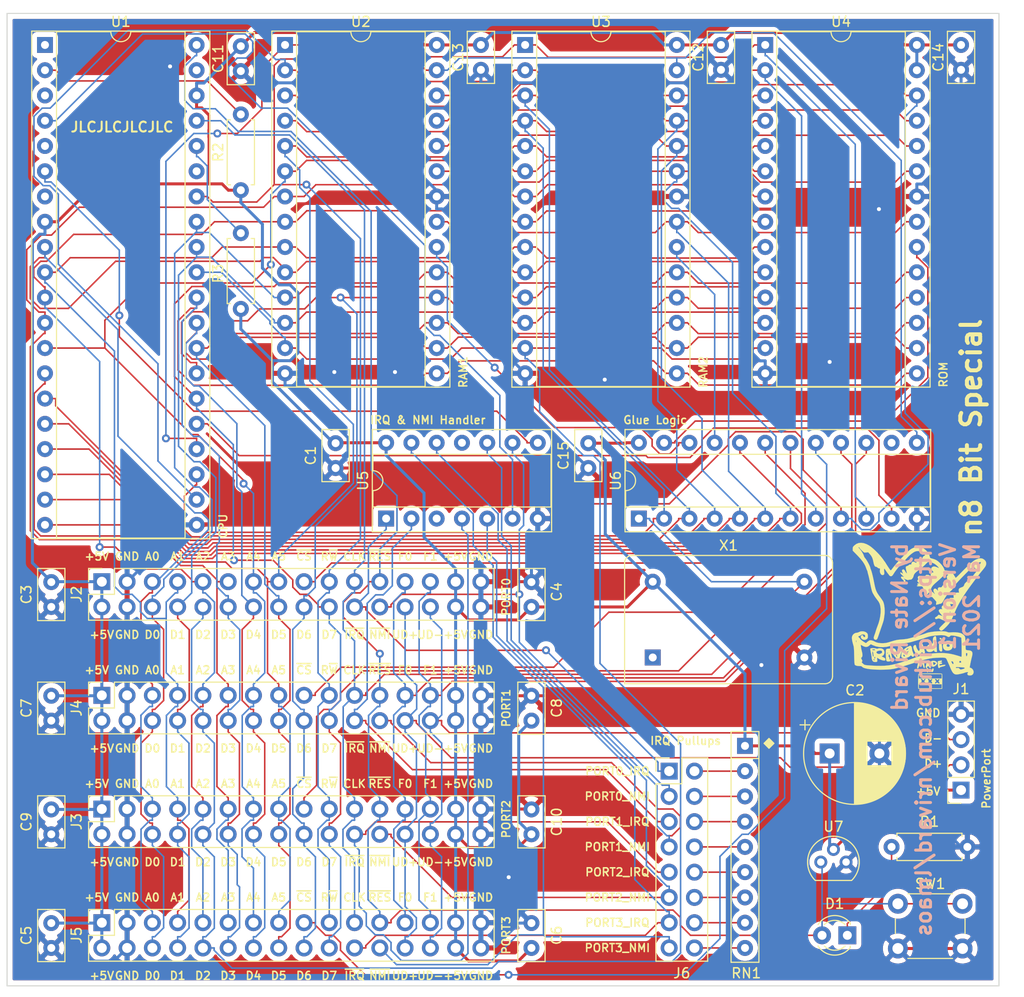
<source format=kicad_pcb>
(kicad_pcb (version 20171130) (host pcbnew "(5.1.9-0-10_14)")
  (layers (0 F.Cu signal hide) (31 B.Cu signal hide) (34 B.Paste user hide) (35 F.Paste user hide) (36 B.SilkS user) (37 F.SilkS user) (38 B.Mask user) (39 F.Mask user) (44 Edge.Cuts user))
  (net 0 "")
  (net 1 GND)
  (net 2 +5V)
  (net 3 "Net-(D1-Pad1)")
  (net 4 ~RES)
  (net 5 USB_D+)
  (net 6 USB_D-)
  (net 7 /A0)
  (net 8 /D0)
  (net 9 /A1)
  (net 10 /D1)
  (net 11 /A2)
  (net 12 /D2)
  (net 13 /A3)
  (net 14 /D3)
  (net 15 /A4)
  (net 16 /D4)
  (net 17 /A5)
  (net 18 /D5)
  (net 19 ~PORT0_CS)
  (net 20 /D6)
  (net 21 R~W)
  (net 22 /D7)
  (net 23 CLK)
  (net 24 PORT0_IRQ_PULLUP)
  (net 25 PORT0_NMI_PULLUP)
  (net 26 FUTURE0)
  (net 27 FUTURE1)
  (net 28 ~PORT2_CS)
  (net 29 PORT2_IRQ_PULLUP)
  (net 30 PORT2_NMI_PULLUP)
  (net 31 PORT1_NMI_PULLUP)
  (net 32 PORT1_IRQ_PULLUP)
  (net 33 ~PORT1_CS)
  (net 34 PORT3_NMI_PULLUP)
  (net 35 PORT3_IRQ_PULLUP)
  (net 36 ~PORT3_CS)
  (net 37 "Net-(J6-Pad2)")
  (net 38 "Net-(J6-Pad4)")
  (net 39 "Net-(J6-Pad6)")
  (net 40 "Net-(J6-Pad8)")
  (net 41 "Net-(J6-Pad10)")
  (net 42 "Net-(J6-Pad12)")
  (net 43 "Net-(J6-Pad14)")
  (net 44 "Net-(J6-Pad16)")
  (net 45 "Net-(U1-Pad1)")
  (net 46 /A12)
  (net 47 "Net-(U1-Pad3)")
  (net 48 /A13)
  (net 49 ~IRQ)
  (net 50 /A14)
  (net 51 "Net-(U1-Pad5)")
  (net 52 /A15)
  (net 53 ~NMI)
  (net 54 "Net-(U1-Pad7)")
  (net 55 /A6)
  (net 56 "Net-(U1-Pad35)")
  (net 57 /A7)
  (net 58 /A8)
  (net 59 /A9)
  (net 60 /A10)
  (net 61 "Net-(U1-Pad39)")
  (net 62 /A11)
  (net 63 ~RAM2_CS)
  (net 64 ~RAM1_CS)
  (net 65 ~ROM_CS)
  (net 66 "Net-(X1-Pad1)")
  (net 67 "Net-(R2-Pad1)")
  (net 68 "Net-(R3-Pad1)")
  (net 69 "Net-(U6-Pad14)")
  (module graphics:Shaka (layer F.Cu) (at 178.562 101.854)
    (fp_text reference G*** hide)
    (fp_text value LOGO hide)
  )
  (module Capacitor_THT:C_Disc_D5.0mm_W2.5mm_P2.50mm (layer F.Cu) (at 120.015 87.63 90)
    (fp_text reference C1 (at 1.25 -2.5 90) (layer F.SilkS))
    (fp_text value 100nf)
    (pad 1 thru_hole circle (at 0 0 90) (size 1.6 1.6) (drill 0.8) (layers *.Cu *.Mask) (net 1 GND))
    (pad 2 thru_hole circle (at 2.5 0 90) (size 1.6 1.6) (drill 0.8) (layers *.Cu *.Mask) (net 2 +5V))
  )
  (module Capacitor_THT:CP_Radial_D10.0mm_P5.00mm (layer F.Cu) (at 169.672 116.332)
    (fp_text reference C2 (at 2.54 -6.35) (layer F.SilkS))
    (fp_text value 1000uF)
    (pad 1 thru_hole rect (at 0 0) (size 2 2) (drill 1) (layers *.Cu *.Mask) (net 2 +5V))
    (pad 2 thru_hole circle (at 5 0) (size 2 2) (drill 1) (layers *.Cu *.Mask) (net 1 GND))
  )
  (module Capacitor_THT:C_Disc_D5.0mm_W2.5mm_P2.50mm (layer F.Cu) (at 91.44 101.6 90)
    (fp_text reference C3 (at 1.25 -2.5 90) (layer F.SilkS))
    (fp_text value 100nf)
    (pad 2 thru_hole circle (at 2.5 0 90) (size 1.6 1.6) (drill 0.8) (layers *.Cu *.Mask) (net 2 +5V))
    (pad 1 thru_hole circle (at 0 0 90) (size 1.6 1.6) (drill 0.8) (layers *.Cu *.Mask) (net 1 GND))
  )
  (module Capacitor_THT:C_Disc_D5.0mm_W2.5mm_P2.50mm (layer F.Cu) (at 139.7 101.6 90)
    (fp_text reference C4 (at 1.524 2.54 90) (layer F.SilkS))
    (fp_text value 100nf)
    (pad 2 thru_hole circle (at 2.5 0 90) (size 1.6 1.6) (drill 0.8) (layers *.Cu *.Mask) (net 1 GND))
    (pad 1 thru_hole circle (at 0 0 90) (size 1.6 1.6) (drill 0.8) (layers *.Cu *.Mask) (net 2 +5V))
  )
  (module Capacitor_THT:C_Disc_D5.0mm_W2.5mm_P2.50mm (layer F.Cu) (at 91.44 135.89 90)
    (fp_text reference C5 (at 1.25 -2.5 90) (layer F.SilkS))
    (fp_text value 100nf)
    (pad 2 thru_hole circle (at 2.5 0 90) (size 1.6 1.6) (drill 0.8) (layers *.Cu *.Mask) (net 2 +5V))
    (pad 1 thru_hole circle (at 0 0 90) (size 1.6 1.6) (drill 0.8) (layers *.Cu *.Mask) (net 1 GND))
  )
  (module Capacitor_THT:C_Disc_D5.0mm_W2.5mm_P2.50mm (layer F.Cu) (at 139.7 135.89 90)
    (fp_text reference C6 (at 1.27 2.54 90) (layer F.SilkS))
    (fp_text value 100nf)
    (pad 1 thru_hole circle (at 0 0 90) (size 1.6 1.6) (drill 0.8) (layers *.Cu *.Mask) (net 2 +5V))
    (pad 2 thru_hole circle (at 2.5 0 90) (size 1.6 1.6) (drill 0.8) (layers *.Cu *.Mask) (net 1 GND))
  )
  (module Capacitor_THT:C_Disc_D5.0mm_W2.5mm_P2.50mm (layer F.Cu) (at 91.44 113.03 90)
    (fp_text reference C7 (at 1.25 -2.5 90) (layer F.SilkS))
    (fp_text value 100nf)
    (pad 2 thru_hole circle (at 2.5 0 90) (size 1.6 1.6) (drill 0.8) (layers *.Cu *.Mask) (net 2 +5V))
    (pad 1 thru_hole circle (at 0 0 90) (size 1.6 1.6) (drill 0.8) (layers *.Cu *.Mask) (net 1 GND))
  )
  (module Capacitor_THT:C_Disc_D5.0mm_W2.5mm_P2.50mm (layer F.Cu) (at 139.7 113.03 90)
    (fp_text reference C8 (at 1.27 2.54 90) (layer F.SilkS))
    (fp_text value 100nf)
    (pad 1 thru_hole circle (at 0 0 90) (size 1.6 1.6) (drill 0.8) (layers *.Cu *.Mask) (net 2 +5V))
    (pad 2 thru_hole circle (at 2.5 0 90) (size 1.6 1.6) (drill 0.8) (layers *.Cu *.Mask) (net 1 GND))
  )
  (module Capacitor_THT:C_Disc_D5.0mm_W2.5mm_P2.50mm (layer F.Cu) (at 91.44 124.46 90)
    (fp_text reference C9 (at 1.25 -2.5 90) (layer F.SilkS))
    (fp_text value 100nf)
    (pad 2 thru_hole circle (at 2.5 0 90) (size 1.6 1.6) (drill 0.8) (layers *.Cu *.Mask) (net 2 +5V))
    (pad 1 thru_hole circle (at 0 0 90) (size 1.6 1.6) (drill 0.8) (layers *.Cu *.Mask) (net 1 GND))
  )
  (module Capacitor_THT:C_Disc_D5.0mm_W2.5mm_P2.50mm (layer F.Cu) (at 139.7 124.46 90)
    (fp_text reference C10 (at 1.25 2.54 90) (layer F.SilkS))
    (fp_text value 100nf)
    (pad 1 thru_hole circle (at 0 0 90) (size 1.6 1.6) (drill 0.8) (layers *.Cu *.Mask) (net 2 +5V))
    (pad 2 thru_hole circle (at 2.5 0 90) (size 1.6 1.6) (drill 0.8) (layers *.Cu *.Mask) (net 1 GND))
  )
  (module Capacitor_THT:C_Disc_D5.0mm_W2.5mm_P2.50mm (layer F.Cu) (at 110.49 45.212 270)
    (fp_text reference C11 (at 1.25 2.286 90) (layer F.SilkS))
    (fp_text value 100nf)
    (pad 2 thru_hole circle (at 2.5 0 270) (size 1.6 1.6) (drill 0.8) (layers *.Cu *.Mask) (net 1 GND))
    (pad 1 thru_hole circle (at 0 0 270) (size 1.6 1.6) (drill 0.8) (layers *.Cu *.Mask) (net 2 +5V))
  )
  (module Capacitor_THT:C_Disc_D5.0mm_W2.5mm_P2.50mm (layer F.Cu) (at 158.75 45.085 270)
    (fp_text reference C12 (at 1.25 2.286 90) (layer F.SilkS))
    (fp_text value 100nf)
    (pad 1 thru_hole circle (at 0 0 270) (size 1.6 1.6) (drill 0.8) (layers *.Cu *.Mask) (net 2 +5V))
    (pad 2 thru_hole circle (at 2.5 0 270) (size 1.6 1.6) (drill 0.8) (layers *.Cu *.Mask) (net 1 GND))
  )
  (module Capacitor_THT:C_Disc_D5.0mm_W2.5mm_P2.50mm (layer F.Cu) (at 134.62 45.085 270)
    (fp_text reference C13 (at 1.25 2.286 90) (layer F.SilkS))
    (fp_text value 100nf)
    (pad 1 thru_hole circle (at 0 0 270) (size 1.6 1.6) (drill 0.8) (layers *.Cu *.Mask) (net 2 +5V))
    (pad 2 thru_hole circle (at 2.5 0 270) (size 1.6 1.6) (drill 0.8) (layers *.Cu *.Mask) (net 1 GND))
  )
  (module Capacitor_THT:C_Disc_D5.0mm_W2.5mm_P2.50mm (layer F.Cu) (at 182.88 45.085 270)
    (fp_text reference C14 (at 1.25 2.286 90) (layer F.SilkS))
    (fp_text value 100nf)
    (pad 1 thru_hole circle (at 0 0 270) (size 1.6 1.6) (drill 0.8) (layers *.Cu *.Mask) (net 2 +5V))
    (pad 2 thru_hole circle (at 2.5 0 270) (size 1.6 1.6) (drill 0.8) (layers *.Cu *.Mask) (net 1 GND))
  )
  (module LED_THT:LED_D3.0mm (layer F.Cu) (at 171.45 134.62 180)
    (fp_text reference D1 (at 1.27 3.175) (layer F.SilkS))
    (fp_text value LED_ALT)
    (pad 1 thru_hole rect (at 0 0 180) (size 1.8 1.8) (drill 0.9) (layers *.Cu *.Mask) (net 3 "Net-(D1-Pad1)"))
    (pad 2 thru_hole circle (at 2.54 0 180) (size 1.8 1.8) (drill 0.9) (layers *.Cu *.Mask) (net 4 ~RES))
  )
  (module Connector_PinSocket_2.54mm:PinSocket_1x04_P2.54mm_Vertical (layer F.Cu) (at 182.88 120.015 180)
    (fp_text reference J1 (at 0 10.16) (layer F.SilkS))
    (fp_text value PowerPort)
    (pad 1 thru_hole rect (at 0 0 180) (size 1.7 1.7) (drill 1) (layers *.Cu *.Mask) (net 2 +5V))
    (pad 2 thru_hole oval (at 0 2.54 180) (size 1.7 1.7) (drill 1) (layers *.Cu *.Mask) (net 5 USB_D+))
    (pad 3 thru_hole oval (at 0 5.08 180) (size 1.7 1.7) (drill 1) (layers *.Cu *.Mask) (net 6 USB_D-))
    (pad 4 thru_hole oval (at 0 7.62 180) (size 1.7 1.7) (drill 1) (layers *.Cu *.Mask) (net 1 GND))
  )
  (module Connector_PinSocket_2.54mm:PinSocket_2x16_P2.54mm_Vertical (layer F.Cu) (at 96.52 99.06 90)
    (fp_text reference J2 (at -1.27 -2.54 90) (layer F.SilkS))
    (fp_text value PORT0)
    (pad 1 thru_hole rect (at 0 0 90) (size 1.7 1.7) (drill 1) (layers *.Cu *.Mask) (net 2 +5V))
    (pad 2 thru_hole oval (at -2.54 0 90) (size 1.7 1.7) (drill 1) (layers *.Cu *.Mask) (net 2 +5V))
    (pad 3 thru_hole oval (at 0 2.54 90) (size 1.7 1.7) (drill 1) (layers *.Cu *.Mask) (net 1 GND))
    (pad 4 thru_hole oval (at -2.54 2.54 90) (size 1.7 1.7) (drill 1) (layers *.Cu *.Mask) (net 1 GND))
    (pad 5 thru_hole oval (at 0 5.08 90) (size 1.7 1.7) (drill 1) (layers *.Cu *.Mask) (net 7 /A0))
    (pad 6 thru_hole oval (at -2.54 5.08 90) (size 1.7 1.7) (drill 1) (layers *.Cu *.Mask) (net 8 /D0))
    (pad 7 thru_hole oval (at 0 7.62 90) (size 1.7 1.7) (drill 1) (layers *.Cu *.Mask) (net 9 /A1))
    (pad 8 thru_hole oval (at -2.54 7.62 90) (size 1.7 1.7) (drill 1) (layers *.Cu *.Mask) (net 10 /D1))
    (pad 9 thru_hole oval (at 0 10.16 90) (size 1.7 1.7) (drill 1) (layers *.Cu *.Mask) (net 11 /A2))
    (pad 10 thru_hole oval (at -2.54 10.16 90) (size 1.7 1.7) (drill 1) (layers *.Cu *.Mask) (net 12 /D2))
    (pad 11 thru_hole oval (at 0 12.7 90) (size 1.7 1.7) (drill 1) (layers *.Cu *.Mask) (net 13 /A3))
    (pad 12 thru_hole oval (at -2.54 12.7 90) (size 1.7 1.7) (drill 1) (layers *.Cu *.Mask) (net 14 /D3))
    (pad 13 thru_hole oval (at 0 15.24 90) (size 1.7 1.7) (drill 1) (layers *.Cu *.Mask) (net 15 /A4))
    (pad 14 thru_hole oval (at -2.54 15.24 90) (size 1.7 1.7) (drill 1) (layers *.Cu *.Mask) (net 16 /D4))
    (pad 15 thru_hole oval (at 0 17.78 90) (size 1.7 1.7) (drill 1) (layers *.Cu *.Mask) (net 17 /A5))
    (pad 16 thru_hole oval (at -2.54 17.78 90) (size 1.7 1.7) (drill 1) (layers *.Cu *.Mask) (net 18 /D5))
    (pad 17 thru_hole oval (at 0 20.32 90) (size 1.7 1.7) (drill 1) (layers *.Cu *.Mask) (net 19 ~PORT0_CS))
    (pad 18 thru_hole oval (at -2.54 20.32 90) (size 1.7 1.7) (drill 1) (layers *.Cu *.Mask) (net 20 /D6))
    (pad 19 thru_hole oval (at 0 22.86 90) (size 1.7 1.7) (drill 1) (layers *.Cu *.Mask) (net 21 R~W))
    (pad 20 thru_hole oval (at -2.54 22.86 90) (size 1.7 1.7) (drill 1) (layers *.Cu *.Mask) (net 22 /D7))
    (pad 21 thru_hole oval (at 0 25.4 90) (size 1.7 1.7) (drill 1) (layers *.Cu *.Mask) (net 23 CLK))
    (pad 22 thru_hole oval (at -2.54 25.4 90) (size 1.7 1.7) (drill 1) (layers *.Cu *.Mask) (net 24 PORT0_IRQ_PULLUP))
    (pad 23 thru_hole oval (at 0 27.94 90) (size 1.7 1.7) (drill 1) (layers *.Cu *.Mask) (net 4 ~RES))
    (pad 24 thru_hole oval (at -2.54 27.94 90) (size 1.7 1.7) (drill 1) (layers *.Cu *.Mask) (net 25 PORT0_NMI_PULLUP))
    (pad 25 thru_hole oval (at 0 30.48 90) (size 1.7 1.7) (drill 1) (layers *.Cu *.Mask) (net 26 FUTURE0))
    (pad 26 thru_hole oval (at -2.54 30.48 90) (size 1.7 1.7) (drill 1) (layers *.Cu *.Mask) (net 5 USB_D+))
    (pad 27 thru_hole oval (at 0 33.02 90) (size 1.7 1.7) (drill 1) (layers *.Cu *.Mask) (net 27 FUTURE1))
    (pad 28 thru_hole oval (at -2.54 33.02 90) (size 1.7 1.7) (drill 1) (layers *.Cu *.Mask) (net 6 USB_D-))
    (pad 29 thru_hole oval (at 0 35.56 90) (size 1.7 1.7) (drill 1) (layers *.Cu *.Mask) (net 2 +5V))
    (pad 30 thru_hole oval (at -2.54 35.56 90) (size 1.7 1.7) (drill 1) (layers *.Cu *.Mask) (net 2 +5V))
    (pad 31 thru_hole oval (at 0 38.1 90) (size 1.7 1.7) (drill 1) (layers *.Cu *.Mask) (net 1 GND))
    (pad 32 thru_hole oval (at -2.54 38.1 90) (size 1.7 1.7) (drill 1) (layers *.Cu *.Mask) (net 1 GND))
  )
  (module Connector_PinSocket_2.54mm:PinSocket_2x16_P2.54mm_Vertical (layer F.Cu) (at 96.52 121.92 90)
    (fp_text reference J3 (at -1.27 -2.54 90) (layer F.SilkS))
    (fp_text value PORT2)
    (pad 1 thru_hole rect (at 0 0 90) (size 1.7 1.7) (drill 1) (layers *.Cu *.Mask) (net 2 +5V))
    (pad 2 thru_hole oval (at -2.54 0 90) (size 1.7 1.7) (drill 1) (layers *.Cu *.Mask) (net 2 +5V))
    (pad 3 thru_hole oval (at 0 2.54 90) (size 1.7 1.7) (drill 1) (layers *.Cu *.Mask) (net 1 GND))
    (pad 4 thru_hole oval (at -2.54 2.54 90) (size 1.7 1.7) (drill 1) (layers *.Cu *.Mask) (net 1 GND))
    (pad 5 thru_hole oval (at 0 5.08 90) (size 1.7 1.7) (drill 1) (layers *.Cu *.Mask) (net 7 /A0))
    (pad 6 thru_hole oval (at -2.54 5.08 90) (size 1.7 1.7) (drill 1) (layers *.Cu *.Mask) (net 8 /D0))
    (pad 7 thru_hole oval (at 0 7.62 90) (size 1.7 1.7) (drill 1) (layers *.Cu *.Mask) (net 9 /A1))
    (pad 8 thru_hole oval (at -2.54 7.62 90) (size 1.7 1.7) (drill 1) (layers *.Cu *.Mask) (net 10 /D1))
    (pad 9 thru_hole oval (at 0 10.16 90) (size 1.7 1.7) (drill 1) (layers *.Cu *.Mask) (net 11 /A2))
    (pad 10 thru_hole oval (at -2.54 10.16 90) (size 1.7 1.7) (drill 1) (layers *.Cu *.Mask) (net 12 /D2))
    (pad 11 thru_hole oval (at 0 12.7 90) (size 1.7 1.7) (drill 1) (layers *.Cu *.Mask) (net 13 /A3))
    (pad 12 thru_hole oval (at -2.54 12.7 90) (size 1.7 1.7) (drill 1) (layers *.Cu *.Mask) (net 14 /D3))
    (pad 13 thru_hole oval (at 0 15.24 90) (size 1.7 1.7) (drill 1) (layers *.Cu *.Mask) (net 15 /A4))
    (pad 14 thru_hole oval (at -2.54 15.24 90) (size 1.7 1.7) (drill 1) (layers *.Cu *.Mask) (net 16 /D4))
    (pad 15 thru_hole oval (at 0 17.78 90) (size 1.7 1.7) (drill 1) (layers *.Cu *.Mask) (net 17 /A5))
    (pad 16 thru_hole oval (at -2.54 17.78 90) (size 1.7 1.7) (drill 1) (layers *.Cu *.Mask) (net 18 /D5))
    (pad 17 thru_hole oval (at 0 20.32 90) (size 1.7 1.7) (drill 1) (layers *.Cu *.Mask) (net 28 ~PORT2_CS))
    (pad 18 thru_hole oval (at -2.54 20.32 90) (size 1.7 1.7) (drill 1) (layers *.Cu *.Mask) (net 20 /D6))
    (pad 19 thru_hole oval (at 0 22.86 90) (size 1.7 1.7) (drill 1) (layers *.Cu *.Mask) (net 21 R~W))
    (pad 20 thru_hole oval (at -2.54 22.86 90) (size 1.7 1.7) (drill 1) (layers *.Cu *.Mask) (net 22 /D7))
    (pad 21 thru_hole oval (at 0 25.4 90) (size 1.7 1.7) (drill 1) (layers *.Cu *.Mask) (net 23 CLK))
    (pad 22 thru_hole oval (at -2.54 25.4 90) (size 1.7 1.7) (drill 1) (layers *.Cu *.Mask) (net 29 PORT2_IRQ_PULLUP))
    (pad 23 thru_hole oval (at 0 27.94 90) (size 1.7 1.7) (drill 1) (layers *.Cu *.Mask) (net 4 ~RES))
    (pad 24 thru_hole oval (at -2.54 27.94 90) (size 1.7 1.7) (drill 1) (layers *.Cu *.Mask) (net 30 PORT2_NMI_PULLUP))
    (pad 25 thru_hole oval (at 0 30.48 90) (size 1.7 1.7) (drill 1) (layers *.Cu *.Mask) (net 26 FUTURE0))
    (pad 26 thru_hole oval (at -2.54 30.48 90) (size 1.7 1.7) (drill 1) (layers *.Cu *.Mask) (net 5 USB_D+))
    (pad 27 thru_hole oval (at 0 33.02 90) (size 1.7 1.7) (drill 1) (layers *.Cu *.Mask) (net 27 FUTURE1))
    (pad 28 thru_hole oval (at -2.54 33.02 90) (size 1.7 1.7) (drill 1) (layers *.Cu *.Mask) (net 6 USB_D-))
    (pad 29 thru_hole oval (at 0 35.56 90) (size 1.7 1.7) (drill 1) (layers *.Cu *.Mask) (net 2 +5V))
    (pad 30 thru_hole oval (at -2.54 35.56 90) (size 1.7 1.7) (drill 1) (layers *.Cu *.Mask) (net 2 +5V))
    (pad 31 thru_hole oval (at 0 38.1 90) (size 1.7 1.7) (drill 1) (layers *.Cu *.Mask) (net 1 GND))
    (pad 32 thru_hole oval (at -2.54 38.1 90) (size 1.7 1.7) (drill 1) (layers *.Cu *.Mask) (net 1 GND))
  )
  (module Connector_PinSocket_2.54mm:PinSocket_2x16_P2.54mm_Vertical (layer F.Cu) (at 96.52 110.49 90)
    (fp_text reference J4 (at -1.27 -2.54 90) (layer F.SilkS))
    (fp_text value PORT1)
    (pad 32 thru_hole oval (at -2.54 38.1 90) (size 1.7 1.7) (drill 1) (layers *.Cu *.Mask) (net 1 GND))
    (pad 31 thru_hole oval (at 0 38.1 90) (size 1.7 1.7) (drill 1) (layers *.Cu *.Mask) (net 1 GND))
    (pad 30 thru_hole oval (at -2.54 35.56 90) (size 1.7 1.7) (drill 1) (layers *.Cu *.Mask) (net 2 +5V))
    (pad 29 thru_hole oval (at 0 35.56 90) (size 1.7 1.7) (drill 1) (layers *.Cu *.Mask) (net 2 +5V))
    (pad 28 thru_hole oval (at -2.54 33.02 90) (size 1.7 1.7) (drill 1) (layers *.Cu *.Mask) (net 6 USB_D-))
    (pad 27 thru_hole oval (at 0 33.02 90) (size 1.7 1.7) (drill 1) (layers *.Cu *.Mask) (net 27 FUTURE1))
    (pad 26 thru_hole oval (at -2.54 30.48 90) (size 1.7 1.7) (drill 1) (layers *.Cu *.Mask) (net 5 USB_D+))
    (pad 25 thru_hole oval (at 0 30.48 90) (size 1.7 1.7) (drill 1) (layers *.Cu *.Mask) (net 26 FUTURE0))
    (pad 24 thru_hole oval (at -2.54 27.94 90) (size 1.7 1.7) (drill 1) (layers *.Cu *.Mask) (net 31 PORT1_NMI_PULLUP))
    (pad 23 thru_hole oval (at 0 27.94 90) (size 1.7 1.7) (drill 1) (layers *.Cu *.Mask) (net 4 ~RES))
    (pad 22 thru_hole oval (at -2.54 25.4 90) (size 1.7 1.7) (drill 1) (layers *.Cu *.Mask) (net 32 PORT1_IRQ_PULLUP))
    (pad 21 thru_hole oval (at 0 25.4 90) (size 1.7 1.7) (drill 1) (layers *.Cu *.Mask) (net 23 CLK))
    (pad 20 thru_hole oval (at -2.54 22.86 90) (size 1.7 1.7) (drill 1) (layers *.Cu *.Mask) (net 22 /D7))
    (pad 19 thru_hole oval (at 0 22.86 90) (size 1.7 1.7) (drill 1) (layers *.Cu *.Mask) (net 21 R~W))
    (pad 18 thru_hole oval (at -2.54 20.32 90) (size 1.7 1.7) (drill 1) (layers *.Cu *.Mask) (net 20 /D6))
    (pad 17 thru_hole oval (at 0 20.32 90) (size 1.7 1.7) (drill 1) (layers *.Cu *.Mask) (net 33 ~PORT1_CS))
    (pad 16 thru_hole oval (at -2.54 17.78 90) (size 1.7 1.7) (drill 1) (layers *.Cu *.Mask) (net 18 /D5))
    (pad 15 thru_hole oval (at 0 17.78 90) (size 1.7 1.7) (drill 1) (layers *.Cu *.Mask) (net 17 /A5))
    (pad 14 thru_hole oval (at -2.54 15.24 90) (size 1.7 1.7) (drill 1) (layers *.Cu *.Mask) (net 16 /D4))
    (pad 13 thru_hole oval (at 0 15.24 90) (size 1.7 1.7) (drill 1) (layers *.Cu *.Mask) (net 15 /A4))
    (pad 12 thru_hole oval (at -2.54 12.7 90) (size 1.7 1.7) (drill 1) (layers *.Cu *.Mask) (net 14 /D3))
    (pad 11 thru_hole oval (at 0 12.7 90) (size 1.7 1.7) (drill 1) (layers *.Cu *.Mask) (net 13 /A3))
    (pad 10 thru_hole oval (at -2.54 10.16 90) (size 1.7 1.7) (drill 1) (layers *.Cu *.Mask) (net 12 /D2))
    (pad 9 thru_hole oval (at 0 10.16 90) (size 1.7 1.7) (drill 1) (layers *.Cu *.Mask) (net 11 /A2))
    (pad 8 thru_hole oval (at -2.54 7.62 90) (size 1.7 1.7) (drill 1) (layers *.Cu *.Mask) (net 10 /D1))
    (pad 7 thru_hole oval (at 0 7.62 90) (size 1.7 1.7) (drill 1) (layers *.Cu *.Mask) (net 9 /A1))
    (pad 6 thru_hole oval (at -2.54 5.08 90) (size 1.7 1.7) (drill 1) (layers *.Cu *.Mask) (net 8 /D0))
    (pad 5 thru_hole oval (at 0 5.08 90) (size 1.7 1.7) (drill 1) (layers *.Cu *.Mask) (net 7 /A0))
    (pad 4 thru_hole oval (at -2.54 2.54 90) (size 1.7 1.7) (drill 1) (layers *.Cu *.Mask) (net 1 GND))
    (pad 3 thru_hole oval (at 0 2.54 90) (size 1.7 1.7) (drill 1) (layers *.Cu *.Mask) (net 1 GND))
    (pad 2 thru_hole oval (at -2.54 0 90) (size 1.7 1.7) (drill 1) (layers *.Cu *.Mask) (net 2 +5V))
    (pad 1 thru_hole rect (at 0 0 90) (size 1.7 1.7) (drill 1) (layers *.Cu *.Mask) (net 2 +5V))
  )
  (module Connector_PinSocket_2.54mm:PinSocket_2x16_P2.54mm_Vertical (layer F.Cu) (at 96.52 133.35 90)
    (fp_text reference J5 (at -1.27 -2.54 90) (layer F.SilkS))
    (fp_text value PORT3)
    (pad 32 thru_hole oval (at -2.54 38.1 90) (size 1.7 1.7) (drill 1) (layers *.Cu *.Mask) (net 1 GND))
    (pad 31 thru_hole oval (at 0 38.1 90) (size 1.7 1.7) (drill 1) (layers *.Cu *.Mask) (net 1 GND))
    (pad 30 thru_hole oval (at -2.54 35.56 90) (size 1.7 1.7) (drill 1) (layers *.Cu *.Mask) (net 2 +5V))
    (pad 29 thru_hole oval (at 0 35.56 90) (size 1.7 1.7) (drill 1) (layers *.Cu *.Mask) (net 2 +5V))
    (pad 28 thru_hole oval (at -2.54 33.02 90) (size 1.7 1.7) (drill 1) (layers *.Cu *.Mask) (net 6 USB_D-))
    (pad 27 thru_hole oval (at 0 33.02 90) (size 1.7 1.7) (drill 1) (layers *.Cu *.Mask) (net 27 FUTURE1))
    (pad 26 thru_hole oval (at -2.54 30.48 90) (size 1.7 1.7) (drill 1) (layers *.Cu *.Mask) (net 5 USB_D+))
    (pad 25 thru_hole oval (at 0 30.48 90) (size 1.7 1.7) (drill 1) (layers *.Cu *.Mask) (net 26 FUTURE0))
    (pad 24 thru_hole oval (at -2.54 27.94 90) (size 1.7 1.7) (drill 1) (layers *.Cu *.Mask) (net 34 PORT3_NMI_PULLUP))
    (pad 23 thru_hole oval (at 0 27.94 90) (size 1.7 1.7) (drill 1) (layers *.Cu *.Mask) (net 4 ~RES))
    (pad 22 thru_hole oval (at -2.54 25.4 90) (size 1.7 1.7) (drill 1) (layers *.Cu *.Mask) (net 35 PORT3_IRQ_PULLUP))
    (pad 21 thru_hole oval (at 0 25.4 90) (size 1.7 1.7) (drill 1) (layers *.Cu *.Mask) (net 23 CLK))
    (pad 20 thru_hole oval (at -2.54 22.86 90) (size 1.7 1.7) (drill 1) (layers *.Cu *.Mask) (net 22 /D7))
    (pad 19 thru_hole oval (at 0 22.86 90) (size 1.7 1.7) (drill 1) (layers *.Cu *.Mask) (net 21 R~W))
    (pad 18 thru_hole oval (at -2.54 20.32 90) (size 1.7 1.7) (drill 1) (layers *.Cu *.Mask) (net 20 /D6))
    (pad 17 thru_hole oval (at 0 20.32 90) (size 1.7 1.7) (drill 1) (layers *.Cu *.Mask) (net 36 ~PORT3_CS))
    (pad 16 thru_hole oval (at -2.54 17.78 90) (size 1.7 1.7) (drill 1) (layers *.Cu *.Mask) (net 18 /D5))
    (pad 15 thru_hole oval (at 0 17.78 90) (size 1.7 1.7) (drill 1) (layers *.Cu *.Mask) (net 17 /A5))
    (pad 14 thru_hole oval (at -2.54 15.24 90) (size 1.7 1.7) (drill 1) (layers *.Cu *.Mask) (net 16 /D4))
    (pad 13 thru_hole oval (at 0 15.24 90) (size 1.7 1.7) (drill 1) (layers *.Cu *.Mask) (net 15 /A4))
    (pad 12 thru_hole oval (at -2.54 12.7 90) (size 1.7 1.7) (drill 1) (layers *.Cu *.Mask) (net 14 /D3))
    (pad 11 thru_hole oval (at 0 12.7 90) (size 1.7 1.7) (drill 1) (layers *.Cu *.Mask) (net 13 /A3))
    (pad 10 thru_hole oval (at -2.54 10.16 90) (size 1.7 1.7) (drill 1) (layers *.Cu *.Mask) (net 12 /D2))
    (pad 9 thru_hole oval (at 0 10.16 90) (size 1.7 1.7) (drill 1) (layers *.Cu *.Mask) (net 11 /A2))
    (pad 8 thru_hole oval (at -2.54 7.62 90) (size 1.7 1.7) (drill 1) (layers *.Cu *.Mask) (net 10 /D1))
    (pad 7 thru_hole oval (at 0 7.62 90) (size 1.7 1.7) (drill 1) (layers *.Cu *.Mask) (net 9 /A1))
    (pad 6 thru_hole oval (at -2.54 5.08 90) (size 1.7 1.7) (drill 1) (layers *.Cu *.Mask) (net 8 /D0))
    (pad 5 thru_hole oval (at 0 5.08 90) (size 1.7 1.7) (drill 1) (layers *.Cu *.Mask) (net 7 /A0))
    (pad 4 thru_hole oval (at -2.54 2.54 90) (size 1.7 1.7) (drill 1) (layers *.Cu *.Mask) (net 1 GND))
    (pad 3 thru_hole oval (at 0 2.54 90) (size 1.7 1.7) (drill 1) (layers *.Cu *.Mask) (net 1 GND))
    (pad 2 thru_hole oval (at -2.54 0 90) (size 1.7 1.7) (drill 1) (layers *.Cu *.Mask) (net 2 +5V))
    (pad 1 thru_hole rect (at 0 0 90) (size 1.7 1.7) (drill 1) (layers *.Cu *.Mask) (net 2 +5V))
  )
  (module Resistor_THT:R_Axial_DIN0207_L6.3mm_D2.5mm_P7.62mm_Horizontal (layer F.Cu) (at 175.895 125.73)
    (fp_text reference R1 (at 3.81 -2.54) (layer F.SilkS))
    (fp_text value 330)
    (pad 1 thru_hole circle (at 0 0) (size 1.6 1.6) (drill 0.8) (layers *.Cu *.Mask) (net 3 "Net-(D1-Pad1)"))
    (pad 2 thru_hole oval (at 7.62 0) (size 1.6 1.6) (drill 0.8) (layers *.Cu *.Mask) (net 1 GND))
  )
  (module Resistor_THT:R_Axial_DIN0207_L6.3mm_D2.5mm_P7.62mm_Horizontal (layer F.Cu) (at 110.49 52.07 270)
    (fp_text reference R2 (at 3.81 2.286 90) (layer F.SilkS))
    (fp_text value 3K3)
    (pad 1 thru_hole circle (at 0 0 270) (size 1.6 1.6) (drill 0.8) (layers *.Cu *.Mask) (net 67 "Net-(R2-Pad1)"))
    (pad 2 thru_hole oval (at 7.62 0 270) (size 1.6 1.6) (drill 0.8) (layers *.Cu *.Mask) (net 2 +5V))
  )
  (module Resistor_THT:R_Axial_DIN0207_L6.3mm_D2.5mm_P7.62mm_Horizontal (layer F.Cu) (at 110.49 64.008 270)
    (fp_text reference R3 (at 4.064 2.286 90) (layer F.SilkS))
    (fp_text value 3K3)
    (pad 2 thru_hole oval (at 7.62 0 270) (size 1.6 1.6) (drill 0.8) (layers *.Cu *.Mask) (net 2 +5V))
    (pad 1 thru_hole circle (at 0 0 270) (size 1.6 1.6) (drill 0.8) (layers *.Cu *.Mask) (net 68 "Net-(R3-Pad1)"))
  )
  (module Resistor_THT:R_Array_SIP9 (layer F.Cu) (at 161.163 115.57 270)
    (fp_text reference RN1 (at 22.86 -0.127 180) (layer F.SilkS))
    (fp_text value 3K3)
    (pad 1 thru_hole rect (at 0 0 270) (size 1.6 1.6) (drill 0.8) (layers *.Cu *.Mask) (net 2 +5V))
    (pad 2 thru_hole oval (at 2.54 0 270) (size 1.6 1.6) (drill 0.8) (layers *.Cu *.Mask) (net 37 "Net-(J6-Pad2)"))
    (pad 3 thru_hole oval (at 5.08 0 270) (size 1.6 1.6) (drill 0.8) (layers *.Cu *.Mask) (net 38 "Net-(J6-Pad4)"))
    (pad 4 thru_hole oval (at 7.62 0 270) (size 1.6 1.6) (drill 0.8) (layers *.Cu *.Mask) (net 39 "Net-(J6-Pad6)"))
    (pad 5 thru_hole oval (at 10.16 0 270) (size 1.6 1.6) (drill 0.8) (layers *.Cu *.Mask) (net 40 "Net-(J6-Pad8)"))
    (pad 6 thru_hole oval (at 12.7 0 270) (size 1.6 1.6) (drill 0.8) (layers *.Cu *.Mask) (net 41 "Net-(J6-Pad10)"))
    (pad 7 thru_hole oval (at 15.24 0 270) (size 1.6 1.6) (drill 0.8) (layers *.Cu *.Mask) (net 42 "Net-(J6-Pad12)"))
    (pad 8 thru_hole oval (at 17.78 0 270) (size 1.6 1.6) (drill 0.8) (layers *.Cu *.Mask) (net 43 "Net-(J6-Pad14)"))
    (pad 9 thru_hole oval (at 20.32 0 270) (size 1.6 1.6) (drill 0.8) (layers *.Cu *.Mask) (net 44 "Net-(J6-Pad16)"))
  )
  (module Package_TO_SOT_THT:TO-92 (layer F.Cu) (at 168.783 127.254)
    (fp_text reference U7 (at 1.27 -3.56) (layer F.SilkS))
    (fp_text value DS1813)
    (pad 2 thru_hole circle (at 1.27 -1.27) (size 1.3 1.3) (drill 0.75) (layers *.Cu *.Mask) (net 2 +5V))
    (pad 3 thru_hole circle (at 2.54 0) (size 1.3 1.3) (drill 0.75) (layers *.Cu *.Mask) (net 1 GND))
    (pad 1 thru_hole circle (at 0 0) (size 1.3 1.3) (drill 0.75) (layers *.Cu *.Mask) (net 4 ~RES))
  )
  (module Package_DIP:DIP-24_W7.62mm_Socket (layer F.Cu) (at 150.495 92.71 90)
    (fp_text reference U6 (at 3.81 -2.33 90) (layer F.SilkS))
    (fp_text value 22V10C)
    (pad 1 thru_hole rect (at 0 0 90) (size 1.6 1.6) (drill 0.8) (layers *.Cu *.Mask) (net 23 CLK))
    (pad 13 thru_hole oval (at 7.62 27.94 90) (size 1.6 1.6) (drill 0.8) (layers *.Cu *.Mask) (net 21 R~W))
    (pad 2 thru_hole oval (at 0 2.54 90) (size 1.6 1.6) (drill 0.8) (layers *.Cu *.Mask) (net 55 /A6))
    (pad 14 thru_hole oval (at 7.62 25.4 90) (size 1.6 1.6) (drill 0.8) (layers *.Cu *.Mask) (net 69 "Net-(U6-Pad14)"))
    (pad 3 thru_hole oval (at 0 5.08 90) (size 1.6 1.6) (drill 0.8) (layers *.Cu *.Mask) (net 57 /A7))
    (pad 15 thru_hole oval (at 7.62 22.86 90) (size 1.6 1.6) (drill 0.8) (layers *.Cu *.Mask) (net 27 FUTURE1))
    (pad 4 thru_hole oval (at 0 7.62 90) (size 1.6 1.6) (drill 0.8) (layers *.Cu *.Mask) (net 58 /A8))
    (pad 16 thru_hole oval (at 7.62 20.32 90) (size 1.6 1.6) (drill 0.8) (layers *.Cu *.Mask) (net 26 FUTURE0))
    (pad 5 thru_hole oval (at 0 10.16 90) (size 1.6 1.6) (drill 0.8) (layers *.Cu *.Mask) (net 59 /A9))
    (pad 17 thru_hole oval (at 7.62 17.78 90) (size 1.6 1.6) (drill 0.8) (layers *.Cu *.Mask) (net 36 ~PORT3_CS))
    (pad 6 thru_hole oval (at 0 12.7 90) (size 1.6 1.6) (drill 0.8) (layers *.Cu *.Mask) (net 60 /A10))
    (pad 18 thru_hole oval (at 7.62 15.24 90) (size 1.6 1.6) (drill 0.8) (layers *.Cu *.Mask) (net 28 ~PORT2_CS))
    (pad 7 thru_hole oval (at 0 15.24 90) (size 1.6 1.6) (drill 0.8) (layers *.Cu *.Mask) (net 62 /A11))
    (pad 19 thru_hole oval (at 7.62 12.7 90) (size 1.6 1.6) (drill 0.8) (layers *.Cu *.Mask) (net 33 ~PORT1_CS))
    (pad 8 thru_hole oval (at 0 17.78 90) (size 1.6 1.6) (drill 0.8) (layers *.Cu *.Mask) (net 46 /A12))
    (pad 20 thru_hole oval (at 7.62 10.16 90) (size 1.6 1.6) (drill 0.8) (layers *.Cu *.Mask) (net 19 ~PORT0_CS))
    (pad 9 thru_hole oval (at 0 20.32 90) (size 1.6 1.6) (drill 0.8) (layers *.Cu *.Mask) (net 48 /A13))
    (pad 21 thru_hole oval (at 7.62 7.62 90) (size 1.6 1.6) (drill 0.8) (layers *.Cu *.Mask) (net 63 ~RAM2_CS))
    (pad 10 thru_hole oval (at 0 22.86 90) (size 1.6 1.6) (drill 0.8) (layers *.Cu *.Mask) (net 50 /A14))
    (pad 22 thru_hole oval (at 7.62 5.08 90) (size 1.6 1.6) (drill 0.8) (layers *.Cu *.Mask) (net 64 ~RAM1_CS))
    (pad 11 thru_hole oval (at 0 25.4 90) (size 1.6 1.6) (drill 0.8) (layers *.Cu *.Mask) (net 52 /A15))
    (pad 23 thru_hole oval (at 7.62 2.54 90) (size 1.6 1.6) (drill 0.8) (layers *.Cu *.Mask) (net 65 ~ROM_CS))
    (pad 12 thru_hole oval (at 0 27.94 90) (size 1.6 1.6) (drill 0.8) (layers *.Cu *.Mask) (net 1 GND))
    (pad 24 thru_hole oval (at 7.62 0 90) (size 1.6 1.6) (drill 0.8) (layers *.Cu *.Mask) (net 2 +5V))
  )
  (module Oscillator:Oscillator_DIP-14 (layer F.Cu) (at 151.892 106.68)
    (fp_text reference X1 (at 7.62 -11.26) (layer F.SilkS))
    (fp_text value 2Mhz)
    (pad 1 thru_hole rect (at 0 0) (size 1.6 1.6) (drill 0.8) (layers *.Cu *.Mask) (net 66 "Net-(X1-Pad1)"))
    (pad 14 thru_hole circle (at 0 -7.62) (size 1.6 1.6) (drill 0.8) (layers *.Cu *.Mask) (net 2 +5V))
    (pad 8 thru_hole circle (at 15.24 -7.62) (size 1.6 1.6) (drill 0.8) (layers *.Cu *.Mask) (net 23 CLK))
    (pad 7 thru_hole circle (at 15.24 0) (size 1.6 1.6) (drill 0.8) (layers *.Cu *.Mask) (net 1 GND))
  )
  (module Capacitor_THT:C_Disc_D5.0mm_W2.5mm_P2.50mm (layer F.Cu) (at 145.415 87.63 90)
    (fp_text reference C15 (at 1.25 -2.5 90) (layer F.SilkS))
    (fp_text value 100nf)
    (pad 1 thru_hole circle (at 0 0 90) (size 1.6 1.6) (drill 0.8) (layers *.Cu *.Mask) (net 1 GND))
    (pad 2 thru_hole circle (at 2.5 0 90) (size 1.6 1.6) (drill 0.8) (layers *.Cu *.Mask) (net 2 +5V))
  )
  (module Connector_PinHeader_2.54mm:PinHeader_2x08_P2.54mm_Vertical (layer F.Cu) (at 153.543 118.11)
    (fp_text reference J6 (at 1.27 20.32) (layer F.SilkS))
    (fp_text value Conn_02x08_Odd_Even)
    (pad 1 thru_hole rect (at 0 0) (size 1.7 1.7) (drill 1) (layers *.Cu *.Mask) (net 24 PORT0_IRQ_PULLUP))
    (pad 2 thru_hole oval (at 2.54 0) (size 1.7 1.7) (drill 1) (layers *.Cu *.Mask) (net 37 "Net-(J6-Pad2)"))
    (pad 3 thru_hole oval (at 0 2.54) (size 1.7 1.7) (drill 1) (layers *.Cu *.Mask) (net 25 PORT0_NMI_PULLUP))
    (pad 4 thru_hole oval (at 2.54 2.54) (size 1.7 1.7) (drill 1) (layers *.Cu *.Mask) (net 38 "Net-(J6-Pad4)"))
    (pad 5 thru_hole oval (at 0 5.08) (size 1.7 1.7) (drill 1) (layers *.Cu *.Mask) (net 32 PORT1_IRQ_PULLUP))
    (pad 6 thru_hole oval (at 2.54 5.08) (size 1.7 1.7) (drill 1) (layers *.Cu *.Mask) (net 39 "Net-(J6-Pad6)"))
    (pad 7 thru_hole oval (at 0 7.62) (size 1.7 1.7) (drill 1) (layers *.Cu *.Mask) (net 31 PORT1_NMI_PULLUP))
    (pad 8 thru_hole oval (at 2.54 7.62) (size 1.7 1.7) (drill 1) (layers *.Cu *.Mask) (net 40 "Net-(J6-Pad8)"))
    (pad 9 thru_hole oval (at 0 10.16) (size 1.7 1.7) (drill 1) (layers *.Cu *.Mask) (net 29 PORT2_IRQ_PULLUP))
    (pad 10 thru_hole oval (at 2.54 10.16) (size 1.7 1.7) (drill 1) (layers *.Cu *.Mask) (net 41 "Net-(J6-Pad10)"))
    (pad 11 thru_hole oval (at 0 12.7) (size 1.7 1.7) (drill 1) (layers *.Cu *.Mask) (net 30 PORT2_NMI_PULLUP))
    (pad 12 thru_hole oval (at 2.54 12.7) (size 1.7 1.7) (drill 1) (layers *.Cu *.Mask) (net 42 "Net-(J6-Pad12)"))
    (pad 13 thru_hole oval (at 0 15.24) (size 1.7 1.7) (drill 1) (layers *.Cu *.Mask) (net 35 PORT3_IRQ_PULLUP))
    (pad 14 thru_hole oval (at 2.54 15.24) (size 1.7 1.7) (drill 1) (layers *.Cu *.Mask) (net 43 "Net-(J6-Pad14)"))
    (pad 15 thru_hole oval (at 0 17.78) (size 1.7 1.7) (drill 1) (layers *.Cu *.Mask) (net 34 PORT3_NMI_PULLUP))
    (pad 16 thru_hole oval (at 2.54 17.78) (size 1.7 1.7) (drill 1) (layers *.Cu *.Mask) (net 44 "Net-(J6-Pad16)"))
  )
  (module Button_Switch_THT:SW_PUSH_6mm (layer F.Cu) (at 176.53 131.445)
    (fp_text reference SW1 (at 3.25 -2) (layer F.SilkS))
    (fp_text value SW_Push_Dual)
    (pad 2 thru_hole circle (at 0 4.5 90) (size 2 2) (drill 1.1) (layers *.Cu *.Mask) (net 1 GND))
    (pad 1 thru_hole circle (at 0 0 90) (size 2 2) (drill 1.1) (layers *.Cu *.Mask) (net 4 ~RES))
    (pad 2 thru_hole circle (at 6.5 4.5 90) (size 2 2) (drill 1.1) (layers *.Cu *.Mask) (net 1 GND))
    (pad 1 thru_hole circle (at 6.5 0 90) (size 2 2) (drill 1.1) (layers *.Cu *.Mask) (net 4 ~RES))
  )
  (module Package_DIP:DIP-40_W15.24mm_Socket (layer F.Cu) (at 90.805 45.085)
    (fp_text reference U1 (at 7.62 -2.33) (layer F.SilkS))
    (fp_text value W65C02SxP)
    (pad 1 thru_hole rect (at 0 0) (size 1.6 1.6) (drill 0.8) (layers *.Cu *.Mask) (net 45 "Net-(U1-Pad1)"))
    (pad 21 thru_hole oval (at 15.24 48.26) (size 1.6 1.6) (drill 0.8) (layers *.Cu *.Mask) (net 1 GND))
    (pad 2 thru_hole oval (at 0 2.54) (size 1.6 1.6) (drill 0.8) (layers *.Cu *.Mask) (net 67 "Net-(R2-Pad1)"))
    (pad 22 thru_hole oval (at 15.24 45.72) (size 1.6 1.6) (drill 0.8) (layers *.Cu *.Mask) (net 46 /A12))
    (pad 3 thru_hole oval (at 0 5.08) (size 1.6 1.6) (drill 0.8) (layers *.Cu *.Mask) (net 47 "Net-(U1-Pad3)"))
    (pad 23 thru_hole oval (at 15.24 43.18) (size 1.6 1.6) (drill 0.8) (layers *.Cu *.Mask) (net 48 /A13))
    (pad 4 thru_hole oval (at 0 7.62) (size 1.6 1.6) (drill 0.8) (layers *.Cu *.Mask) (net 49 ~IRQ))
    (pad 24 thru_hole oval (at 15.24 40.64) (size 1.6 1.6) (drill 0.8) (layers *.Cu *.Mask) (net 50 /A14))
    (pad 5 thru_hole oval (at 0 10.16) (size 1.6 1.6) (drill 0.8) (layers *.Cu *.Mask) (net 51 "Net-(U1-Pad5)"))
    (pad 25 thru_hole oval (at 15.24 38.1) (size 1.6 1.6) (drill 0.8) (layers *.Cu *.Mask) (net 52 /A15))
    (pad 6 thru_hole oval (at 0 12.7) (size 1.6 1.6) (drill 0.8) (layers *.Cu *.Mask) (net 53 ~NMI))
    (pad 26 thru_hole oval (at 15.24 35.56) (size 1.6 1.6) (drill 0.8) (layers *.Cu *.Mask) (net 22 /D7))
    (pad 7 thru_hole oval (at 0 15.24) (size 1.6 1.6) (drill 0.8) (layers *.Cu *.Mask) (net 54 "Net-(U1-Pad7)"))
    (pad 27 thru_hole oval (at 15.24 33.02) (size 1.6 1.6) (drill 0.8) (layers *.Cu *.Mask) (net 20 /D6))
    (pad 8 thru_hole oval (at 0 17.78) (size 1.6 1.6) (drill 0.8) (layers *.Cu *.Mask) (net 2 +5V))
    (pad 28 thru_hole oval (at 15.24 30.48) (size 1.6 1.6) (drill 0.8) (layers *.Cu *.Mask) (net 18 /D5))
    (pad 9 thru_hole oval (at 0 20.32) (size 1.6 1.6) (drill 0.8) (layers *.Cu *.Mask) (net 7 /A0))
    (pad 29 thru_hole oval (at 15.24 27.94) (size 1.6 1.6) (drill 0.8) (layers *.Cu *.Mask) (net 16 /D4))
    (pad 10 thru_hole oval (at 0 22.86) (size 1.6 1.6) (drill 0.8) (layers *.Cu *.Mask) (net 9 /A1))
    (pad 30 thru_hole oval (at 15.24 25.4) (size 1.6 1.6) (drill 0.8) (layers *.Cu *.Mask) (net 14 /D3))
    (pad 11 thru_hole oval (at 0 25.4) (size 1.6 1.6) (drill 0.8) (layers *.Cu *.Mask) (net 11 /A2))
    (pad 31 thru_hole oval (at 15.24 22.86) (size 1.6 1.6) (drill 0.8) (layers *.Cu *.Mask) (net 12 /D2))
    (pad 12 thru_hole oval (at 0 27.94) (size 1.6 1.6) (drill 0.8) (layers *.Cu *.Mask) (net 13 /A3))
    (pad 32 thru_hole oval (at 15.24 20.32) (size 1.6 1.6) (drill 0.8) (layers *.Cu *.Mask) (net 10 /D1))
    (pad 13 thru_hole oval (at 0 30.48) (size 1.6 1.6) (drill 0.8) (layers *.Cu *.Mask) (net 15 /A4))
    (pad 33 thru_hole oval (at 15.24 17.78) (size 1.6 1.6) (drill 0.8) (layers *.Cu *.Mask) (net 8 /D0))
    (pad 14 thru_hole oval (at 0 33.02) (size 1.6 1.6) (drill 0.8) (layers *.Cu *.Mask) (net 17 /A5))
    (pad 34 thru_hole oval (at 15.24 15.24) (size 1.6 1.6) (drill 0.8) (layers *.Cu *.Mask) (net 21 R~W))
    (pad 15 thru_hole oval (at 0 35.56) (size 1.6 1.6) (drill 0.8) (layers *.Cu *.Mask) (net 55 /A6))
    (pad 35 thru_hole oval (at 15.24 12.7) (size 1.6 1.6) (drill 0.8) (layers *.Cu *.Mask) (net 56 "Net-(U1-Pad35)"))
    (pad 16 thru_hole oval (at 0 38.1) (size 1.6 1.6) (drill 0.8) (layers *.Cu *.Mask) (net 57 /A7))
    (pad 36 thru_hole oval (at 15.24 10.16) (size 1.6 1.6) (drill 0.8) (layers *.Cu *.Mask) (net 68 "Net-(R3-Pad1)"))
    (pad 17 thru_hole oval (at 0 40.64) (size 1.6 1.6) (drill 0.8) (layers *.Cu *.Mask) (net 58 /A8))
    (pad 37 thru_hole oval (at 15.24 7.62) (size 1.6 1.6) (drill 0.8) (layers *.Cu *.Mask) (net 23 CLK))
    (pad 18 thru_hole oval (at 0 43.18) (size 1.6 1.6) (drill 0.8) (layers *.Cu *.Mask) (net 59 /A9))
    (pad 38 thru_hole oval (at 15.24 5.08) (size 1.6 1.6) (drill 0.8) (layers *.Cu *.Mask) (net 2 +5V))
    (pad 19 thru_hole oval (at 0 45.72) (size 1.6 1.6) (drill 0.8) (layers *.Cu *.Mask) (net 60 /A10))
    (pad 39 thru_hole oval (at 15.24 2.54) (size 1.6 1.6) (drill 0.8) (layers *.Cu *.Mask) (net 61 "Net-(U1-Pad39)"))
    (pad 20 thru_hole oval (at 0 48.26) (size 1.6 1.6) (drill 0.8) (layers *.Cu *.Mask) (net 62 /A11))
    (pad 40 thru_hole oval (at 15.24 0) (size 1.6 1.6) (drill 0.8) (layers *.Cu *.Mask) (net 4 ~RES))
  )
  (module Package_DIP:DIP-28_W15.24mm_Socket (layer F.Cu) (at 114.935 45.085)
    (fp_text reference U2 (at 7.62 -2.33) (layer F.SilkS))
    (fp_text value CY62256-70PC)
    (pad 1 thru_hole rect (at 0 0) (size 1.6 1.6) (drill 0.8) (layers *.Cu *.Mask) (net 50 /A14))
    (pad 15 thru_hole oval (at 15.24 33.02) (size 1.6 1.6) (drill 0.8) (layers *.Cu *.Mask) (net 14 /D3))
    (pad 2 thru_hole oval (at 0 2.54) (size 1.6 1.6) (drill 0.8) (layers *.Cu *.Mask) (net 46 /A12))
    (pad 16 thru_hole oval (at 15.24 30.48) (size 1.6 1.6) (drill 0.8) (layers *.Cu *.Mask) (net 16 /D4))
    (pad 3 thru_hole oval (at 0 5.08) (size 1.6 1.6) (drill 0.8) (layers *.Cu *.Mask) (net 57 /A7))
    (pad 17 thru_hole oval (at 15.24 27.94) (size 1.6 1.6) (drill 0.8) (layers *.Cu *.Mask) (net 18 /D5))
    (pad 4 thru_hole oval (at 0 7.62) (size 1.6 1.6) (drill 0.8) (layers *.Cu *.Mask) (net 55 /A6))
    (pad 18 thru_hole oval (at 15.24 25.4) (size 1.6 1.6) (drill 0.8) (layers *.Cu *.Mask) (net 20 /D6))
    (pad 5 thru_hole oval (at 0 10.16) (size 1.6 1.6) (drill 0.8) (layers *.Cu *.Mask) (net 17 /A5))
    (pad 19 thru_hole oval (at 15.24 22.86) (size 1.6 1.6) (drill 0.8) (layers *.Cu *.Mask) (net 22 /D7))
    (pad 6 thru_hole oval (at 0 12.7) (size 1.6 1.6) (drill 0.8) (layers *.Cu *.Mask) (net 15 /A4))
    (pad 20 thru_hole oval (at 15.24 20.32) (size 1.6 1.6) (drill 0.8) (layers *.Cu *.Mask) (net 64 ~RAM1_CS))
    (pad 7 thru_hole oval (at 0 15.24) (size 1.6 1.6) (drill 0.8) (layers *.Cu *.Mask) (net 13 /A3))
    (pad 21 thru_hole oval (at 15.24 17.78) (size 1.6 1.6) (drill 0.8) (layers *.Cu *.Mask) (net 60 /A10))
    (pad 8 thru_hole oval (at 0 17.78) (size 1.6 1.6) (drill 0.8) (layers *.Cu *.Mask) (net 11 /A2))
    (pad 22 thru_hole oval (at 15.24 15.24) (size 1.6 1.6) (drill 0.8) (layers *.Cu *.Mask) (net 1 GND))
    (pad 9 thru_hole oval (at 0 20.32) (size 1.6 1.6) (drill 0.8) (layers *.Cu *.Mask) (net 9 /A1))
    (pad 23 thru_hole oval (at 15.24 12.7) (size 1.6 1.6) (drill 0.8) (layers *.Cu *.Mask) (net 62 /A11))
    (pad 10 thru_hole oval (at 0 22.86) (size 1.6 1.6) (drill 0.8) (layers *.Cu *.Mask) (net 7 /A0))
    (pad 24 thru_hole oval (at 15.24 10.16) (size 1.6 1.6) (drill 0.8) (layers *.Cu *.Mask) (net 59 /A9))
    (pad 11 thru_hole oval (at 0 25.4) (size 1.6 1.6) (drill 0.8) (layers *.Cu *.Mask) (net 8 /D0))
    (pad 25 thru_hole oval (at 15.24 7.62) (size 1.6 1.6) (drill 0.8) (layers *.Cu *.Mask) (net 58 /A8))
    (pad 12 thru_hole oval (at 0 27.94) (size 1.6 1.6) (drill 0.8) (layers *.Cu *.Mask) (net 10 /D1))
    (pad 26 thru_hole oval (at 15.24 5.08) (size 1.6 1.6) (drill 0.8) (layers *.Cu *.Mask) (net 48 /A13))
    (pad 13 thru_hole oval (at 0 30.48) (size 1.6 1.6) (drill 0.8) (layers *.Cu *.Mask) (net 12 /D2))
    (pad 27 thru_hole oval (at 15.24 2.54) (size 1.6 1.6) (drill 0.8) (layers *.Cu *.Mask) (net 21 R~W))
    (pad 14 thru_hole oval (at 0 33.02) (size 1.6 1.6) (drill 0.8) (layers *.Cu *.Mask) (net 1 GND))
    (pad 28 thru_hole oval (at 15.24 0) (size 1.6 1.6) (drill 0.8) (layers *.Cu *.Mask) (net 2 +5V))
  )
  (module Package_DIP:DIP-28_W15.24mm_Socket (layer F.Cu) (at 139.065 45.085)
    (fp_text reference U3 (at 7.62 -2.33) (layer F.SilkS))
    (fp_text value CY62256-70PC)
    (pad 1 thru_hole rect (at 0 0) (size 1.6 1.6) (drill 0.8) (layers *.Cu *.Mask) (net 50 /A14))
    (pad 15 thru_hole oval (at 15.24 33.02) (size 1.6 1.6) (drill 0.8) (layers *.Cu *.Mask) (net 14 /D3))
    (pad 2 thru_hole oval (at 0 2.54) (size 1.6 1.6) (drill 0.8) (layers *.Cu *.Mask) (net 46 /A12))
    (pad 16 thru_hole oval (at 15.24 30.48) (size 1.6 1.6) (drill 0.8) (layers *.Cu *.Mask) (net 16 /D4))
    (pad 3 thru_hole oval (at 0 5.08) (size 1.6 1.6) (drill 0.8) (layers *.Cu *.Mask) (net 57 /A7))
    (pad 17 thru_hole oval (at 15.24 27.94) (size 1.6 1.6) (drill 0.8) (layers *.Cu *.Mask) (net 18 /D5))
    (pad 4 thru_hole oval (at 0 7.62) (size 1.6 1.6) (drill 0.8) (layers *.Cu *.Mask) (net 55 /A6))
    (pad 18 thru_hole oval (at 15.24 25.4) (size 1.6 1.6) (drill 0.8) (layers *.Cu *.Mask) (net 20 /D6))
    (pad 5 thru_hole oval (at 0 10.16) (size 1.6 1.6) (drill 0.8) (layers *.Cu *.Mask) (net 17 /A5))
    (pad 19 thru_hole oval (at 15.24 22.86) (size 1.6 1.6) (drill 0.8) (layers *.Cu *.Mask) (net 22 /D7))
    (pad 6 thru_hole oval (at 0 12.7) (size 1.6 1.6) (drill 0.8) (layers *.Cu *.Mask) (net 15 /A4))
    (pad 20 thru_hole oval (at 15.24 20.32) (size 1.6 1.6) (drill 0.8) (layers *.Cu *.Mask) (net 63 ~RAM2_CS))
    (pad 7 thru_hole oval (at 0 15.24) (size 1.6 1.6) (drill 0.8) (layers *.Cu *.Mask) (net 13 /A3))
    (pad 21 thru_hole oval (at 15.24 17.78) (size 1.6 1.6) (drill 0.8) (layers *.Cu *.Mask) (net 60 /A10))
    (pad 8 thru_hole oval (at 0 17.78) (size 1.6 1.6) (drill 0.8) (layers *.Cu *.Mask) (net 11 /A2))
    (pad 22 thru_hole oval (at 15.24 15.24) (size 1.6 1.6) (drill 0.8) (layers *.Cu *.Mask) (net 1 GND))
    (pad 9 thru_hole oval (at 0 20.32) (size 1.6 1.6) (drill 0.8) (layers *.Cu *.Mask) (net 9 /A1))
    (pad 23 thru_hole oval (at 15.24 12.7) (size 1.6 1.6) (drill 0.8) (layers *.Cu *.Mask) (net 62 /A11))
    (pad 10 thru_hole oval (at 0 22.86) (size 1.6 1.6) (drill 0.8) (layers *.Cu *.Mask) (net 7 /A0))
    (pad 24 thru_hole oval (at 15.24 10.16) (size 1.6 1.6) (drill 0.8) (layers *.Cu *.Mask) (net 59 /A9))
    (pad 11 thru_hole oval (at 0 25.4) (size 1.6 1.6) (drill 0.8) (layers *.Cu *.Mask) (net 8 /D0))
    (pad 25 thru_hole oval (at 15.24 7.62) (size 1.6 1.6) (drill 0.8) (layers *.Cu *.Mask) (net 58 /A8))
    (pad 12 thru_hole oval (at 0 27.94) (size 1.6 1.6) (drill 0.8) (layers *.Cu *.Mask) (net 10 /D1))
    (pad 26 thru_hole oval (at 15.24 5.08) (size 1.6 1.6) (drill 0.8) (layers *.Cu *.Mask) (net 48 /A13))
    (pad 13 thru_hole oval (at 0 30.48) (size 1.6 1.6) (drill 0.8) (layers *.Cu *.Mask) (net 12 /D2))
    (pad 27 thru_hole oval (at 15.24 2.54) (size 1.6 1.6) (drill 0.8) (layers *.Cu *.Mask) (net 21 R~W))
    (pad 14 thru_hole oval (at 0 33.02) (size 1.6 1.6) (drill 0.8) (layers *.Cu *.Mask) (net 1 GND))
    (pad 28 thru_hole oval (at 15.24 0) (size 1.6 1.6) (drill 0.8) (layers *.Cu *.Mask) (net 2 +5V))
  )
  (module Package_DIP:DIP-28_W15.24mm_Socket (layer F.Cu) (at 163.195 45.085)
    (fp_text reference U4 (at 7.62 -2.33) (layer F.SilkS))
    (fp_text value 28C256)
    (pad 28 thru_hole oval (at 15.24 0) (size 1.6 1.6) (drill 0.8) (layers *.Cu *.Mask) (net 2 +5V))
    (pad 14 thru_hole oval (at 0 33.02) (size 1.6 1.6) (drill 0.8) (layers *.Cu *.Mask) (net 1 GND))
    (pad 27 thru_hole oval (at 15.24 2.54) (size 1.6 1.6) (drill 0.8) (layers *.Cu *.Mask) (net 2 +5V))
    (pad 13 thru_hole oval (at 0 30.48) (size 1.6 1.6) (drill 0.8) (layers *.Cu *.Mask) (net 12 /D2))
    (pad 26 thru_hole oval (at 15.24 5.08) (size 1.6 1.6) (drill 0.8) (layers *.Cu *.Mask) (net 48 /A13))
    (pad 12 thru_hole oval (at 0 27.94) (size 1.6 1.6) (drill 0.8) (layers *.Cu *.Mask) (net 10 /D1))
    (pad 25 thru_hole oval (at 15.24 7.62) (size 1.6 1.6) (drill 0.8) (layers *.Cu *.Mask) (net 58 /A8))
    (pad 11 thru_hole oval (at 0 25.4) (size 1.6 1.6) (drill 0.8) (layers *.Cu *.Mask) (net 8 /D0))
    (pad 24 thru_hole oval (at 15.24 10.16) (size 1.6 1.6) (drill 0.8) (layers *.Cu *.Mask) (net 59 /A9))
    (pad 10 thru_hole oval (at 0 22.86) (size 1.6 1.6) (drill 0.8) (layers *.Cu *.Mask) (net 7 /A0))
    (pad 23 thru_hole oval (at 15.24 12.7) (size 1.6 1.6) (drill 0.8) (layers *.Cu *.Mask) (net 62 /A11))
    (pad 9 thru_hole oval (at 0 20.32) (size 1.6 1.6) (drill 0.8) (layers *.Cu *.Mask) (net 9 /A1))
    (pad 22 thru_hole oval (at 15.24 15.24) (size 1.6 1.6) (drill 0.8) (layers *.Cu *.Mask) (net 1 GND))
    (pad 8 thru_hole oval (at 0 17.78) (size 1.6 1.6) (drill 0.8) (layers *.Cu *.Mask) (net 11 /A2))
    (pad 21 thru_hole oval (at 15.24 17.78) (size 1.6 1.6) (drill 0.8) (layers *.Cu *.Mask) (net 60 /A10))
    (pad 7 thru_hole oval (at 0 15.24) (size 1.6 1.6) (drill 0.8) (layers *.Cu *.Mask) (net 13 /A3))
    (pad 20 thru_hole oval (at 15.24 20.32) (size 1.6 1.6) (drill 0.8) (layers *.Cu *.Mask) (net 65 ~ROM_CS))
    (pad 6 thru_hole oval (at 0 12.7) (size 1.6 1.6) (drill 0.8) (layers *.Cu *.Mask) (net 15 /A4))
    (pad 19 thru_hole oval (at 15.24 22.86) (size 1.6 1.6) (drill 0.8) (layers *.Cu *.Mask) (net 22 /D7))
    (pad 5 thru_hole oval (at 0 10.16) (size 1.6 1.6) (drill 0.8) (layers *.Cu *.Mask) (net 17 /A5))
    (pad 18 thru_hole oval (at 15.24 25.4) (size 1.6 1.6) (drill 0.8) (layers *.Cu *.Mask) (net 20 /D6))
    (pad 4 thru_hole oval (at 0 7.62) (size 1.6 1.6) (drill 0.8) (layers *.Cu *.Mask) (net 55 /A6))
    (pad 17 thru_hole oval (at 15.24 27.94) (size 1.6 1.6) (drill 0.8) (layers *.Cu *.Mask) (net 18 /D5))
    (pad 3 thru_hole oval (at 0 5.08) (size 1.6 1.6) (drill 0.8) (layers *.Cu *.Mask) (net 57 /A7))
    (pad 16 thru_hole oval (at 15.24 30.48) (size 1.6 1.6) (drill 0.8) (layers *.Cu *.Mask) (net 16 /D4))
    (pad 2 thru_hole oval (at 0 2.54) (size 1.6 1.6) (drill 0.8) (layers *.Cu *.Mask) (net 46 /A12))
    (pad 15 thru_hole oval (at 15.24 33.02) (size 1.6 1.6) (drill 0.8) (layers *.Cu *.Mask) (net 14 /D3))
    (pad 1 thru_hole rect (at 0 0) (size 1.6 1.6) (drill 0.8) (layers *.Cu *.Mask) (net 50 /A14))
  )
  (module Package_DIP:DIP-14_W7.62mm_Socket (layer F.Cu) (at 125.095 92.71 90)
    (fp_text reference U5 (at 3.81 -2.33 90) (layer F.SilkS))
    (fp_text value 74LS21)
    (pad 1 thru_hole rect (at 0 0 90) (size 1.6 1.6) (drill 0.8) (layers *.Cu *.Mask) (net 24 PORT0_IRQ_PULLUP))
    (pad 8 thru_hole oval (at 7.62 15.24 90) (size 1.6 1.6) (drill 0.8) (layers *.Cu *.Mask) (net 53 ~NMI))
    (pad 2 thru_hole oval (at 0 2.54 90) (size 1.6 1.6) (drill 0.8) (layers *.Cu *.Mask) (net 32 PORT1_IRQ_PULLUP))
    (pad 9 thru_hole oval (at 7.62 12.7 90) (size 1.6 1.6) (drill 0.8) (layers *.Cu *.Mask) (net 25 PORT0_NMI_PULLUP))
    (pad 3 thru_hole oval (at 0 5.08 90) (size 1.6 1.6) (drill 0.8) (layers *.Cu *.Mask))
    (pad 10 thru_hole oval (at 7.62 10.16 90) (size 1.6 1.6) (drill 0.8) (layers *.Cu *.Mask) (net 31 PORT1_NMI_PULLUP))
    (pad 4 thru_hole oval (at 0 7.62 90) (size 1.6 1.6) (drill 0.8) (layers *.Cu *.Mask) (net 29 PORT2_IRQ_PULLUP))
    (pad 11 thru_hole oval (at 7.62 7.62 90) (size 1.6 1.6) (drill 0.8) (layers *.Cu *.Mask))
    (pad 5 thru_hole oval (at 0 10.16 90) (size 1.6 1.6) (drill 0.8) (layers *.Cu *.Mask) (net 35 PORT3_IRQ_PULLUP))
    (pad 12 thru_hole oval (at 7.62 5.08 90) (size 1.6 1.6) (drill 0.8) (layers *.Cu *.Mask) (net 30 PORT2_NMI_PULLUP))
    (pad 6 thru_hole oval (at 0 12.7 90) (size 1.6 1.6) (drill 0.8) (layers *.Cu *.Mask) (net 49 ~IRQ))
    (pad 13 thru_hole oval (at 7.62 2.54 90) (size 1.6 1.6) (drill 0.8) (layers *.Cu *.Mask) (net 34 PORT3_NMI_PULLUP))
    (pad 7 thru_hole oval (at 0 15.24 90) (size 1.6 1.6) (drill 0.8) (layers *.Cu *.Mask) (net 1 GND))
    (pad 14 thru_hole oval (at 7.62 0 90) (size 1.6 1.6) (drill 0.8) (layers *.Cu *.Mask) (net 2 +5V))
  )
  (gr_text JLCJLCJLCJLC (at 98.552 53.34) (layer F.SilkS) (effects (font (size 1 1) (thickness 0.2))))
  (gr_text "by Nate Rivard\nhttps://github.com/nrivard/lmaos\nVersion 1\nMar 2021" (at 180.34 94.996 90) (layer B.SilkS) (effects (font (size 1.5 1.5) (thickness 0.3)) (justify left mirror)))
  (gr_poly (pts (xy 164.084 115.316) (xy 163.576 115.824) (xy 163.068 115.316) (xy 163.576 114.808)) (layer F.SilkS) (width 0.1))
  (gr_text "IRQ & NMI Handler" (at 129.286 82.804) (layer F.SilkS) (effects (font (size 0.8 0.8))))
  (gr_text "n8 Bit Special" (at 183.896 83.566 90) (layer F.SilkS) (effects (font (size 2 2) (thickness 0.4))))
  (gr_text "Glue Logic" (at 152.146 82.804) (layer F.SilkS) (effects (font (size 0.8 0.8))))
  (gr_text ROM (at 181.102 78.232 90) (layer F.SilkS) (effects (font (size 0.8 0.8))))
  (gr_text RAM2 (at 156.972 77.978 90) (layer F.SilkS) (effects (font (size 0.8 0.8))))
  (gr_text RAM1 (at 132.842 77.978 90) (layer F.SilkS) (effects (font (size 0.8 0.8))))
  (gr_text CPU (at 108.712 93.472 90) (layer F.SilkS) (effects (font (size 0.8 0.8))))
  (gr_text PowerPort (at 185.42 118.872 90) (layer F.SilkS) (effects (font (size 0.8 0.8))))
  (gr_text D- (at 180.086 114.808) (layer F.SilkS) (effects (font (size 0.8 0.8))))
  (gr_text D+ (at 180.086 117.348) (layer F.SilkS) (effects (font (size 0.8 0.8))))
  (gr_text +5V (at 179.578 120.142) (layer F.SilkS) (effects (font (size 0.8 0.8))))
  (gr_text GND (at 179.578 112.268) (layer F.SilkS) (effects (font (size 0.8 0.8))))
  (gr_text PORT3_NMI (at 148.336 135.89) (layer F.SilkS) (effects (font (size 0.8 0.8))))
  (gr_text PORT3_IRQ (at 148.336 133.35) (layer F.SilkS) (effects (font (size 0.8 0.8))))
  (gr_text PORT2_NMI (at 148.336 130.81) (layer F.SilkS) (effects (font (size 0.8 0.8))))
  (gr_text PORT2_IRQ (at 148.336 128.27) (layer F.SilkS) (effects (font (size 0.8 0.8))))
  (gr_text PORT1_NMI (at 148.336 125.73) (layer F.SilkS) (effects (font (size 0.8 0.8))))
  (gr_text PORT1_IRQ (at 148.336 123.19) (layer F.SilkS) (effects (font (size 0.8 0.8))))
  (gr_text PORT0_NMI (at 148.336 120.65) (layer F.SilkS) (effects (font (size 0.8 0.8))))
  (gr_text PORT0_IRQ (at 148.336 118.11) (layer F.SilkS) (effects (font (size 0.8 0.8))))
  (gr_text "IRQ Pullups" (at 155.194 115.062) (layer F.SilkS) (effects (font (size 0.8 0.8))))
  (gr_text D2 (at 106.68 138.684) (layer F.SilkS) (effects (font (size 0.8 0.8))))
  (gr_text D7 (at 119.38 138.684) (layer F.SilkS) (effects (font (size 0.8 0.8))))
  (gr_text D0 (at 101.6 138.684) (layer F.SilkS) (effects (font (size 0.8 0.8))))
  (gr_text D1 (at 104.14 138.684) (layer F.SilkS) (effects (font (size 0.8 0.8))))
  (gr_text D6 (at 116.84 138.684) (layer F.SilkS) (effects (font (size 0.8 0.8))))
  (gr_text D5 (at 114.3 138.684) (layer F.SilkS) (effects (font (size 0.8 0.8))))
  (gr_text GND (at 134.62 138.684) (layer F.SilkS) (effects (font (size 0.8 0.8))))
  (gr_text +5V (at 132.08 138.684) (layer F.SilkS) (effects (font (size 0.8 0.8))))
  (gr_text +5V (at 96.52 138.684) (layer F.SilkS) (effects (font (size 0.8 0.8))))
  (gr_text UD- (at 129.54 138.684) (layer F.SilkS) (effects (font (size 0.8 0.8))))
  (gr_text D4 (at 111.76 138.684) (layer F.SilkS) (effects (font (size 0.8 0.8))))
  (gr_text GND (at 99.06 138.684) (layer F.SilkS) (effects (font (size 0.8 0.8))))
  (gr_text ~NMI (at 124.46 138.684) (layer F.SilkS) (effects (font (size 0.8 0.8))))
  (gr_text UD+ (at 127 138.684) (layer F.SilkS) (effects (font (size 0.8 0.8))))
  (gr_text D3 (at 109.22 138.684) (layer F.SilkS) (effects (font (size 0.8 0.8))))
  (gr_text ~IRQ (at 121.92 138.684) (layer F.SilkS) (effects (font (size 0.8 0.8))))
  (gr_text D2 (at 106.68 127.254) (layer F.SilkS) (effects (font (size 0.8 0.8))))
  (gr_text D7 (at 119.38 127.254) (layer F.SilkS) (effects (font (size 0.8 0.8))))
  (gr_text D0 (at 101.6 127.254) (layer F.SilkS) (effects (font (size 0.8 0.8))))
  (gr_text D1 (at 104.14 127.254) (layer F.SilkS) (effects (font (size 0.8 0.8))))
  (gr_text D6 (at 116.84 127.254) (layer F.SilkS) (effects (font (size 0.8 0.8))))
  (gr_text D5 (at 114.3 127.254) (layer F.SilkS) (effects (font (size 0.8 0.8))))
  (gr_text GND (at 134.62 127.254) (layer F.SilkS) (effects (font (size 0.8 0.8))))
  (gr_text +5V (at 132.08 127.254) (layer F.SilkS) (effects (font (size 0.8 0.8))))
  (gr_text +5V (at 96.52 127.254) (layer F.SilkS) (effects (font (size 0.8 0.8))))
  (gr_text UD- (at 129.54 127.254) (layer F.SilkS) (effects (font (size 0.8 0.8))))
  (gr_text D4 (at 111.76 127.254) (layer F.SilkS) (effects (font (size 0.8 0.8))))
  (gr_text GND (at 99.06 127.254) (layer F.SilkS) (effects (font (size 0.8 0.8))))
  (gr_text ~NMI (at 124.46 127.254) (layer F.SilkS) (effects (font (size 0.8 0.8))))
  (gr_text UD+ (at 127 127.254) (layer F.SilkS) (effects (font (size 0.8 0.8))))
  (gr_text D3 (at 109.22 127.254) (layer F.SilkS) (effects (font (size 0.8 0.8))))
  (gr_text ~IRQ (at 121.92 127.254) (layer F.SilkS) (effects (font (size 0.8 0.8))))
  (gr_text D2 (at 106.68 115.824) (layer F.SilkS) (effects (font (size 0.8 0.8))))
  (gr_text D7 (at 119.38 115.824) (layer F.SilkS) (effects (font (size 0.8 0.8))))
  (gr_text D0 (at 101.6 115.824) (layer F.SilkS) (effects (font (size 0.8 0.8))))
  (gr_text D1 (at 104.14 115.824) (layer F.SilkS) (effects (font (size 0.8 0.8))))
  (gr_text D6 (at 116.84 115.824) (layer F.SilkS) (effects (font (size 0.8 0.8))))
  (gr_text D5 (at 114.3 115.824) (layer F.SilkS) (effects (font (size 0.8 0.8))))
  (gr_text GND (at 134.62 115.824) (layer F.SilkS) (effects (font (size 0.8 0.8))))
  (gr_text +5V (at 132.08 115.824) (layer F.SilkS) (effects (font (size 0.8 0.8))))
  (gr_text +5V (at 96.52 115.824) (layer F.SilkS) (effects (font (size 0.8 0.8))))
  (gr_text UD- (at 129.54 115.824) (layer F.SilkS) (effects (font (size 0.8 0.8))))
  (gr_text D4 (at 111.76 115.824) (layer F.SilkS) (effects (font (size 0.8 0.8))))
  (gr_text GND (at 99.06 115.824) (layer F.SilkS) (effects (font (size 0.8 0.8))))
  (gr_text ~NMI (at 124.46 115.824) (layer F.SilkS) (effects (font (size 0.8 0.8))))
  (gr_text UD+ (at 127 115.824) (layer F.SilkS) (effects (font (size 0.8 0.8))))
  (gr_text D3 (at 109.22 115.824) (layer F.SilkS) (effects (font (size 0.8 0.8))))
  (gr_text ~IRQ (at 121.92 115.824) (layer F.SilkS) (effects (font (size 0.8 0.8))))
  (gr_text GND (at 134.62 130.81) (layer F.SilkS) (effects (font (size 0.8 0.8))))
  (gr_text ~RES (at 124.46 130.81) (layer F.SilkS) (effects (font (size 0.8 0.8))))
  (gr_text +5V (at 132.08 130.81) (layer F.SilkS) (effects (font (size 0.8 0.8))))
  (gr_text R~W (at 119.38 130.81) (layer F.SilkS) (effects (font (size 0.8 0.8))))
  (gr_text A0 (at 101.6 130.81) (layer F.SilkS) (effects (font (size 0.8 0.8))))
  (gr_text GND (at 99.06 130.81) (layer F.SilkS) (effects (font (size 0.8 0.8))))
  (gr_text A2 (at 106.68 130.81) (layer F.SilkS) (effects (font (size 0.8 0.8))))
  (gr_text +5V (at 96.012 130.81) (layer F.SilkS) (effects (font (size 0.8 0.8))))
  (gr_text A1 (at 104.14 130.81) (layer F.SilkS) (effects (font (size 0.8 0.8))))
  (gr_text F1 (at 129.54 130.81) (layer F.SilkS) (effects (font (size 0.8 0.8))))
  (gr_text CLK (at 121.92 130.81) (layer F.SilkS) (effects (font (size 0.8 0.8))))
  (gr_text F0 (at 127 130.81) (layer F.SilkS) (effects (font (size 0.8 0.8))))
  (gr_text A3 (at 109.22 130.81) (layer F.SilkS) (effects (font (size 0.8 0.8))))
  (gr_text ~CS (at 116.84 130.81) (layer F.SilkS) (effects (font (size 0.8 0.8))))
  (gr_text A5 (at 114.3 130.81) (layer F.SilkS) (effects (font (size 0.8 0.8))))
  (gr_text "A4\n" (at 111.76 130.81) (layer F.SilkS) (effects (font (size 0.8 0.8))))
  (gr_text GND (at 134.62 119.38) (layer F.SilkS) (effects (font (size 0.8 0.8))))
  (gr_text ~RES (at 124.46 119.38) (layer F.SilkS) (effects (font (size 0.8 0.8))))
  (gr_text +5V (at 132.08 119.38) (layer F.SilkS) (effects (font (size 0.8 0.8))))
  (gr_text R~W (at 119.38 119.38) (layer F.SilkS) (effects (font (size 0.8 0.8))))
  (gr_text A0 (at 101.6 119.38) (layer F.SilkS) (effects (font (size 0.8 0.8))))
  (gr_text GND (at 99.06 119.38) (layer F.SilkS) (effects (font (size 0.8 0.8))))
  (gr_text A2 (at 106.68 119.38) (layer F.SilkS) (effects (font (size 0.8 0.8))))
  (gr_text +5V (at 96.012 119.38) (layer F.SilkS) (effects (font (size 0.8 0.8))))
  (gr_text A1 (at 104.14 119.38) (layer F.SilkS) (effects (font (size 0.8 0.8))))
  (gr_text F1 (at 129.54 119.38) (layer F.SilkS) (effects (font (size 0.8 0.8))))
  (gr_text CLK (at 121.92 119.38) (layer F.SilkS) (effects (font (size 0.8 0.8))))
  (gr_text F0 (at 127 119.38) (layer F.SilkS) (effects (font (size 0.8 0.8))))
  (gr_text A3 (at 109.22 119.38) (layer F.SilkS) (effects (font (size 0.8 0.8))))
  (gr_text ~CS (at 116.84 119.38) (layer F.SilkS) (effects (font (size 0.8 0.8))))
  (gr_text A5 (at 114.3 119.38) (layer F.SilkS) (effects (font (size 0.8 0.8))))
  (gr_text "A4\n" (at 111.76 119.38) (layer F.SilkS) (effects (font (size 0.8 0.8))))
  (gr_text GND (at 134.62 107.95) (layer F.SilkS) (effects (font (size 0.8 0.8))))
  (gr_text ~RES (at 124.46 107.95) (layer F.SilkS) (effects (font (size 0.8 0.8))))
  (gr_text +5V (at 132.08 107.95) (layer F.SilkS) (effects (font (size 0.8 0.8))))
  (gr_text R~W (at 119.38 107.95) (layer F.SilkS) (effects (font (size 0.8 0.8))))
  (gr_text A0 (at 101.6 107.95) (layer F.SilkS) (effects (font (size 0.8 0.8))))
  (gr_text GND (at 99.06 107.95) (layer F.SilkS) (effects (font (size 0.8 0.8))))
  (gr_text A2 (at 106.68 107.95) (layer F.SilkS) (effects (font (size 0.8 0.8))))
  (gr_text +5V (at 96.012 107.95) (layer F.SilkS) (effects (font (size 0.8 0.8))))
  (gr_text A1 (at 104.14 107.95) (layer F.SilkS) (effects (font (size 0.8 0.8))))
  (gr_text F1 (at 129.54 107.95) (layer F.SilkS) (effects (font (size 0.8 0.8))))
  (gr_text CLK (at 121.92 107.95) (layer F.SilkS) (effects (font (size 0.8 0.8))))
  (gr_text F0 (at 127 107.95) (layer F.SilkS) (effects (font (size 0.8 0.8))))
  (gr_text A3 (at 109.22 107.95) (layer F.SilkS) (effects (font (size 0.8 0.8))))
  (gr_text ~CS (at 116.84 107.95) (layer F.SilkS) (effects (font (size 0.8 0.8))))
  (gr_text A5 (at 114.3 107.95) (layer F.SilkS) (effects (font (size 0.8 0.8))))
  (gr_text "A4\n" (at 111.76 107.95) (layer F.SilkS) (effects (font (size 0.8 0.8))))
  (gr_text PORT0 (at 137.16 100.584 90) (layer F.SilkS) (effects (font (size 0.8 0.8))))
  (gr_text PORT1 (at 137.16 111.76 90) (layer F.SilkS) (effects (font (size 0.8 0.8))))
  (gr_text PORT2 (at 137.16 122.936 90) (layer F.SilkS) (effects (font (size 0.8 0.8))))
  (gr_text PORT3 (at 137.16 134.62 90) (layer F.SilkS) (effects (font (size 0.8 0.8))))
  (gr_text GND (at 99.06 104.394) (layer F.SilkS) (effects (font (size 0.8 0.8))))
  (gr_text +5V (at 96.52 104.394) (layer F.SilkS) (effects (font (size 0.8 0.8))))
  (gr_text GND (at 134.62 104.394) (layer F.SilkS) (effects (font (size 0.8 0.8))))
  (gr_text +5V (at 132.08 104.394) (layer F.SilkS) (effects (font (size 0.8 0.8))))
  (gr_text UD- (at 129.54 104.394) (layer F.SilkS) (effects (font (size 0.8 0.8))))
  (gr_text UD+ (at 127 104.394) (layer F.SilkS) (effects (font (size 0.8 0.8))))
  (gr_text ~NMI (at 124.46 104.394) (layer F.SilkS) (effects (font (size 0.8 0.8))))
  (gr_text ~IRQ (at 121.92 104.394) (layer F.SilkS) (effects (font (size 0.8 0.8))))
  (gr_text D7 (at 119.38 104.394) (layer F.SilkS) (effects (font (size 0.8 0.8))))
  (gr_text D6 (at 116.84 104.394) (layer F.SilkS) (effects (font (size 0.8 0.8))))
  (gr_text D5 (at 114.3 104.394) (layer F.SilkS) (effects (font (size 0.8 0.8))))
  (gr_text D4 (at 111.76 104.394) (layer F.SilkS) (effects (font (size 0.8 0.8))))
  (gr_text D3 (at 109.22 104.394) (layer F.SilkS) (effects (font (size 0.8 0.8))))
  (gr_text D2 (at 106.68 104.394) (layer F.SilkS) (effects (font (size 0.8 0.8))))
  (gr_text D1 (at 104.14 104.394) (layer F.SilkS) (effects (font (size 0.8 0.8))))
  (gr_text D0 (at 101.6 104.394) (layer F.SilkS) (effects (font (size 0.8 0.8))))
  (gr_text GND (at 134.62 96.52) (layer F.SilkS) (effects (font (size 0.8 0.8))))
  (gr_text +5V (at 132.08 96.52) (layer F.SilkS) (effects (font (size 0.8 0.8))))
  (gr_text F1 (at 129.54 96.52) (layer F.SilkS) (effects (font (size 0.8 0.8))))
  (gr_text F0 (at 127 96.52) (layer F.SilkS) (effects (font (size 0.8 0.8))))
  (gr_text ~RES (at 124.46 96.52) (layer F.SilkS) (effects (font (size 0.8 0.8))))
  (gr_text CLK (at 121.92 96.52) (layer F.SilkS) (effects (font (size 0.8 0.8))))
  (gr_text R~W (at 119.38 96.52) (layer F.SilkS) (effects (font (size 0.8 0.8))))
  (gr_text ~CS (at 116.84 96.52) (layer F.SilkS) (effects (font (size 0.8 0.8))))
  (gr_text A5 (at 114.3 96.52) (layer F.SilkS) (effects (font (size 0.8 0.8))))
  (gr_text "A4\n" (at 111.76 96.52) (layer F.SilkS) (effects (font (size 0.8 0.8))))
  (gr_text A3 (at 109.22 96.52) (layer F.SilkS) (effects (font (size 0.8 0.8))))
  (gr_text A2 (at 106.68 96.52) (layer F.SilkS) (effects (font (size 0.8 0.8))))
  (gr_text A1 (at 104.14 96.52) (layer F.SilkS) (effects (font (size 0.8 0.8))))
  (gr_text A0 (at 101.6 96.52) (layer F.SilkS) (effects (font (size 0.8 0.8))))
  (gr_text GND (at 99.06 96.52) (layer F.SilkS) (effects (font (size 0.8 0.8))))
  (gr_text +5V (at 96.012 96.52) (layer F.SilkS) (effects (font (size 0.8 0.8))))
  (gr_line (start 186.69 41.91) (end 186.69 139.7) (layer Edge.Cuts) (width 0.1))
  (gr_line (start 86.995 41.91) (end 186.69 41.91) (layer Edge.Cuts) (width 0.1))
  (gr_line (start 86.995 139.7) (end 86.995 41.91) (layer Edge.Cuts) (width 0.1))
  (gr_line (start 186.69 139.7) (end 86.995 139.7) (layer Edge.Cuts) (width 0.1))
  (segment (start 107.2953 93.345) (end 114.3 93.345) (width 0.3) (layer F.Cu) (net 1))
  (segment (start 114.3 93.345) (end 120.015 87.63) (width 0.3) (layer F.Cu) (net 1))
  (segment (start 140.335 91.4597) (end 136.5053 87.63) (width 0.3) (layer F.Cu) (net 1))
  (segment (start 136.5053 87.63) (end 120.015 87.63) (width 0.3) (layer F.Cu) (net 1))
  (segment (start 140.335 91.6074) (end 140.335 91.4597) (width 0.3) (layer F.Cu) (net 1))
  (segment (start 140.335 92.71) (end 140.335 91.6074) (width 0.3) (layer F.Cu) (net 1))
  (segment (start 140.335 91.4597) (end 141.5853 91.4597) (width 0.3) (layer F.Cu) (net 1))
  (segment (start 141.5853 91.4597) (end 145.415 87.63) (width 0.3) (layer F.Cu) (net 1))
  (segment (start 99.06 133.35) (end 99.06 135.89) (width 0.3) (layer F.Cu) (net 1))
  (segment (start 98.3791 126.4412) (end 99.06 127.1222) (width 0.3) (layer F.Cu) (net 1))
  (segment (start 99.06 127.1222) (end 99.06 133.35) (width 0.3) (layer F.Cu) (net 1))
  (segment (start 106.045 93.345) (end 107.2953 93.345) (width 0.3) (layer F.Cu) (net 1))
  (segment (start 134.62 133.39) (end 134.62 135.89) (width 0.3) (layer B.Cu) (net 1))
  (segment (start 134.62 133.35) (end 134.62 133.39) (width 0.3) (layer B.Cu) (net 1))
  (segment (start 134.62 133.39) (end 139.7 133.39) (width 0.3) (layer B.Cu) (net 1))
  (segment (start 167.132 106.68) (end 178.435 95.377) (width 0.3) (layer B.Cu) (net 1))
  (segment (start 178.435 95.377) (end 178.435 92.71) (width 0.3) (layer B.Cu) (net 1))
  (segment (start 174.964 114.5119) (end 167.132 106.68) (width 0.3) (layer B.Cu) (net 1))
  (segment (start 134.62 110.49) (end 135.9203 110.49) (width 0.3) (layer F.Cu) (net 1))
  (segment (start 139.7 110.53) (end 135.9603 110.53) (width 0.3) (layer F.Cu) (net 1))
  (segment (start 135.9603 110.53) (end 135.9203 110.49) (width 0.3) (layer F.Cu) (net 1))
  (segment (start 167.132 106.68) (end 163.282 110.53) (width 0.3) (layer F.Cu) (net 1))
  (segment (start 163.282 110.53) (end 139.7 110.53) (width 0.3) (layer F.Cu) (net 1))
  (segment (start 134.62 110.49) (end 134.62 113.03) (width 0.3) (layer B.Cu) (net 1))
  (segment (start 134.62 101.6) (end 134.62 110.49) (width 0.3) (layer B.Cu) (net 1))
  (segment (start 99.06 135.89) (end 97.7264 137.2236) (width 0.3) (layer B.Cu) (net 1))
  (segment (start 97.7264 137.2236) (end 92.7736 137.2236) (width 0.3) (layer B.Cu) (net 1))
  (segment (start 92.7736 137.2236) (end 91.44 135.89) (width 0.3) (layer B.Cu) (net 1))
  (segment (start 178.435 60.325) (end 178.435 59.0747) (width 0.3) (layer B.Cu) (net 1))
  (segment (start 178.435 59.0747) (end 178.982 59.0747) (width 0.3) (layer B.Cu) (net 1))
  (segment (start 178.982 59.0747) (end 182.88 55.1767) (width 0.3) (layer B.Cu) (net 1))
  (segment (start 182.88 55.1767) (end 182.88 47.585) (width 0.3) (layer B.Cu) (net 1))
  (segment (start 155.5553 48.895) (end 157.44 48.895) (width 0.3) (layer B.Cu) (net 1))
  (segment (start 157.44 48.895) (end 158.75 47.585) (width 0.3) (layer B.Cu) (net 1))
  (segment (start 134.62 48.895) (end 155.5553 48.895) (width 0.3) (layer B.Cu) (net 1))
  (segment (start 155.5553 48.895) (end 155.5553 60.325) (width 0.3) (layer B.Cu) (net 1))
  (segment (start 155.5553 60.325) (end 161.9054 66.6751) (width 0.3) (layer B.Cu) (net 1))
  (segment (start 161.9054 66.6751) (end 161.9054 76.0832) (width 0.3) (layer B.Cu) (net 1))
  (segment (start 161.9054 76.0832) (end 162.6769 76.8547) (width 0.3) (layer B.Cu) (net 1))
  (segment (start 162.6769 76.8547) (end 163.195 76.8547) (width 0.3) (layer B.Cu) (net 1))
  (segment (start 125.7499 55.3017) (end 129.6166 51.435) (width 0.3) (layer B.Cu) (net 1))
  (segment (start 129.6166 51.435) (end 132.08 51.435) (width 0.3) (layer B.Cu) (net 1))
  (segment (start 132.08 51.435) (end 134.62 48.895) (width 0.3) (layer B.Cu) (net 1))
  (segment (start 134.62 47.585) (end 134.62 48.895) (width 0.3) (layer B.Cu) (net 1))
  (segment (start 125.7499 55.3017) (end 119.3432 48.895) (width 0.3) (layer B.Cu) (net 1))
  (segment (start 119.3432 48.895) (end 111.673 48.895) (width 0.3) (layer B.Cu) (net 1))
  (segment (start 111.673 48.895) (end 110.49 47.712) (width 0.3) (layer B.Cu) (net 1))
  (segment (start 130.175 59.7268) (end 125.7499 55.3017) (width 0.3) (layer B.Cu) (net 1))
  (segment (start 154.305 60.325) (end 155.5553 60.325) (width 0.3) (layer B.Cu) (net 1))
  (segment (start 130.175 60.325) (end 130.175 59.7268) (width 0.3) (layer B.Cu) (net 1))
  (segment (start 98.4022 103.5581) (end 97.752 102.908) (width 0.3) (layer F.Cu) (net 1))
  (segment (start 97.752 102.908) (end 92.748 102.908) (width 0.3) (layer F.Cu) (net 1))
  (segment (start 92.748 102.908) (end 91.44 101.6) (width 0.3) (layer F.Cu) (net 1))
  (segment (start 99.06 110.49) (end 99.06 104.216) (width 0.3) (layer F.Cu) (net 1))
  (segment (start 99.06 104.216) (end 98.4022 103.5581) (width 0.3) (layer F.Cu) (net 1))
  (segment (start 99.06 102.9003) (end 98.4022 103.5581) (width 0.3) (layer F.Cu) (net 1))
  (segment (start 99.06 101.6) (end 99.06 102.9003) (width 0.3) (layer F.Cu) (net 1))
  (segment (start 99.06 100.3603) (end 99.06 101.6) (width 0.3) (layer F.Cu) (net 1))
  (segment (start 134.62 121.92) (end 139.66 121.92) (width 0.3) (layer F.Cu) (net 1))
  (segment (start 139.66 121.92) (end 139.7 121.96) (width 0.3) (layer F.Cu) (net 1))
  (segment (start 182.88 112.395) (end 181.5797 112.395) (width 0.3) (layer B.Cu) (net 1))
  (segment (start 174.964 114.5119) (end 175.8413 113.6346) (width 0.3) (layer B.Cu) (net 1))
  (segment (start 175.8413 113.6346) (end 180.3401 113.6346) (width 0.3) (layer B.Cu) (net 1))
  (segment (start 180.3401 113.6346) (end 181.5797 112.395) (width 0.3) (layer B.Cu) (net 1))
  (segment (start 174.672 116.332) (end 174.672 114.8039) (width 0.3) (layer B.Cu) (net 1))
  (segment (start 174.672 114.8039) (end 174.964 114.5119) (width 0.3) (layer B.Cu) (net 1))
  (segment (start 139.065 78.105) (end 134.62 73.66) (width 0.3) (layer B.Cu) (net 1))
  (segment (start 134.62 73.66) (end 134.62 65.5022) (width 0.3) (layer B.Cu) (net 1))
  (segment (start 134.62 65.5022) (end 130.6931 61.5753) (width 0.3) (layer B.Cu) (net 1))
  (segment (start 130.6931 61.5753) (end 130.175 61.5753) (width 0.3) (layer B.Cu) (net 1))
  (segment (start 139.065 78.105) (end 139.065 81.28) (width 0.3) (layer B.Cu) (net 1))
  (segment (start 139.065 81.28) (end 145.415 87.63) (width 0.3) (layer B.Cu) (net 1))
  (segment (start 130.175 60.325) (end 130.175 61.5753) (width 0.3) (layer B.Cu) (net 1))
  (segment (start 99.06 99.06) (end 99.0797 99.06) (width 0.3) (layer B.Cu) (net 1))
  (segment (start 99.0797 99.06) (end 104.7947 93.345) (width 0.3) (layer B.Cu) (net 1))
  (segment (start 99.06 99.06) (end 99.06 100.3603) (width 0.3) (layer F.Cu) (net 1))
  (segment (start 174.672 123.905) (end 174.672 116.332) (width 0.3) (layer B.Cu) (net 1))
  (segment (start 139.7 99.1) (end 139.66 99.06) (width 0.3) (layer F.Cu) (net 1))
  (segment (start 139.66 99.06) (end 135.9203 99.06) (width 0.3) (layer F.Cu) (net 1))
  (segment (start 171.323 127.254) (end 174.672 123.905) (width 0.3) (layer B.Cu) (net 1))
  (segment (start 183.515 126.3551) (end 181.0649 123.905) (width 0.3) (layer B.Cu) (net 1))
  (segment (start 181.0649 123.905) (end 174.672 123.905) (width 0.3) (layer B.Cu) (net 1))
  (segment (start 183.515 126.3551) (end 183.515 126.9803) (width 0.3) (layer B.Cu) (net 1))
  (segment (start 183.515 125.73) (end 183.515 126.3551) (width 0.3) (layer B.Cu) (net 1))
  (segment (start 163.195 78.105) (end 163.195 76.8547) (width 0.3) (layer B.Cu) (net 1))
  (segment (start 98.3791 115.0112) (end 99.06 115.6922) (width 0.3) (layer F.Cu) (net 1))
  (segment (start 99.06 115.6922) (end 99.06 121.92) (width 0.3) (layer F.Cu) (net 1))
  (segment (start 91.44 113.03) (end 92.7711 114.3611) (width 0.3) (layer F.Cu) (net 1))
  (segment (start 92.7711 114.3611) (end 97.7289 114.3611) (width 0.3) (layer F.Cu) (net 1))
  (segment (start 97.7289 114.3611) (end 98.3791 115.0112) (width 0.3) (layer F.Cu) (net 1))
  (segment (start 99.06 114.3303) (end 98.3791 115.0112) (width 0.3) (layer F.Cu) (net 1))
  (segment (start 99.06 113.03) (end 99.06 114.3303) (width 0.3) (layer F.Cu) (net 1))
  (segment (start 91.44 124.46) (end 92.7711 125.7911) (width 0.3) (layer F.Cu) (net 1))
  (segment (start 92.7711 125.7911) (end 97.7289 125.7911) (width 0.3) (layer F.Cu) (net 1))
  (segment (start 97.7289 125.7911) (end 98.3791 126.4412) (width 0.3) (layer F.Cu) (net 1))
  (segment (start 99.06 125.7603) (end 98.3791 126.4412) (width 0.3) (layer F.Cu) (net 1))
  (segment (start 99.06 124.46) (end 99.06 125.7603) (width 0.3) (layer F.Cu) (net 1))
  (segment (start 106.045 93.345) (end 104.7947 93.345) (width 0.3) (layer B.Cu) (net 1))
  (segment (start 134.62 99.06) (end 135.9203 99.06) (width 0.3) (layer F.Cu) (net 1))
  (segment (start 134.62 124.46) (end 134.62 133.35) (width 0.3) (layer B.Cu) (net 1))
  (segment (start 134.62 121.92) (end 134.62 124.46) (width 0.3) (layer B.Cu) (net 1))
  (segment (start 134.62 121.92) (end 134.62 113.03) (width 0.3) (layer B.Cu) (net 1))
  (segment (start 177.1847 60.325) (end 175.9147 61.595) (width 0.3) (layer F.Cu) (net 1))
  (segment (start 175.9147 61.595) (end 174.625 61.595) (width 0.3) (layer F.Cu) (net 1))
  (segment (start 162.2879 61.595) (end 161.0179 60.325) (width 0.3) (layer F.Cu) (net 1))
  (segment (start 161.0179 60.325) (end 154.305 60.325) (width 0.3) (layer F.Cu) (net 1))
  (segment (start 178.435 60.325) (end 177.1847 60.325) (width 0.3) (layer F.Cu) (net 1))
  (segment (start 134.62 99.06) (end 134.62 101.6) (width 0.3) (layer B.Cu) (net 1))
  (segment (start 99.06 113.03) (end 99.06 110.49) (width 0.3) (layer B.Cu) (net 1))
  (segment (start 99.06 124.46) (end 99.06 121.92) (width 0.3) (layer B.Cu) (net 1))
  (segment (start 183.03 135.945) (end 184.4837 134.4913) (width 0.3) (layer B.Cu) (net 1))
  (segment (start 184.4837 134.4913) (end 184.4837 127.949) (width 0.3) (layer B.Cu) (net 1))
  (segment (start 184.4837 127.949) (end 183.515 126.9803) (width 0.3) (layer B.Cu) (net 1))
  (segment (start 183.03 135.945) (end 176.53 135.945) (width 0.3) (layer F.Cu) (net 1))
  (segment (start 114.935 78.105) (end 114.935 79.3553) (width 0.3) (layer B.Cu) (net 1))
  (segment (start 114.935 79.3553) (end 116.029 79.3553) (width 0.3) (layer B.Cu) (net 1))
  (segment (start 116.029 79.3553) (end 121.2657 84.592) (width 0.3) (layer B.Cu) (net 1))
  (segment (start 121.2657 84.592) (end 121.2657 86.3793) (width 0.3) (layer B.Cu) (net 1))
  (segment (start 121.2657 86.3793) (end 120.015 87.63) (width 0.3) (layer B.Cu) (net 1))
  (segment (start 140.335 92.71) (end 140.335 93.9603) (width 0.3) (layer B.Cu) (net 1))
  (segment (start 140.335 93.9603) (end 139.7 94.5953) (width 0.3) (layer B.Cu) (net 1))
  (segment (start 139.7 94.5953) (end 139.7 99.1) (width 0.3) (layer B.Cu) (net 1))
  (via (at 147.066 78.74) (size 0.8) (drill 0.4) (layers F.Cu B.Cu) (net 1))
  (via (at 169.672 76.962) (size 0.8) (drill 0.4) (layers F.Cu B.Cu) (net 1))
  (via (at 103.378 47.244) (size 0.8) (drill 0.4) (layers F.Cu B.Cu) (net 1))
  (via (at 162.814 107.442) (size 0.8) (drill 0.4) (layers F.Cu B.Cu) (net 1))
  (via (at 137.414 128.778) (size 0.8) (drill 0.4) (layers F.Cu B.Cu) (net 1))
  (via (at 125.984 77.978) (size 0.8) (drill 0.4) (layers F.Cu B.Cu) (net 1))
  (via (at 119.888 77.978) (size 0.8) (drill 0.4) (layers F.Cu B.Cu) (net 1))
  (segment (start 174.625 61.595) (end 162.2879 61.595) (width 0.3) (layer F.Cu) (net 1))
  (via (at 174.625 61.595) (size 0.8) (drill 0.4) (layers F.Cu B.Cu) (net 1))
  (segment (start 110.49 60.9403) (end 112.6596 63.1099) (width 0.3) (layer B.Cu) (net 2))
  (segment (start 112.6596 63.1099) (end 112.6596 67.521) (width 0.3) (layer B.Cu) (net 2))
  (segment (start 112.6596 67.521) (end 114.3536 69.215) (width 0.3) (layer B.Cu) (net 2))
  (segment (start 114.3536 69.215) (end 115.4405 69.215) (width 0.3) (layer B.Cu) (net 2))
  (segment (start 115.4405 69.215) (end 116.2294 70.0039) (width 0.3) (layer B.Cu) (net 2))
  (segment (start 116.2294 70.0039) (end 116.2294 76.0527) (width 0.3) (layer B.Cu) (net 2))
  (segment (start 116.2294 76.0527) (end 115.4471 76.835) (width 0.3) (layer B.Cu) (net 2))
  (segment (start 115.4471 76.835) (end 113.6669 76.835) (width 0.3) (layer B.Cu) (net 2))
  (segment (start 145.415 85.13) (end 147.1197 86.8347) (width 0.3) (layer B.Cu) (net 2))
  (segment (start 147.1197 86.8347) (end 147.1197 94.2877) (width 0.3) (layer B.Cu) (net 2))
  (segment (start 147.1197 94.2877) (end 151.892 99.06) (width 0.3) (layer B.Cu) (net 2))
  (segment (start 161.163 115.57) (end 161.163 108.331) (width 0.3) (layer B.Cu) (net 2))
  (segment (start 161.163 108.331) (end 151.892 99.06) (width 0.3) (layer B.Cu) (net 2))
  (segment (start 132.08 99.06) (end 132.08 97.7597) (width 0.3) (layer B.Cu) (net 2))
  (segment (start 125.095 85.09) (end 125.095 86.3403) (width 0.3) (layer B.Cu) (net 2))
  (segment (start 125.095 86.3403) (end 128.905 90.1503) (width 0.3) (layer B.Cu) (net 2))
  (segment (start 128.905 90.1503) (end 128.905 94.5847) (width 0.3) (layer B.Cu) (net 2))
  (segment (start 128.905 94.5847) (end 132.08 97.7597) (width 0.3) (layer B.Cu) (net 2))
  (segment (start 154.305 45.085) (end 158.75 45.085) (width 0.3) (layer F.Cu) (net 2))
  (segment (start 132.08 101.6) (end 133.3853 102.9053) (width 0.3) (layer F.Cu) (net 2))
  (segment (start 133.3853 102.9053) (end 138.3947 102.9053) (width 0.3) (layer F.Cu) (net 2))
  (segment (start 138.3947 102.9053) (end 139.7 101.6) (width 0.3) (layer F.Cu) (net 2))
  (segment (start 132.08 124.46) (end 133.4111 125.7911) (width 0.3) (layer F.Cu) (net 2))
  (segment (start 133.4111 125.7911) (end 138.3689 125.7911) (width 0.3) (layer F.Cu) (net 2))
  (segment (start 138.3689 125.7911) (end 139.7 124.46) (width 0.3) (layer F.Cu) (net 2))
  (segment (start 132.08 135.89) (end 133.3822 137.1922) (width 0.3) (layer F.Cu) (net 2))
  (segment (start 133.3822 137.1922) (end 138.3978 137.1922) (width 0.3) (layer F.Cu) (net 2))
  (segment (start 138.3978 137.1922) (end 139.7 135.89) (width 0.3) (layer F.Cu) (net 2))
  (segment (start 113.6669 76.835) (end 110.49 73.6581) (width 0.3) (layer B.Cu) (net 2))
  (segment (start 110.49 73.6581) (end 110.49 71.628) (width 0.3) (layer B.Cu) (net 2))
  (segment (start 113.6669 76.835) (end 113.6669 78.9737) (width 0.3) (layer B.Cu) (net 2))
  (segment (start 113.6669 78.9737) (end 119.8232 85.13) (width 0.3) (layer B.Cu) (net 2))
  (segment (start 119.8232 85.13) (end 120.015 85.13) (width 0.3) (layer B.Cu) (net 2))
  (segment (start 110.49 59.69) (end 110.49 60.9403) (width 0.3) (layer B.Cu) (net 2))
  (segment (start 106.045 51.4153) (end 106.5631 51.4153) (width 0.3) (layer F.Cu) (net 2))
  (segment (start 106.5631 51.4153) (end 107.2994 52.1516) (width 0.3) (layer F.Cu) (net 2))
  (segment (start 107.2994 52.1516) (end 107.2994 53.62) (width 0.3) (layer F.Cu) (net 2))
  (segment (start 107.2994 53.62) (end 107.2803 53.6391) (width 0.3) (layer F.Cu) (net 2))
  (segment (start 107.2803 53.6391) (end 107.2803 54.3433) (width 0.3) (layer F.Cu) (net 2))
  (segment (start 107.2803 54.3433) (end 107.2994 54.3624) (width 0.3) (layer F.Cu) (net 2))
  (segment (start 107.2994 54.3624) (end 107.2994 59.055) (width 0.3) (layer F.Cu) (net 2))
  (segment (start 139.7 101.6) (end 149.352 101.6) (width 0.3) (layer F.Cu) (net 2))
  (segment (start 149.352 101.6) (end 151.892 99.06) (width 0.3) (layer F.Cu) (net 2))
  (segment (start 139.7 124.46) (end 138.4205 123.1805) (width 0.3) (layer B.Cu) (net 2))
  (segment (start 138.4205 123.1805) (end 138.4205 114.3095) (width 0.3) (layer B.Cu) (net 2))
  (segment (start 138.4205 114.3095) (end 139.7 113.03) (width 0.3) (layer B.Cu) (net 2))
  (segment (start 154.305 45.085) (end 153.0547 45.085) (width 0.3) (layer B.Cu) (net 2))
  (segment (start 134.62 45.085) (end 135.8704 43.8346) (width 0.3) (layer B.Cu) (net 2))
  (segment (start 135.8704 43.8346) (end 151.8043 43.8346) (width 0.3) (layer B.Cu) (net 2))
  (segment (start 151.8043 43.8346) (end 153.0547 45.085) (width 0.3) (layer B.Cu) (net 2))
  (segment (start 145.415 85.13) (end 149.2047 85.13) (width 0.3) (layer F.Cu) (net 2))
  (segment (start 149.2047 85.13) (end 149.2447 85.09) (width 0.3) (layer F.Cu) (net 2))
  (segment (start 150.495 85.09) (end 149.2447 85.09) (width 0.3) (layer F.Cu) (net 2))
  (segment (start 169.672 116.332) (end 168.2217 116.332) (width 0.3) (layer F.Cu) (net 2))
  (segment (start 161.163 115.57) (end 167.4597 115.57) (width 0.3) (layer F.Cu) (net 2))
  (segment (start 167.4597 115.57) (end 168.2217 116.332) (width 0.3) (layer F.Cu) (net 2))
  (segment (start 170.053 125.984) (end 176.022 120.015) (width 0.3) (layer F.Cu) (net 2))
  (segment (start 176.022 120.015) (end 182.88 120.015) (width 0.3) (layer F.Cu) (net 2))
  (segment (start 132.08 133.35) (end 132.08 135.89) (width 0.3) (layer B.Cu) (net 2))
  (segment (start 132.08 124.46) (end 132.08 133.35) (width 0.3) (layer B.Cu) (net 2))
  (segment (start 130.175 45.085) (end 128.9247 45.085) (width 0.3) (layer F.Cu) (net 2))
  (segment (start 110.49 45.212) (end 111.8674 43.8346) (width 0.3) (layer F.Cu) (net 2))
  (segment (start 111.8674 43.8346) (end 127.6743 43.8346) (width 0.3) (layer F.Cu) (net 2))
  (segment (start 127.6743 43.8346) (end 128.9247 45.085) (width 0.3) (layer F.Cu) (net 2))
  (segment (start 96.52 110.53) (end 96.52 110.49) (width 0.3) (layer B.Cu) (net 2))
  (segment (start 96.52 113.03) (end 96.52 110.53) (width 0.3) (layer B.Cu) (net 2))
  (segment (start 96.52 110.53) (end 91.44 110.53) (width 0.3) (layer B.Cu) (net 2))
  (segment (start 96.52 121.96) (end 96.52 121.92) (width 0.3) (layer B.Cu) (net 2))
  (segment (start 96.52 124.46) (end 96.52 121.96) (width 0.3) (layer B.Cu) (net 2))
  (segment (start 96.52 121.96) (end 91.44 121.96) (width 0.3) (layer B.Cu) (net 2))
  (segment (start 96.52 133.39) (end 96.52 133.35) (width 0.3) (layer B.Cu) (net 2))
  (segment (start 96.52 135.89) (end 96.52 133.39) (width 0.3) (layer B.Cu) (net 2))
  (segment (start 96.52 133.39) (end 91.44 133.39) (width 0.3) (layer B.Cu) (net 2))
  (segment (start 91.44 99.06) (end 91.44 99.1) (width 0.3) (layer B.Cu) (net 2))
  (segment (start 90.805 64.1153) (end 90.258 64.1153) (width 0.3) (layer B.Cu) (net 2))
  (segment (start 90.258 64.1153) (end 89.5414 64.8319) (width 0.3) (layer B.Cu) (net 2))
  (segment (start 89.5414 64.8319) (end 89.5414 97.1614) (width 0.3) (layer B.Cu) (net 2))
  (segment (start 89.5414 97.1614) (end 91.44 99.06) (width 0.3) (layer B.Cu) (net 2))
  (segment (start 91.44 99.06) (end 95.2197 99.06) (width 0.3) (layer B.Cu) (net 2))
  (segment (start 96.52 99.06) (end 95.2197 99.06) (width 0.3) (layer B.Cu) (net 2))
  (segment (start 130.175 45.085) (end 134.62 45.085) (width 0.3) (layer F.Cu) (net 2))
  (segment (start 110.49 59.69) (end 109.2397 59.69) (width 0.3) (layer F.Cu) (net 2))
  (segment (start 107.2994 59.055) (end 95.8653 59.055) (width 0.3) (layer F.Cu) (net 2))
  (segment (start 95.8653 59.055) (end 92.0553 62.865) (width 0.3) (layer F.Cu) (net 2))
  (segment (start 109.2397 59.69) (end 108.6047 59.055) (width 0.3) (layer F.Cu) (net 2))
  (segment (start 108.6047 59.055) (end 107.2994 59.055) (width 0.3) (layer F.Cu) (net 2))
  (segment (start 90.805 62.865) (end 92.0553 62.865) (width 0.3) (layer F.Cu) (net 2))
  (segment (start 106.045 50.165) (end 106.045 51.4153) (width 0.3) (layer F.Cu) (net 2))
  (segment (start 90.805 62.865) (end 90.805 64.1153) (width 0.3) (layer B.Cu) (net 2))
  (segment (start 178.435 45.085) (end 177.1847 45.085) (width 0.3) (layer F.Cu) (net 2))
  (segment (start 177.1847 45.085) (end 175.9343 43.8346) (width 0.3) (layer F.Cu) (net 2))
  (segment (start 175.9343 43.8346) (end 160.0004 43.8346) (width 0.3) (layer F.Cu) (net 2))
  (segment (start 160.0004 43.8346) (end 158.75 45.085) (width 0.3) (layer F.Cu) (net 2))
  (segment (start 182.88 45.085) (end 178.435 45.085) (width 0.3) (layer F.Cu) (net 2))
  (segment (start 96.52 133.35) (end 96.52 124.46) (width 0.3) (layer B.Cu) (net 2))
  (segment (start 96.52 110.49) (end 96.52 101.6) (width 0.3) (layer B.Cu) (net 2))
  (segment (start 96.52 121.92) (end 96.52 113.03) (width 0.3) (layer B.Cu) (net 2))
  (segment (start 96.52 101.6) (end 96.52 99.06) (width 0.3) (layer B.Cu) (net 2))
  (segment (start 132.08 101.6) (end 132.08 99.06) (width 0.3) (layer B.Cu) (net 2))
  (segment (start 132.08 110.49) (end 132.08 101.6) (width 0.3) (layer B.Cu) (net 2))
  (segment (start 132.08 121.92) (end 132.08 113.03) (width 0.3) (layer B.Cu) (net 2))
  (segment (start 132.08 124.46) (end 132.08 121.92) (width 0.3) (layer B.Cu) (net 2))
  (segment (start 132.08 113.03) (end 132.08 110.49) (width 0.3) (layer B.Cu) (net 2))
  (segment (start 170.053 125.984) (end 169.672 125.603) (width 0.3) (layer B.Cu) (net 2))
  (segment (start 169.672 125.603) (end 169.672 116.332) (width 0.3) (layer B.Cu) (net 2))
  (segment (start 106.045 50.165) (end 106.045 48.9147) (width 0.3) (layer B.Cu) (net 2))
  (segment (start 106.045 48.9147) (end 106.7873 48.9147) (width 0.3) (layer B.Cu) (net 2))
  (segment (start 106.7873 48.9147) (end 110.49 45.212) (width 0.3) (layer B.Cu) (net 2))
  (segment (start 178.435 47.625) (end 178.435 45.085) (width 0.3) (layer B.Cu) (net 2))
  (segment (start 125.095 85.09) (end 120.055 85.09) (width 0.3) (layer F.Cu) (net 2))
  (segment (start 120.055 85.09) (end 120.015 85.13) (width 0.3) (layer F.Cu) (net 2))
  (segment (start 171.45 134.62) (end 171.45 133.4427) (width 0.154) (layer F.Cu) (net 3))
  (segment (start 175.895 125.73) (end 175.895 128.9977) (width 0.154) (layer F.Cu) (net 3))
  (segment (start 175.895 128.9977) (end 171.45 133.4427) (width 0.154) (layer F.Cu) (net 3))
  (segment (start 124.46 99.06) (end 124.46 95.7746) (width 0.154) (layer B.Cu) (net 4))
  (segment (start 124.46 95.7746) (end 126.1849 94.0497) (width 0.154) (layer B.Cu) (net 4))
  (segment (start 126.1849 94.0497) (end 126.1849 90.4052) (width 0.154) (layer B.Cu) (net 4))
  (segment (start 126.1849 90.4052) (end 123.5882 87.8085) (width 0.154) (layer B.Cu) (net 4))
  (segment (start 123.5882 87.8085) (end 123.5882 61.8377) (width 0.154) (layer B.Cu) (net 4))
  (segment (start 123.5882 61.8377) (end 115.5329 53.7824) (width 0.154) (layer B.Cu) (net 4))
  (segment (start 115.5329 53.7824) (end 110.2138 53.7824) (width 0.154) (layer B.Cu) (net 4))
  (segment (start 110.2138 53.7824) (end 107.9295 51.4981) (width 0.154) (layer B.Cu) (net 4))
  (segment (start 107.9295 51.4981) (end 105.6947 51.4981) (width 0.154) (layer B.Cu) (net 4))
  (segment (start 105.6947 51.4981) (end 104.8645 50.6679) (width 0.154) (layer B.Cu) (net 4))
  (segment (start 104.8645 50.6679) (end 104.8645 47.2081) (width 0.154) (layer B.Cu) (net 4))
  (segment (start 104.8645 47.2081) (end 105.9103 46.1623) (width 0.154) (layer B.Cu) (net 4))
  (segment (start 105.9103 46.1623) (end 106.045 46.1623) (width 0.154) (layer B.Cu) (net 4))
  (segment (start 106.045 45.085) (end 106.045 46.1623) (width 0.154) (layer B.Cu) (net 4))
  (segment (start 124.46 99.06) (end 123.3327 99.06) (width 0.154) (layer F.Cu) (net 4))
  (segment (start 123.3327 99.06) (end 123.3327 99.3419) (width 0.154) (layer F.Cu) (net 4))
  (segment (start 123.3327 99.3419) (end 122.4873 100.1873) (width 0.154) (layer F.Cu) (net 4))
  (segment (start 122.4873 100.1873) (end 121.7344 100.1873) (width 0.154) (layer F.Cu) (net 4))
  (segment (start 121.7344 100.1873) (end 120.7875 101.1342) (width 0.154) (layer F.Cu) (net 4))
  (segment (start 120.7875 101.1342) (end 120.7875 102.6266) (width 0.154) (layer F.Cu) (net 4))
  (segment (start 120.7875 102.6266) (end 124.46 106.2991) (width 0.154) (layer F.Cu) (net 4))
  (segment (start 124.46 110.49) (end 124.46 106.2991) (width 0.154) (layer B.Cu) (net 4))
  (segment (start 168.91 131.445) (end 168.91 134.62) (width 0.154) (layer B.Cu) (net 4))
  (segment (start 168.783 127.254) (end 168.91 127.381) (width 0.154) (layer B.Cu) (net 4))
  (segment (start 168.91 127.381) (end 168.91 131.445) (width 0.154) (layer B.Cu) (net 4))
  (segment (start 168.91 131.445) (end 176.53 131.445) (width 0.154) (layer B.Cu) (net 4))
  (segment (start 124.46 133.35) (end 125.5873 133.35) (width 0.154) (layer F.Cu) (net 4))
  (segment (start 125.5873 133.35) (end 125.5873 133.0682) (width 0.154) (layer F.Cu) (net 4))
  (segment (start 125.5873 133.0682) (end 126.5755 132.08) (width 0.154) (layer F.Cu) (net 4))
  (segment (start 126.5755 132.08) (end 153.9308 132.08) (width 0.154) (layer F.Cu) (net 4))
  (segment (start 153.9308 132.08) (end 154.6704 132.8196) (width 0.154) (layer F.Cu) (net 4))
  (segment (start 154.6704 132.8196) (end 154.6704 133.6017) (width 0.154) (layer F.Cu) (net 4))
  (segment (start 154.6704 133.6017) (end 155.6887 134.62) (width 0.154) (layer F.Cu) (net 4))
  (segment (start 155.6887 134.62) (end 168.91 134.62) (width 0.154) (layer F.Cu) (net 4))
  (segment (start 124.46 110.49) (end 124.46 111.6173) (width 0.154) (layer B.Cu) (net 4))
  (segment (start 124.46 120.7927) (end 123.3292 119.6619) (width 0.154) (layer B.Cu) (net 4))
  (segment (start 123.3292 119.6619) (end 123.3292 112.5145) (width 0.154) (layer B.Cu) (net 4))
  (segment (start 123.3292 112.5145) (end 124.2264 111.6173) (width 0.154) (layer B.Cu) (net 4))
  (segment (start 124.2264 111.6173) (end 124.46 111.6173) (width 0.154) (layer B.Cu) (net 4))
  (segment (start 124.46 121.92) (end 124.46 120.7927) (width 0.154) (layer B.Cu) (net 4))
  (segment (start 124.46 121.92) (end 124.46 123.0473) (width 0.154) (layer B.Cu) (net 4))
  (segment (start 124.46 133.35) (end 124.46 132.2227) (width 0.154) (layer B.Cu) (net 4))
  (segment (start 124.46 132.2227) (end 123.2786 131.0413) (width 0.154) (layer B.Cu) (net 4))
  (segment (start 123.2786 131.0413) (end 123.2786 123.9951) (width 0.154) (layer B.Cu) (net 4))
  (segment (start 123.2786 123.9951) (end 124.2264 123.0473) (width 0.154) (layer B.Cu) (net 4))
  (segment (start 124.2264 123.0473) (end 124.46 123.0473) (width 0.154) (layer B.Cu) (net 4))
  (segment (start 183.03 131.445) (end 176.53 131.445) (width 0.154) (layer F.Cu) (net 4))
  (via (at 124.46 106.2991) (size 0.8) (layers F.Cu B.Cu) (net 4))
  (segment (start 127 113.03) (end 127 114.1573) (width 0.154) (layer B.Cu) (net 5))
  (segment (start 127 124.46) (end 127 123.9588) (width 0.154) (layer B.Cu) (net 5))
  (segment (start 127 123.9588) (end 128.1426 122.8162) (width 0.154) (layer B.Cu) (net 5))
  (segment (start 128.1426 122.8162) (end 128.1426 115.2999) (width 0.154) (layer B.Cu) (net 5))
  (segment (start 128.1426 115.2999) (end 127 114.1573) (width 0.154) (layer B.Cu) (net 5))
  (segment (start 127 134.7627) (end 127.2818 134.7627) (width 0.154) (layer B.Cu) (net 5))
  (segment (start 127.2818 134.7627) (end 128.1336 133.9109) (width 0.154) (layer B.Cu) (net 5))
  (segment (start 128.1336 133.9109) (end 128.1336 132.8551) (width 0.154) (layer B.Cu) (net 5))
  (segment (start 128.1336 132.8551) (end 127 131.7215) (width 0.154) (layer B.Cu) (net 5))
  (segment (start 127 131.7215) (end 127 124.46) (width 0.154) (layer B.Cu) (net 5))
  (segment (start 127 135.89) (end 127 134.7627) (width 0.154) (layer B.Cu) (net 5))
  (segment (start 127 113.03) (end 128.1629 111.8671) (width 0.154) (layer B.Cu) (net 5))
  (segment (start 128.1629 111.8671) (end 128.1629 109.4696) (width 0.154) (layer B.Cu) (net 5))
  (segment (start 128.1629 109.4696) (end 127 108.3067) (width 0.154) (layer B.Cu) (net 5))
  (segment (start 127 108.3067) (end 127 101.6) (width 0.154) (layer B.Cu) (net 5))
  (segment (start 127 113.03) (end 128.1273 113.03) (width 0.154) (layer F.Cu) (net 5))
  (segment (start 182.88 117.475) (end 181.7527 117.475) (width 0.154) (layer F.Cu) (net 5))
  (segment (start 181.7527 117.475) (end 181.5183 117.7094) (width 0.154) (layer F.Cu) (net 5))
  (segment (start 181.5183 117.7094) (end 165.6807 117.7094) (width 0.154) (layer F.Cu) (net 5))
  (segment (start 165.6807 117.7094) (end 164.7359 116.7646) (width 0.154) (layer F.Cu) (net 5))
  (segment (start 164.7359 116.7646) (end 131.6283 116.7646) (width 0.154) (layer F.Cu) (net 5))
  (segment (start 131.6283 116.7646) (end 128.1273 113.2636) (width 0.154) (layer F.Cu) (net 5))
  (segment (start 128.1273 113.2636) (end 128.1273 113.03) (width 0.154) (layer F.Cu) (net 5))
  (segment (start 182.88 114.935) (end 181.7527 114.935) (width 0.154) (layer F.Cu) (net 6))
  (segment (start 129.54 113.03) (end 130.6673 113.03) (width 0.154) (layer F.Cu) (net 6))
  (segment (start 130.6673 113.03) (end 130.6673 113.4527) (width 0.154) (layer F.Cu) (net 6))
  (segment (start 130.6673 113.4527) (end 131.4721 114.2575) (width 0.154) (layer F.Cu) (net 6))
  (segment (start 131.4721 114.2575) (end 181.0752 114.2575) (width 0.154) (layer F.Cu) (net 6))
  (segment (start 181.0752 114.2575) (end 181.7527 114.935) (width 0.154) (layer F.Cu) (net 6))
  (segment (start 129.54 124.46) (end 129.54 125.5873) (width 0.154) (layer B.Cu) (net 6))
  (segment (start 129.54 135.89) (end 129.54 134.7627) (width 0.154) (layer B.Cu) (net 6))
  (segment (start 129.54 134.7627) (end 129.8218 134.7627) (width 0.154) (layer B.Cu) (net 6))
  (segment (start 129.8218 134.7627) (end 130.6674 133.9171) (width 0.154) (layer B.Cu) (net 6))
  (segment (start 130.6674 133.9171) (end 130.6674 126.7147) (width 0.154) (layer B.Cu) (net 6))
  (segment (start 130.6674 126.7147) (end 129.54 125.5873) (width 0.154) (layer B.Cu) (net 6))
  (segment (start 129.54 101.6) (end 129.54 102.7273) (width 0.154) (layer B.Cu) (net 6))
  (segment (start 129.54 113.5936) (end 130.6789 112.4547) (width 0.154) (layer B.Cu) (net 6))
  (segment (start 130.6789 112.4547) (end 130.6789 103.8662) (width 0.154) (layer B.Cu) (net 6))
  (segment (start 130.6789 103.8662) (end 129.54 102.7273) (width 0.154) (layer B.Cu) (net 6))
  (segment (start 129.54 113.5936) (end 129.54 114.1573) (width 0.154) (layer B.Cu) (net 6))
  (segment (start 129.54 113.03) (end 129.54 113.5936) (width 0.154) (layer B.Cu) (net 6))
  (segment (start 129.54 114.1573) (end 130.6789 115.2962) (width 0.154) (layer B.Cu) (net 6))
  (segment (start 130.6789 115.2962) (end 130.6789 122.4274) (width 0.154) (layer B.Cu) (net 6))
  (segment (start 130.6789 122.4274) (end 129.7736 123.3327) (width 0.154) (layer B.Cu) (net 6))
  (segment (start 129.7736 123.3327) (end 129.54 123.3327) (width 0.154) (layer B.Cu) (net 6))
  (segment (start 129.54 124.46) (end 129.54 123.3327) (width 0.154) (layer B.Cu) (net 6))
  (segment (start 90.805 65.405) (end 90.805 66.4823) (width 0.154) (layer B.Cu) (net 7))
  (segment (start 90.805 66.4823) (end 90.9028 66.4823) (width 0.154) (layer B.Cu) (net 7))
  (segment (start 90.9028 66.4823) (end 98.1444 73.7239) (width 0.154) (layer B.Cu) (net 7))
  (segment (start 98.1444 73.7239) (end 98.1444 84.43) (width 0.154) (layer B.Cu) (net 7))
  (segment (start 98.1444 84.43) (end 105.8551 92.1407) (width 0.154) (layer B.Cu) (net 7))
  (segment (start 105.8551 92.1407) (end 106.5423 92.1407) (width 0.154) (layer B.Cu) (net 7))
  (segment (start 106.5423 92.1407) (end 107.2317 92.8301) (width 0.154) (layer B.Cu) (net 7))
  (segment (start 107.2317 92.8301) (end 107.2317 93.8235) (width 0.154) (layer B.Cu) (net 7))
  (segment (start 107.2317 93.8235) (end 101.9952 99.06) (width 0.154) (layer B.Cu) (net 7))
  (segment (start 101.9952 99.06) (end 101.6 99.06) (width 0.154) (layer B.Cu) (net 7))
  (segment (start 115.1785 67.945) (end 115.1785 67.8796) (width 0.154) (layer F.Cu) (net 7))
  (segment (start 115.1785 67.8796) (end 113.7601 66.4612) (width 0.154) (layer F.Cu) (net 7))
  (segment (start 113.7601 66.4612) (end 112.8015 66.4612) (width 0.154) (layer F.Cu) (net 7))
  (segment (start 112.8015 66.4612) (end 112.426 66.8367) (width 0.154) (layer F.Cu) (net 7))
  (segment (start 112.426 66.8367) (end 97.9059 66.8367) (width 0.154) (layer F.Cu) (net 7))
  (segment (start 97.9059 66.8367) (end 93.1648 71.5778) (width 0.154) (layer F.Cu) (net 7))
  (segment (start 93.1648 71.5778) (end 90.3235 71.5778) (width 0.154) (layer F.Cu) (net 7))
  (segment (start 90.3235 71.5778) (end 89.3264 70.5807) (width 0.154) (layer F.Cu) (net 7))
  (segment (start 89.3264 70.5807) (end 89.3264 67.3875) (width 0.154) (layer F.Cu) (net 7))
  (segment (start 89.3264 67.3875) (end 90.2316 66.4823) (width 0.154) (layer F.Cu) (net 7))
  (segment (start 90.2316 66.4823) (end 90.805 66.4823) (width 0.154) (layer F.Cu) (net 7))
  (segment (start 90.805 65.405) (end 90.805 66.4823) (width 0.154) (layer F.Cu) (net 7))
  (segment (start 115.1785 67.945) (end 115.4219 67.945) (width 0.154) (layer F.Cu) (net 7))
  (segment (start 114.935 67.945) (end 115.1785 67.945) (width 0.154) (layer F.Cu) (net 7))
  (segment (start 101.6 110.49) (end 101.6 109.3627) (width 0.154) (layer F.Cu) (net 7))
  (segment (start 101.6 99.06) (end 101.6 100.1873) (width 0.154) (layer F.Cu) (net 7))
  (segment (start 101.6 100.1873) (end 101.3182 100.1873) (width 0.154) (layer F.Cu) (net 7))
  (segment (start 101.3182 100.1873) (end 100.4562 101.0493) (width 0.154) (layer F.Cu) (net 7))
  (segment (start 100.4562 101.0493) (end 100.4562 108.2189) (width 0.154) (layer F.Cu) (net 7))
  (segment (start 100.4562 108.2189) (end 101.6 109.3627) (width 0.154) (layer F.Cu) (net 7))
  (segment (start 101.6 110.49) (end 101.6 111.6173) (width 0.154) (layer B.Cu) (net 7))
  (segment (start 101.6 121.92) (end 101.6 120.7927) (width 0.154) (layer B.Cu) (net 7))
  (segment (start 101.6 111.6173) (end 101.3182 111.6173) (width 0.154) (layer B.Cu) (net 7))
  (segment (start 101.3182 111.6173) (end 100.4515 112.484) (width 0.154) (layer B.Cu) (net 7))
  (segment (start 100.4515 112.484) (end 100.4515 119.6442) (width 0.154) (layer B.Cu) (net 7))
  (segment (start 100.4515 119.6442) (end 101.6 120.7927) (width 0.154) (layer B.Cu) (net 7))
  (segment (start 115.4737 67.945) (end 116.0123 67.945) (width 0.154) (layer F.Cu) (net 7))
  (segment (start 115.4737 67.945) (end 115.4219 67.945) (width 0.154) (layer F.Cu) (net 7))
  (segment (start 139.065 67.945) (end 140.1423 67.945) (width 0.154) (layer F.Cu) (net 7))
  (segment (start 163.195 67.945) (end 162.1177 67.945) (width 0.154) (layer F.Cu) (net 7))
  (segment (start 162.1177 67.945) (end 161.0403 66.8676) (width 0.154) (layer F.Cu) (net 7))
  (segment (start 161.0403 66.8676) (end 141.2197 66.8676) (width 0.154) (layer F.Cu) (net 7))
  (segment (start 141.2197 66.8676) (end 140.1423 67.945) (width 0.154) (layer F.Cu) (net 7))
  (segment (start 139.065 67.945) (end 137.9877 67.945) (width 0.154) (layer F.Cu) (net 7))
  (segment (start 137.9877 67.945) (end 136.9103 66.8676) (width 0.154) (layer F.Cu) (net 7))
  (segment (start 136.9103 66.8676) (end 117.0897 66.8676) (width 0.154) (layer F.Cu) (net 7))
  (segment (start 117.0897 66.8676) (end 116.0123 67.945) (width 0.154) (layer F.Cu) (net 7))
  (segment (start 101.6 121.92) (end 101.6 123.0473) (width 0.154) (layer B.Cu) (net 7))
  (segment (start 101.6 133.35) (end 101.6 132.2227) (width 0.154) (layer B.Cu) (net 7))
  (segment (start 101.6 132.2227) (end 100.4611 131.0838) (width 0.154) (layer B.Cu) (net 7))
  (segment (start 100.4611 131.0838) (end 100.4611 123.9526) (width 0.154) (layer B.Cu) (net 7))
  (segment (start 100.4611 123.9526) (end 101.3664 123.0473) (width 0.154) (layer B.Cu) (net 7))
  (segment (start 101.3664 123.0473) (end 101.6 123.0473) (width 0.154) (layer B.Cu) (net 7))
  (segment (start 114.935 70.485) (end 116.0123 70.485) (width 0.154) (layer F.Cu) (net 8))
  (segment (start 101.6 100.4727) (end 101.8336 100.4727) (width 0.154) (layer B.Cu) (net 8))
  (segment (start 101.8336 100.4727) (end 102.749 99.5573) (width 0.154) (layer B.Cu) (net 8))
  (segment (start 102.749 99.5573) (end 102.749 98.8107) (width 0.154) (layer B.Cu) (net 8))
  (segment (start 102.749 98.8107) (end 107.586 93.9737) (width 0.154) (layer B.Cu) (net 8))
  (segment (start 107.586 93.9737) (end 107.586 90.8158) (width 0.154) (layer B.Cu) (net 8))
  (segment (start 107.586 90.8158) (end 106.3052 89.535) (width 0.154) (layer B.Cu) (net 8))
  (segment (start 106.3052 89.535) (end 105.7807 89.535) (width 0.154) (layer B.Cu) (net 8))
  (segment (start 105.7807 89.535) (end 103.8383 87.5926) (width 0.154) (layer B.Cu) (net 8))
  (segment (start 103.8383 87.5926) (end 103.8383 66.0607) (width 0.154) (layer B.Cu) (net 8))
  (segment (start 103.8383 66.0607) (end 105.9567 63.9423) (width 0.154) (layer B.Cu) (net 8))
  (segment (start 105.9567 63.9423) (end 106.045 63.9423) (width 0.154) (layer B.Cu) (net 8))
  (segment (start 101.6 113.03) (end 101.6 111.9027) (width 0.154) (layer F.Cu) (net 8))
  (segment (start 101.6 101.6) (end 101.6 102.7273) (width 0.154) (layer F.Cu) (net 8))
  (segment (start 101.6 102.7273) (end 102.7308 103.8581) (width 0.154) (layer F.Cu) (net 8))
  (segment (start 102.7308 103.8581) (end 102.7308 111.0055) (width 0.154) (layer F.Cu) (net 8))
  (segment (start 102.7308 111.0055) (end 101.8336 111.9027) (width 0.154) (layer F.Cu) (net 8))
  (segment (start 101.8336 111.9027) (end 101.6 111.9027) (width 0.154) (layer F.Cu) (net 8))
  (segment (start 139.065 70.485) (end 140.1423 70.485) (width 0.154) (layer F.Cu) (net 8))
  (segment (start 163.195 70.485) (end 162.1177 70.485) (width 0.154) (layer F.Cu) (net 8))
  (segment (start 162.1177 70.485) (end 161.0403 69.4076) (width 0.154) (layer F.Cu) (net 8))
  (segment (start 161.0403 69.4076) (end 141.2197 69.4076) (width 0.154) (layer F.Cu) (net 8))
  (segment (start 141.2197 69.4076) (end 140.1423 70.485) (width 0.154) (layer F.Cu) (net 8))
  (segment (start 114.935 70.485) (end 113.8577 70.485) (width 0.154) (layer B.Cu) (net 8))
  (segment (start 113.8577 70.485) (end 107.315 63.9423) (width 0.154) (layer B.Cu) (net 8))
  (segment (start 107.315 63.9423) (end 106.045 63.9423) (width 0.154) (layer B.Cu) (net 8))
  (segment (start 101.6 101.6) (end 101.6 100.4727) (width 0.154) (layer B.Cu) (net 8))
  (segment (start 106.045 62.865) (end 106.045 63.9423) (width 0.154) (layer B.Cu) (net 8))
  (segment (start 101.6 124.46) (end 101.6 123.3327) (width 0.154) (layer F.Cu) (net 8))
  (segment (start 101.6 113.03) (end 101.6 114.1573) (width 0.154) (layer F.Cu) (net 8))
  (segment (start 101.6 114.1573) (end 100.4611 115.2962) (width 0.154) (layer F.Cu) (net 8))
  (segment (start 100.4611 115.2962) (end 100.4611 122.4274) (width 0.154) (layer F.Cu) (net 8))
  (segment (start 100.4611 122.4274) (end 101.3664 123.3327) (width 0.154) (layer F.Cu) (net 8))
  (segment (start 101.3664 123.3327) (end 101.6 123.3327) (width 0.154) (layer F.Cu) (net 8))
  (segment (start 101.6 135.89) (end 101.6 134.7627) (width 0.154) (layer B.Cu) (net 8))
  (segment (start 101.6 124.46) (end 101.6 125.5873) (width 0.154) (layer B.Cu) (net 8))
  (segment (start 101.6 125.5873) (end 102.7308 126.7181) (width 0.154) (layer B.Cu) (net 8))
  (segment (start 102.7308 126.7181) (end 102.7308 133.8655) (width 0.154) (layer B.Cu) (net 8))
  (segment (start 102.7308 133.8655) (end 101.8336 134.7627) (width 0.154) (layer B.Cu) (net 8))
  (segment (start 101.8336 134.7627) (end 101.6 134.7627) (width 0.154) (layer B.Cu) (net 8))
  (segment (start 139.065 70.485) (end 137.9877 70.485) (width 0.154) (layer F.Cu) (net 8))
  (segment (start 137.9877 70.485) (end 136.9047 69.402) (width 0.154) (layer F.Cu) (net 8))
  (segment (start 136.9047 69.402) (end 117.0953 69.402) (width 0.154) (layer F.Cu) (net 8))
  (segment (start 117.0953 69.402) (end 116.0123 70.485) (width 0.154) (layer F.Cu) (net 8))
  (segment (start 102.9924 102.759) (end 102.9924 101.1048) (width 0.154) (layer B.Cu) (net 9))
  (segment (start 102.9924 101.1048) (end 103.9099 100.1873) (width 0.154) (layer B.Cu) (net 9))
  (segment (start 103.9099 100.1873) (end 104.14 100.1873) (width 0.154) (layer B.Cu) (net 9))
  (segment (start 104.14 109.3627) (end 102.9924 108.2151) (width 0.154) (layer B.Cu) (net 9))
  (segment (start 102.9924 108.2151) (end 102.9924 102.759) (width 0.154) (layer B.Cu) (net 9))
  (segment (start 90.805 69.0223) (end 90.9397 69.0223) (width 0.154) (layer B.Cu) (net 9))
  (segment (start 90.9397 69.0223) (end 97.79 75.8726) (width 0.154) (layer B.Cu) (net 9))
  (segment (start 97.79 75.8726) (end 97.79 99.5358) (width 0.154) (layer B.Cu) (net 9))
  (segment (start 97.79 99.5358) (end 98.5841 100.3299) (width 0.154) (layer B.Cu) (net 9))
  (segment (start 98.5841 100.3299) (end 99.5561 100.3299) (width 0.154) (layer B.Cu) (net 9))
  (segment (start 99.5561 100.3299) (end 100.4007 101.1745) (width 0.154) (layer B.Cu) (net 9))
  (segment (start 100.4007 101.1745) (end 100.4007 102.0692) (width 0.154) (layer B.Cu) (net 9))
  (segment (start 100.4007 102.0692) (end 101.0905 102.759) (width 0.154) (layer B.Cu) (net 9))
  (segment (start 101.0905 102.759) (end 102.9924 102.759) (width 0.154) (layer B.Cu) (net 9))
  (segment (start 90.805 67.945) (end 90.805 69.0223) (width 0.154) (layer B.Cu) (net 9))
  (segment (start 90.805 67.945) (end 91.8823 67.945) (width 0.154) (layer F.Cu) (net 9))
  (segment (start 113.8577 65.405) (end 108.6318 65.405) (width 0.154) (layer F.Cu) (net 9))
  (segment (start 108.6318 65.405) (end 107.5545 66.4823) (width 0.154) (layer F.Cu) (net 9))
  (segment (start 107.5545 66.4823) (end 93.345 66.4823) (width 0.154) (layer F.Cu) (net 9))
  (segment (start 93.345 66.4823) (end 91.8823 67.945) (width 0.154) (layer F.Cu) (net 9))
  (segment (start 139.065 65.405) (end 140.1423 65.405) (width 0.154) (layer F.Cu) (net 9))
  (segment (start 163.195 65.405) (end 162.1177 65.405) (width 0.154) (layer F.Cu) (net 9))
  (segment (start 162.1177 65.405) (end 161.0095 66.5132) (width 0.154) (layer F.Cu) (net 9))
  (segment (start 161.0095 66.5132) (end 141.2505 66.5132) (width 0.154) (layer F.Cu) (net 9))
  (segment (start 141.2505 66.5132) (end 140.1423 65.405) (width 0.154) (layer F.Cu) (net 9))
  (segment (start 114.935 65.405) (end 116.0123 65.405) (width 0.154) (layer F.Cu) (net 9))
  (segment (start 139.065 65.405) (end 137.9877 65.405) (width 0.154) (layer F.Cu) (net 9))
  (segment (start 137.9877 65.405) (end 136.9103 66.4824) (width 0.154) (layer F.Cu) (net 9))
  (segment (start 136.9103 66.4824) (end 117.0897 66.4824) (width 0.154) (layer F.Cu) (net 9))
  (segment (start 117.0897 66.4824) (end 116.0123 65.405) (width 0.154) (layer F.Cu) (net 9))
  (segment (start 114.935 65.405) (end 113.8577 65.405) (width 0.154) (layer F.Cu) (net 9))
  (segment (start 104.14 133.35) (end 104.14 132.2227) (width 0.154) (layer F.Cu) (net 9))
  (segment (start 104.14 121.92) (end 104.14 123.0473) (width 0.154) (layer F.Cu) (net 9))
  (segment (start 104.14 123.0473) (end 104.4218 123.0473) (width 0.154) (layer F.Cu) (net 9))
  (segment (start 104.4218 123.0473) (end 105.2738 123.8993) (width 0.154) (layer F.Cu) (net 9))
  (segment (start 105.2738 123.8993) (end 105.2738 131.0889) (width 0.154) (layer F.Cu) (net 9))
  (segment (start 105.2738 131.0889) (end 104.14 132.2227) (width 0.154) (layer F.Cu) (net 9))
  (segment (start 104.14 120.7927) (end 103.0124 119.6651) (width 0.154) (layer B.Cu) (net 9))
  (segment (start 103.0124 119.6651) (end 103.0124 112.5113) (width 0.154) (layer B.Cu) (net 9))
  (segment (start 103.0124 112.5113) (end 103.9064 111.6173) (width 0.154) (layer B.Cu) (net 9))
  (segment (start 103.9064 111.6173) (end 104.14 111.6173) (width 0.154) (layer B.Cu) (net 9))
  (segment (start 104.14 110.49) (end 104.14 109.3627) (width 0.154) (layer B.Cu) (net 9))
  (segment (start 104.14 99.06) (end 104.14 100.1873) (width 0.154) (layer B.Cu) (net 9))
  (segment (start 104.14 110.49) (end 104.14 111.6173) (width 0.154) (layer B.Cu) (net 9))
  (segment (start 104.14 121.92) (end 104.14 120.7927) (width 0.154) (layer B.Cu) (net 9))
  (segment (start 104.14 101.6) (end 105.5526 100.1874) (width 0.154) (layer B.Cu) (net 10))
  (segment (start 105.5526 100.1874) (end 105.5526 96.5118) (width 0.154) (layer B.Cu) (net 10))
  (segment (start 105.5526 96.5118) (end 107.9773 94.0871) (width 0.154) (layer B.Cu) (net 10))
  (segment (start 107.9773 94.0871) (end 107.9773 88.6019) (width 0.154) (layer B.Cu) (net 10))
  (segment (start 107.9773 88.6019) (end 106.3704 86.995) (width 0.154) (layer B.Cu) (net 10))
  (segment (start 106.3704 86.995) (end 105.7854 86.995) (width 0.154) (layer B.Cu) (net 10))
  (segment (start 105.7854 86.995) (end 104.2311 85.4407) (width 0.154) (layer B.Cu) (net 10))
  (segment (start 104.2311 85.4407) (end 104.2311 68.2352) (width 0.154) (layer B.Cu) (net 10))
  (segment (start 104.2311 68.2352) (end 106.045 66.4213) (width 0.154) (layer B.Cu) (net 10))
  (segment (start 104.14 113.03) (end 104.14 111.9027) (width 0.154) (layer F.Cu) (net 10))
  (segment (start 104.14 101.6) (end 104.14 102.7273) (width 0.154) (layer F.Cu) (net 10))
  (segment (start 104.14 102.7273) (end 105.3024 103.8897) (width 0.154) (layer F.Cu) (net 10))
  (segment (start 105.3024 103.8897) (end 105.3024 110.9739) (width 0.154) (layer F.Cu) (net 10))
  (segment (start 105.3024 110.9739) (end 104.3736 111.9027) (width 0.154) (layer F.Cu) (net 10))
  (segment (start 104.3736 111.9027) (end 104.14 111.9027) (width 0.154) (layer F.Cu) (net 10))
  (segment (start 113.8577 73.025) (end 113.8577 72.7744) (width 0.154) (layer B.Cu) (net 10))
  (segment (start 113.8577 72.7744) (end 107.5046 66.4213) (width 0.154) (layer B.Cu) (net 10))
  (segment (start 107.5046 66.4213) (end 106.045 66.4213) (width 0.154) (layer B.Cu) (net 10))
  (segment (start 106.045 65.405) (end 106.045 66.4213) (width 0.154) (layer B.Cu) (net 10))
  (segment (start 114.935 73.025) (end 113.8577 73.025) (width 0.154) (layer B.Cu) (net 10))
  (segment (start 139.065 73.025) (end 140.1423 73.025) (width 0.154) (layer F.Cu) (net 10))
  (segment (start 163.195 73.025) (end 162.1177 73.025) (width 0.154) (layer F.Cu) (net 10))
  (segment (start 162.1177 73.025) (end 161.0403 71.9476) (width 0.154) (layer F.Cu) (net 10))
  (segment (start 161.0403 71.9476) (end 141.2197 71.9476) (width 0.154) (layer F.Cu) (net 10))
  (segment (start 141.2197 71.9476) (end 140.1423 73.025) (width 0.154) (layer F.Cu) (net 10))
  (segment (start 115.4737 73.025) (end 114.935 73.025) (width 0.154) (layer F.Cu) (net 10))
  (segment (start 115.4737 73.025) (end 116.0123 73.025) (width 0.154) (layer F.Cu) (net 10))
  (segment (start 104.14 124.46) (end 104.14 123.3327) (width 0.154) (layer B.Cu) (net 10))
  (segment (start 104.14 113.03) (end 104.14 114.1573) (width 0.154) (layer B.Cu) (net 10))
  (segment (start 104.14 114.1573) (end 105.2799 115.2972) (width 0.154) (layer B.Cu) (net 10))
  (segment (start 105.2799 115.2972) (end 105.2799 122.4264) (width 0.154) (layer B.Cu) (net 10))
  (segment (start 105.2799 122.4264) (end 104.3736 123.3327) (width 0.154) (layer B.Cu) (net 10))
  (segment (start 104.3736 123.3327) (end 104.14 123.3327) (width 0.154) (layer B.Cu) (net 10))
  (segment (start 139.065 73.025) (end 137.9877 73.025) (width 0.154) (layer F.Cu) (net 10))
  (segment (start 137.9877 73.025) (end 136.9103 71.9476) (width 0.154) (layer F.Cu) (net 10))
  (segment (start 136.9103 71.9476) (end 117.0897 71.9476) (width 0.154) (layer F.Cu) (net 10))
  (segment (start 117.0897 71.9476) (end 116.0123 73.025) (width 0.154) (layer F.Cu) (net 10))
  (segment (start 104.14 125.0236) (end 104.14 124.46) (width 0.154) (layer B.Cu) (net 10))
  (segment (start 104.14 125.0236) (end 104.14 125.5873) (width 0.154) (layer B.Cu) (net 10))
  (segment (start 104.14 135.89) (end 104.14 134.7627) (width 0.154) (layer B.Cu) (net 10))
  (segment (start 104.14 134.7627) (end 104.4218 134.7627) (width 0.154) (layer B.Cu) (net 10))
  (segment (start 104.4218 134.7627) (end 105.2877 133.8968) (width 0.154) (layer B.Cu) (net 10))
  (segment (start 105.2877 133.8968) (end 105.2877 126.735) (width 0.154) (layer B.Cu) (net 10))
  (segment (start 105.2877 126.735) (end 104.14 125.5873) (width 0.154) (layer B.Cu) (net 10))
  (segment (start 114.935 62.865) (end 116.0123 62.865) (width 0.154) (layer F.Cu) (net 11))
  (segment (start 139.065 62.865) (end 137.9877 62.865) (width 0.154) (layer F.Cu) (net 11))
  (segment (start 137.9877 62.865) (end 136.8794 61.7567) (width 0.154) (layer F.Cu) (net 11))
  (segment (start 136.8794 61.7567) (end 117.1206 61.7567) (width 0.154) (layer F.Cu) (net 11))
  (segment (start 117.1206 61.7567) (end 116.0123 62.865) (width 0.154) (layer F.Cu) (net 11))
  (segment (start 139.6037 62.865) (end 139.065 62.865) (width 0.154) (layer F.Cu) (net 11))
  (segment (start 90.805 70.485) (end 90.805 69.4077) (width 0.154) (layer F.Cu) (net 11))
  (segment (start 114.935 62.865) (end 107.8452 62.865) (width 0.154) (layer F.Cu) (net 11))
  (segment (start 107.8452 62.865) (end 106.5752 64.135) (width 0.154) (layer F.Cu) (net 11))
  (segment (start 106.5752 64.135) (end 93.6838 64.135) (width 0.154) (layer F.Cu) (net 11))
  (segment (start 93.6838 64.135) (end 90.9821 66.8367) (width 0.154) (layer F.Cu) (net 11))
  (segment (start 90.9821 66.8367) (end 90.3784 66.8367) (width 0.154) (layer F.Cu) (net 11))
  (segment (start 90.3784 66.8367) (end 89.6808 67.5343) (width 0.154) (layer F.Cu) (net 11))
  (segment (start 89.6808 67.5343) (end 89.6808 68.3951) (width 0.154) (layer F.Cu) (net 11))
  (segment (start 89.6808 68.3951) (end 90.6934 69.4077) (width 0.154) (layer F.Cu) (net 11))
  (segment (start 90.6934 69.4077) (end 90.805 69.4077) (width 0.154) (layer F.Cu) (net 11))
  (segment (start 105.5527 99.06) (end 105.5527 98.8679) (width 0.154) (layer F.Cu) (net 11))
  (segment (start 105.5527 98.8679) (end 104.4743 97.7895) (width 0.154) (layer F.Cu) (net 11))
  (segment (start 104.4743 97.7895) (end 100.1049 97.7895) (width 0.154) (layer F.Cu) (net 11))
  (segment (start 100.1049 97.7895) (end 97.8958 95.5804) (width 0.154) (layer F.Cu) (net 11))
  (segment (start 97.8958 95.5804) (end 96.2998 95.5804) (width 0.154) (layer F.Cu) (net 11))
  (segment (start 106.68 99.06) (end 106.68 100.1873) (width 0.154) (layer B.Cu) (net 11))
  (segment (start 106.68 110.49) (end 106.68 109.3627) (width 0.154) (layer B.Cu) (net 11))
  (segment (start 106.68 109.3627) (end 107.8418 108.2009) (width 0.154) (layer B.Cu) (net 11))
  (segment (start 107.8418 108.2009) (end 107.8418 101.1155) (width 0.154) (layer B.Cu) (net 11))
  (segment (start 107.8418 101.1155) (end 106.9136 100.1873) (width 0.154) (layer B.Cu) (net 11))
  (segment (start 106.9136 100.1873) (end 106.68 100.1873) (width 0.154) (layer B.Cu) (net 11))
  (segment (start 90.805 70.485) (end 90.805 71.5623) (width 0.154) (layer B.Cu) (net 11))
  (segment (start 106.68 99.06) (end 105.5527 99.06) (width 0.154) (layer F.Cu) (net 11))
  (segment (start 90.805 71.5623) (end 90.9397 71.5623) (width 0.154) (layer B.Cu) (net 11))
  (segment (start 90.9397 71.5623) (end 96.2998 76.9224) (width 0.154) (layer B.Cu) (net 11))
  (segment (start 96.2998 76.9224) (end 96.2998 95.5804) (width 0.154) (layer B.Cu) (net 11))
  (segment (start 106.68 110.49) (end 106.68 111.6173) (width 0.154) (layer F.Cu) (net 11))
  (segment (start 106.68 121.92) (end 106.68 120.7927) (width 0.154) (layer F.Cu) (net 11))
  (segment (start 106.68 120.7927) (end 105.5492 119.6619) (width 0.154) (layer F.Cu) (net 11))
  (segment (start 105.5492 119.6619) (end 105.5492 112.5145) (width 0.154) (layer F.Cu) (net 11))
  (segment (start 105.5492 112.5145) (end 106.4464 111.6173) (width 0.154) (layer F.Cu) (net 11))
  (segment (start 106.4464 111.6173) (end 106.68 111.6173) (width 0.154) (layer F.Cu) (net 11))
  (segment (start 106.68 121.92) (end 106.68 123.0473) (width 0.154) (layer B.Cu) (net 11))
  (segment (start 106.68 133.35) (end 106.68 127.0176) (width 0.154) (layer B.Cu) (net 11))
  (segment (start 106.68 127.0176) (end 105.5492 125.8868) (width 0.154) (layer B.Cu) (net 11))
  (segment (start 105.5492 125.8868) (end 105.5492 123.9445) (width 0.154) (layer B.Cu) (net 11))
  (segment (start 105.5492 123.9445) (end 106.4464 123.0473) (width 0.154) (layer B.Cu) (net 11))
  (segment (start 106.4464 123.0473) (end 106.68 123.0473) (width 0.154) (layer B.Cu) (net 11))
  (segment (start 139.6037 62.865) (end 140.1423 62.865) (width 0.154) (layer F.Cu) (net 11))
  (segment (start 163.195 62.865) (end 162.1177 62.865) (width 0.154) (layer F.Cu) (net 11))
  (segment (start 162.1177 62.865) (end 161.0318 61.7791) (width 0.154) (layer F.Cu) (net 11))
  (segment (start 161.0318 61.7791) (end 141.2282 61.7791) (width 0.154) (layer F.Cu) (net 11))
  (segment (start 141.2282 61.7791) (end 140.1423 62.865) (width 0.154) (layer F.Cu) (net 11))
  (via (at 96.2998 95.5804) (size 0.8) (layers F.Cu B.Cu) (net 11))
  (segment (start 107.8073 135.89) (end 107.8073 136.1236) (width 0.154) (layer B.Cu) (net 12))
  (segment (start 107.8073 136.1236) (end 109.6023 137.9186) (width 0.154) (layer B.Cu) (net 12))
  (segment (start 109.6023 137.9186) (end 135.7377 137.9186) (width 0.154) (layer B.Cu) (net 12))
  (segment (start 135.7377 137.9186) (end 136.4112 137.2451) (width 0.154) (layer B.Cu) (net 12))
  (segment (start 136.4112 137.2451) (end 153.8477 137.2451) (width 0.154) (layer B.Cu) (net 12))
  (segment (start 153.8477 137.2451) (end 154.6886 136.4042) (width 0.154) (layer B.Cu) (net 12))
  (segment (start 154.6886 136.4042) (end 154.6886 115.3731) (width 0.154) (layer B.Cu) (net 12))
  (segment (start 154.6886 115.3731) (end 146.5923 107.2768) (width 0.154) (layer B.Cu) (net 12))
  (segment (start 146.5923 107.2768) (end 146.5923 87.0531) (width 0.154) (layer B.Cu) (net 12))
  (segment (start 146.5923 87.0531) (end 145.9192 86.38) (width 0.154) (layer B.Cu) (net 12))
  (segment (start 145.9192 86.38) (end 144.9449 86.38) (width 0.154) (layer B.Cu) (net 12))
  (segment (start 144.9449 86.38) (end 140.5248 81.9599) (width 0.154) (layer B.Cu) (net 12))
  (segment (start 140.5248 81.9599) (end 140.5248 77.8789) (width 0.154) (layer B.Cu) (net 12))
  (segment (start 140.5248 77.8789) (end 139.2882 76.6423) (width 0.154) (layer B.Cu) (net 12))
  (segment (start 139.2882 76.6423) (end 139.065 76.6423) (width 0.154) (layer B.Cu) (net 12))
  (segment (start 114.935 75.565) (end 114.935 74.4877) (width 0.154) (layer B.Cu) (net 12))
  (segment (start 114.935 74.4877) (end 114.8003 74.4877) (width 0.154) (layer B.Cu) (net 12))
  (segment (start 114.8003 74.4877) (end 113.4179 73.1053) (width 0.154) (layer B.Cu) (net 12))
  (segment (start 113.4179 73.1053) (end 113.4179 72.8358) (width 0.154) (layer B.Cu) (net 12))
  (segment (start 113.4179 72.8358) (end 108.5271 67.945) (width 0.154) (layer B.Cu) (net 12))
  (segment (start 108.5271 67.945) (end 106.045 67.945) (width 0.154) (layer B.Cu) (net 12))
  (segment (start 106.68 114.1573) (end 107.8277 115.305) (width 0.154) (layer B.Cu) (net 12))
  (segment (start 107.8277 115.305) (end 107.8277 123.3123) (width 0.154) (layer B.Cu) (net 12))
  (segment (start 107.8277 123.3123) (end 106.68 124.46) (width 0.154) (layer B.Cu) (net 12))
  (segment (start 139.065 75.565) (end 139.065 76.6423) (width 0.154) (layer B.Cu) (net 12))
  (segment (start 114.935 75.565) (end 116.0123 75.565) (width 0.154) (layer F.Cu) (net 12))
  (segment (start 139.065 75.565) (end 132.6722 75.565) (width 0.154) (layer F.Cu) (net 12))
  (segment (start 132.6722 75.565) (end 131.5651 76.6721) (width 0.154) (layer F.Cu) (net 12))
  (segment (start 131.5651 76.6721) (end 117.1194 76.6721) (width 0.154) (layer F.Cu) (net 12))
  (segment (start 117.1194 76.6721) (end 116.0123 75.565) (width 0.154) (layer F.Cu) (net 12))
  (segment (start 162.1177 75.565) (end 161.0138 76.6689) (width 0.154) (layer F.Cu) (net 12))
  (segment (start 161.0138 76.6689) (end 153.8304 76.6689) (width 0.154) (layer F.Cu) (net 12))
  (segment (start 153.8304 76.6689) (end 152.7265 75.565) (width 0.154) (layer F.Cu) (net 12))
  (segment (start 152.7265 75.565) (end 139.065 75.565) (width 0.154) (layer F.Cu) (net 12))
  (segment (start 106.68 135.89) (end 107.8073 135.89) (width 0.154) (layer B.Cu) (net 12))
  (segment (start 163.195 75.565) (end 162.1177 75.565) (width 0.154) (layer F.Cu) (net 12))
  (segment (start 106.68 101.6) (end 106.68 102.7273) (width 0.154) (layer B.Cu) (net 12))
  (segment (start 106.68 102.7273) (end 105.5412 103.8661) (width 0.154) (layer B.Cu) (net 12))
  (segment (start 105.5412 103.8661) (end 105.5412 110.9975) (width 0.154) (layer B.Cu) (net 12))
  (segment (start 105.5412 110.9975) (end 106.4464 111.9027) (width 0.154) (layer B.Cu) (net 12))
  (segment (start 106.4464 111.9027) (end 106.68 111.9027) (width 0.154) (layer B.Cu) (net 12))
  (segment (start 106.68 113.03) (end 106.68 111.9027) (width 0.154) (layer B.Cu) (net 12))
  (segment (start 106.68 113.03) (end 106.68 114.1573) (width 0.154) (layer B.Cu) (net 12))
  (segment (start 106.68 125.0236) (end 106.68 124.46) (width 0.154) (layer B.Cu) (net 12))
  (segment (start 106.68 125.0236) (end 106.68 125.5873) (width 0.154) (layer B.Cu) (net 12))
  (segment (start 106.68 135.89) (end 106.68 134.7627) (width 0.154) (layer B.Cu) (net 12))
  (segment (start 106.68 134.7627) (end 106.9618 134.7627) (width 0.154) (layer B.Cu) (net 12))
  (segment (start 106.9618 134.7627) (end 107.8277 133.8968) (width 0.154) (layer B.Cu) (net 12))
  (segment (start 107.8277 133.8968) (end 107.8277 126.735) (width 0.154) (layer B.Cu) (net 12))
  (segment (start 107.8277 126.735) (end 106.68 125.5873) (width 0.154) (layer B.Cu) (net 12))
  (segment (start 116.0123 60.325) (end 116.8478 60.325) (width 0.154) (layer F.Cu) (net 13))
  (segment (start 116.8478 60.325) (end 118.0362 59.1366) (width 0.154) (layer F.Cu) (net 13))
  (segment (start 118.0362 59.1366) (end 136.7993 59.1366) (width 0.154) (layer F.Cu) (net 13))
  (segment (start 136.7993 59.1366) (end 137.9877 60.325) (width 0.154) (layer F.Cu) (net 13))
  (segment (start 113.8577 60.325) (end 112.7804 61.4023) (width 0.154) (layer F.Cu) (net 13))
  (segment (start 112.7804 61.4023) (end 94.2638 61.4023) (width 0.154) (layer F.Cu) (net 13))
  (segment (start 94.2638 61.4023) (end 91.4604 64.2057) (width 0.154) (layer F.Cu) (net 13))
  (segment (start 91.4604 64.2057) (end 90.4412 64.2057) (width 0.154) (layer F.Cu) (net 13))
  (segment (start 90.4412 64.2057) (end 88.9721 65.6748) (width 0.154) (layer F.Cu) (net 13))
  (segment (start 88.9721 65.6748) (end 88.9721 70.7275) (width 0.154) (layer F.Cu) (net 13))
  (segment (start 88.9721 70.7275) (end 90.1923 71.9477) (width 0.154) (layer F.Cu) (net 13))
  (segment (start 90.1923 71.9477) (end 90.805 71.9477) (width 0.154) (layer F.Cu) (net 13))
  (segment (start 114.935 60.325) (end 113.8577 60.325) (width 0.154) (layer F.Cu) (net 13))
  (segment (start 115.4737 60.325) (end 114.935 60.325) (width 0.154) (layer F.Cu) (net 13))
  (segment (start 90.805 73.025) (end 90.805 71.9477) (width 0.154) (layer F.Cu) (net 13))
  (segment (start 108.0927 99.06) (end 108.0927 98.8714) (width 0.154) (layer F.Cu) (net 13))
  (segment (start 108.0927 98.8714) (end 106.6565 97.4352) (width 0.154) (layer F.Cu) (net 13))
  (segment (start 106.6565 97.4352) (end 104.4355 97.4352) (width 0.154) (layer F.Cu) (net 13))
  (segment (start 104.4355 97.4352) (end 101.8281 94.8278) (width 0.154) (layer F.Cu) (net 13))
  (segment (start 101.8281 94.8278) (end 90.2399 94.8278) (width 0.154) (layer F.Cu) (net 13))
  (segment (start 90.2399 94.8278) (end 89.3351 93.923) (width 0.154) (layer F.Cu) (net 13))
  (segment (start 89.3351 93.923) (end 89.3351 75.4375) (width 0.154) (layer F.Cu) (net 13))
  (segment (start 89.3351 75.4375) (end 90.6703 74.1023) (width 0.154) (layer F.Cu) (net 13))
  (segment (start 90.6703 74.1023) (end 90.805 74.1023) (width 0.154) (layer F.Cu) (net 13))
  (segment (start 90.805 73.025) (end 90.805 74.1023) (width 0.154) (layer F.Cu) (net 13))
  (segment (start 109.22 110.49) (end 109.22 109.3627) (width 0.154) (layer F.Cu) (net 13))
  (segment (start 109.22 109.3627) (end 108.0927 108.2354) (width 0.154) (layer F.Cu) (net 13))
  (segment (start 108.0927 108.2354) (end 108.0927 99.06) (width 0.154) (layer F.Cu) (net 13))
  (segment (start 109.22 111.0536) (end 109.22 110.49) (width 0.154) (layer F.Cu) (net 13))
  (segment (start 109.22 111.0536) (end 109.22 111.6173) (width 0.154) (layer F.Cu) (net 13))
  (segment (start 109.22 99.06) (end 108.0927 99.06) (width 0.154) (layer F.Cu) (net 13))
  (segment (start 140.1423 60.325) (end 141.3254 59.1419) (width 0.154) (layer F.Cu) (net 13))
  (segment (start 141.3254 59.1419) (end 160.9346 59.1419) (width 0.154) (layer F.Cu) (net 13))
  (segment (start 160.9346 59.1419) (end 162.1177 60.325) (width 0.154) (layer F.Cu) (net 13))
  (segment (start 109.22 121.92) (end 109.22 123.0473) (width 0.154) (layer B.Cu) (net 13))
  (segment (start 109.22 123.0473) (end 108.9852 123.0473) (width 0.154) (layer B.Cu) (net 13))
  (segment (start 108.9852 123.0473) (end 108.0927 123.9398) (width 0.154) (layer B.Cu) (net 13))
  (segment (start 108.0927 123.9398) (end 108.0927 124.9612) (width 0.154) (layer B.Cu) (net 13))
  (segment (start 108.0927 124.9612) (end 109.22 126.0885) (width 0.154) (layer B.Cu) (net 13))
  (segment (start 109.22 126.0885) (end 109.22 133.35) (width 0.154) (layer B.Cu) (net 13))
  (segment (start 115.4737 60.325) (end 116.0123 60.325) (width 0.154) (layer F.Cu) (net 13))
  (segment (start 139.065 60.325) (end 140.1423 60.325) (width 0.154) (layer F.Cu) (net 13))
  (segment (start 163.195 60.325) (end 162.1177 60.325) (width 0.154) (layer F.Cu) (net 13))
  (segment (start 109.22 121.92) (end 109.22 120.7927) (width 0.154) (layer F.Cu) (net 13))
  (segment (start 109.22 120.7927) (end 108.0892 119.6619) (width 0.154) (layer F.Cu) (net 13))
  (segment (start 108.0892 119.6619) (end 108.0892 112.5145) (width 0.154) (layer F.Cu) (net 13))
  (segment (start 108.0892 112.5145) (end 108.9864 111.6173) (width 0.154) (layer F.Cu) (net 13))
  (segment (start 108.9864 111.6173) (end 109.22 111.6173) (width 0.154) (layer F.Cu) (net 13))
  (segment (start 139.065 60.325) (end 137.9877 60.325) (width 0.154) (layer F.Cu) (net 13))
  (segment (start 129.0977 78.105) (end 127.8908 79.3119) (width 0.154) (layer F.Cu) (net 14))
  (segment (start 127.8908 79.3119) (end 105.7141 79.3119) (width 0.154) (layer F.Cu) (net 14))
  (segment (start 105.7141 79.3119) (end 104.1786 77.7764) (width 0.154) (layer F.Cu) (net 14))
  (segment (start 104.1786 77.7764) (end 104.1786 72.8311) (width 0.154) (layer F.Cu) (net 14))
  (segment (start 104.1786 72.8311) (end 105.4474 71.5623) (width 0.154) (layer F.Cu) (net 14))
  (segment (start 105.4474 71.5623) (end 106.045 71.5623) (width 0.154) (layer F.Cu) (net 14))
  (segment (start 109.22 135.89) (end 109.22 134.7627) (width 0.154) (layer B.Cu) (net 14))
  (segment (start 109.22 124.46) (end 109.22 125.5873) (width 0.154) (layer B.Cu) (net 14))
  (segment (start 109.22 125.5873) (end 110.1252 126.4925) (width 0.154) (layer B.Cu) (net 14))
  (segment (start 110.1252 126.4925) (end 110.1252 129.5247) (width 0.154) (layer B.Cu) (net 14))
  (segment (start 110.1252 129.5247) (end 110.363 129.7625) (width 0.154) (layer B.Cu) (net 14))
  (segment (start 110.363 129.7625) (end 110.363 133.8533) (width 0.154) (layer B.Cu) (net 14))
  (segment (start 110.363 133.8533) (end 109.4536 134.7627) (width 0.154) (layer B.Cu) (net 14))
  (segment (start 109.4536 134.7627) (end 109.22 134.7627) (width 0.154) (layer B.Cu) (net 14))
  (segment (start 109.22 100.4727) (end 108.9864 100.4727) (width 0.154) (layer B.Cu) (net 14))
  (segment (start 108.9864 100.4727) (end 108.0824 99.5687) (width 0.154) (layer B.Cu) (net 14))
  (segment (start 108.0824 99.5687) (end 108.0824 95.337) (width 0.154) (layer B.Cu) (net 14))
  (segment (start 108.0824 95.337) (end 108.3316 95.0878) (width 0.154) (layer B.Cu) (net 14))
  (segment (start 108.3316 95.0878) (end 108.3316 86.4473) (width 0.154) (layer B.Cu) (net 14))
  (segment (start 108.3316 86.4473) (end 106.3393 84.455) (width 0.154) (layer B.Cu) (net 14))
  (segment (start 106.3393 84.455) (end 105.7301 84.455) (width 0.154) (layer B.Cu) (net 14))
  (segment (start 105.7301 84.455) (end 104.5938 83.3187) (width 0.154) (layer B.Cu) (net 14))
  (segment (start 104.5938 83.3187) (end 104.5938 72.8788) (width 0.154) (layer B.Cu) (net 14))
  (segment (start 104.5938 72.8788) (end 105.9103 71.5623) (width 0.154) (layer B.Cu) (net 14))
  (segment (start 105.9103 71.5623) (end 106.045 71.5623) (width 0.154) (layer B.Cu) (net 14))
  (segment (start 154.305 78.105) (end 155.3823 78.105) (width 0.154) (layer F.Cu) (net 14))
  (segment (start 178.435 78.105) (end 177.3577 78.105) (width 0.154) (layer F.Cu) (net 14))
  (segment (start 177.3577 78.105) (end 176.1745 79.2882) (width 0.154) (layer F.Cu) (net 14))
  (segment (start 176.1745 79.2882) (end 156.5655 79.2882) (width 0.154) (layer F.Cu) (net 14))
  (segment (start 156.5655 79.2882) (end 155.3823 78.105) (width 0.154) (layer F.Cu) (net 14))
  (segment (start 109.22 101.6) (end 109.22 100.4727) (width 0.154) (layer B.Cu) (net 14))
  (segment (start 106.045 70.485) (end 106.045 71.5623) (width 0.154) (layer B.Cu) (net 14))
  (segment (start 130.175 78.105) (end 129.0977 78.105) (width 0.154) (layer F.Cu) (net 14))
  (segment (start 130.7137 78.105) (end 130.175 78.105) (width 0.154) (layer F.Cu) (net 14))
  (segment (start 106.045 70.485) (end 106.045 71.5623) (width 0.154) (layer F.Cu) (net 14))
  (segment (start 109.22 113.03) (end 109.22 111.9027) (width 0.154) (layer B.Cu) (net 14))
  (segment (start 109.22 101.6) (end 109.22 102.7273) (width 0.154) (layer B.Cu) (net 14))
  (segment (start 109.22 102.7273) (end 110.3838 103.8911) (width 0.154) (layer B.Cu) (net 14))
  (segment (start 110.3838 103.8911) (end 110.3838 110.9725) (width 0.154) (layer B.Cu) (net 14))
  (segment (start 110.3838 110.9725) (end 109.4536 111.9027) (width 0.154) (layer B.Cu) (net 14))
  (segment (start 109.4536 111.9027) (end 109.22 111.9027) (width 0.154) (layer B.Cu) (net 14))
  (segment (start 109.22 124.46) (end 109.22 123.3327) (width 0.154) (layer F.Cu) (net 14))
  (segment (start 109.22 113.03) (end 109.22 114.1573) (width 0.154) (layer F.Cu) (net 14))
  (segment (start 109.22 114.1573) (end 110.3508 115.2881) (width 0.154) (layer F.Cu) (net 14))
  (segment (start 110.3508 115.2881) (end 110.3508 122.4355) (width 0.154) (layer F.Cu) (net 14))
  (segment (start 110.3508 122.4355) (end 109.4536 123.3327) (width 0.154) (layer F.Cu) (net 14))
  (segment (start 109.4536 123.3327) (end 109.22 123.3327) (width 0.154) (layer F.Cu) (net 14))
  (segment (start 153.2277 78.105) (end 151.9751 76.8524) (width 0.154) (layer F.Cu) (net 14))
  (segment (start 151.9751 76.8524) (end 132.5049 76.8524) (width 0.154) (layer F.Cu) (net 14))
  (segment (start 132.5049 76.8524) (end 131.2523 78.105) (width 0.154) (layer F.Cu) (net 14))
  (segment (start 154.305 78.105) (end 153.2277 78.105) (width 0.154) (layer F.Cu) (net 14))
  (segment (start 130.7137 78.105) (end 131.2523 78.105) (width 0.154) (layer F.Cu) (net 14))
  (segment (start 113.5099 67.1689) (end 111.655 69.0238) (width 0.154) (layer F.Cu) (net 15))
  (segment (start 111.655 69.0238) (end 100.5774 69.0238) (width 0.154) (layer F.Cu) (net 15))
  (segment (start 100.5774 69.0238) (end 96.826 72.7752) (width 0.154) (layer F.Cu) (net 15))
  (segment (start 96.826 72.7752) (end 96.826 75.565) (width 0.154) (layer F.Cu) (net 15))
  (segment (start 110.7696 89.2018) (end 111.76 90.1922) (width 0.154) (layer B.Cu) (net 15))
  (segment (start 111.76 90.1922) (end 111.76 99.06) (width 0.154) (layer B.Cu) (net 15))
  (segment (start 114.935 57.785) (end 114.935 58.8623) (width 0.154) (layer B.Cu) (net 15))
  (segment (start 96.826 75.565) (end 105.5234 84.2624) (width 0.154) (layer F.Cu) (net 15))
  (segment (start 105.5234 84.2624) (end 106.1656 84.2624) (width 0.154) (layer F.Cu) (net 15))
  (segment (start 106.1656 84.2624) (end 110.7696 88.8664) (width 0.154) (layer F.Cu) (net 15))
  (segment (start 110.7696 88.8664) (end 110.7696 89.2018) (width 0.154) (layer F.Cu) (net 15))
  (segment (start 91.7937 75.565) (end 96.826 75.565) (width 0.154) (layer F.Cu) (net 15))
  (segment (start 114.935 58.8623) (end 114.8003 58.8623) (width 0.154) (layer B.Cu) (net 15))
  (segment (start 114.8003 58.8623) (end 113.5099 60.1527) (width 0.154) (layer B.Cu) (net 15))
  (segment (start 113.5099 60.1527) (end 113.5099 67.1689) (width 0.154) (layer B.Cu) (net 15))
  (segment (start 90.805 75.565) (end 91.7937 75.565) (width 0.154) (layer F.Cu) (net 15))
  (segment (start 139.065 57.785) (end 140.1423 57.785) (width 0.154) (layer F.Cu) (net 15))
  (segment (start 163.195 57.785) (end 162.1177 57.785) (width 0.154) (layer F.Cu) (net 15))
  (segment (start 162.1177 57.785) (end 161.0327 56.7) (width 0.154) (layer F.Cu) (net 15))
  (segment (start 161.0327 56.7) (end 141.2273 56.7) (width 0.154) (layer F.Cu) (net 15))
  (segment (start 141.2273 56.7) (end 140.1423 57.785) (width 0.154) (layer F.Cu) (net 15))
  (segment (start 114.935 57.785) (end 116.0123 57.785) (width 0.154) (layer F.Cu) (net 15))
  (segment (start 139.065 57.785) (end 137.9877 57.785) (width 0.154) (layer F.Cu) (net 15))
  (segment (start 137.9877 57.785) (end 136.9027 56.7) (width 0.154) (layer F.Cu) (net 15))
  (segment (start 136.9027 56.7) (end 117.0973 56.7) (width 0.154) (layer F.Cu) (net 15))
  (segment (start 117.0973 56.7) (end 116.0123 57.785) (width 0.154) (layer F.Cu) (net 15))
  (segment (start 111.76 110.49) (end 111.76 109.3627) (width 0.154) (layer B.Cu) (net 15))
  (segment (start 111.76 99.06) (end 111.76 100.1873) (width 0.154) (layer B.Cu) (net 15))
  (segment (start 111.76 100.1873) (end 112.0418 100.1873) (width 0.154) (layer B.Cu) (net 15))
  (segment (start 112.0418 100.1873) (end 112.8938 101.0393) (width 0.154) (layer B.Cu) (net 15))
  (segment (start 112.8938 101.0393) (end 112.8938 108.2289) (width 0.154) (layer B.Cu) (net 15))
  (segment (start 112.8938 108.2289) (end 111.76 109.3627) (width 0.154) (layer B.Cu) (net 15))
  (segment (start 111.76 110.49) (end 111.76 111.6173) (width 0.154) (layer B.Cu) (net 15))
  (segment (start 111.76 121.92) (end 111.76 120.7927) (width 0.154) (layer B.Cu) (net 15))
  (segment (start 111.76 120.7927) (end 110.6321 119.6648) (width 0.154) (layer B.Cu) (net 15))
  (segment (start 110.6321 119.6648) (end 110.6321 112.5116) (width 0.154) (layer B.Cu) (net 15))
  (segment (start 110.6321 112.5116) (end 111.5264 111.6173) (width 0.154) (layer B.Cu) (net 15))
  (segment (start 111.5264 111.6173) (end 111.76 111.6173) (width 0.154) (layer B.Cu) (net 15))
  (segment (start 111.76 122.4836) (end 111.76 121.92) (width 0.154) (layer B.Cu) (net 15))
  (segment (start 111.76 122.4836) (end 111.76 123.0473) (width 0.154) (layer B.Cu) (net 15))
  (segment (start 111.76 123.0473) (end 111.4782 123.0473) (width 0.154) (layer B.Cu) (net 15))
  (segment (start 111.4782 123.0473) (end 110.6112 123.9143) (width 0.154) (layer B.Cu) (net 15))
  (segment (start 110.6112 123.9143) (end 110.6112 126.728) (width 0.154) (layer B.Cu) (net 15))
  (segment (start 110.6112 126.728) (end 111.76 127.8768) (width 0.154) (layer B.Cu) (net 15))
  (segment (start 111.76 127.8768) (end 111.76 133.35) (width 0.154) (layer B.Cu) (net 15))
  (via (at 113.5099 67.1689) (size 0.8) (layers F.Cu B.Cu) (net 15))
  (via (at 110.7696 89.2018) (size 0.8) (layers F.Cu B.Cu) (net 15))
  (segment (start 106.045 74.1023) (end 105.9334 74.1023) (width 0.154) (layer F.Cu) (net 16))
  (segment (start 105.9334 74.1023) (end 104.8995 75.1362) (width 0.154) (layer F.Cu) (net 16))
  (segment (start 104.8995 75.1362) (end 104.8995 75.9852) (width 0.154) (layer F.Cu) (net 16))
  (segment (start 104.8995 75.9852) (end 105.5876 76.6733) (width 0.154) (layer F.Cu) (net 16))
  (segment (start 105.5876 76.6733) (end 107.7389 76.6733) (width 0.154) (layer F.Cu) (net 16))
  (segment (start 107.7389 76.6733) (end 109.9246 74.4876) (width 0.154) (layer F.Cu) (net 16))
  (segment (start 109.9246 74.4876) (end 128.0203 74.4876) (width 0.154) (layer F.Cu) (net 16))
  (segment (start 128.0203 74.4876) (end 129.0977 75.565) (width 0.154) (layer F.Cu) (net 16))
  (segment (start 106.045 74.1023) (end 105.9731 74.1023) (width 0.154) (layer B.Cu) (net 16))
  (segment (start 105.9731 74.1023) (end 104.953 75.1224) (width 0.154) (layer B.Cu) (net 16))
  (segment (start 104.953 75.1224) (end 104.953 78.5456) (width 0.154) (layer B.Cu) (net 16))
  (segment (start 104.953 78.5456) (end 105.7824 79.375) (width 0.154) (layer B.Cu) (net 16))
  (segment (start 105.7824 79.375) (end 106.2989 79.375) (width 0.154) (layer B.Cu) (net 16))
  (segment (start 106.2989 79.375) (end 110.0923 83.1684) (width 0.154) (layer B.Cu) (net 16))
  (segment (start 110.0923 83.1684) (end 110.0923 89.5266) (width 0.154) (layer B.Cu) (net 16))
  (segment (start 110.0923 89.5266) (end 110.5923 90.0266) (width 0.154) (layer B.Cu) (net 16))
  (segment (start 110.5923 90.0266) (end 110.5923 100.4323) (width 0.154) (layer B.Cu) (net 16))
  (segment (start 110.5923 100.4323) (end 111.76 101.6) (width 0.154) (layer B.Cu) (net 16))
  (segment (start 111.76 135.89) (end 111.76 134.7627) (width 0.154) (layer B.Cu) (net 16))
  (segment (start 111.76 124.46) (end 111.76 125.5873) (width 0.154) (layer B.Cu) (net 16))
  (segment (start 111.76 125.5873) (end 112.8908 126.7181) (width 0.154) (layer B.Cu) (net 16))
  (segment (start 112.8908 126.7181) (end 112.8908 133.8655) (width 0.154) (layer B.Cu) (net 16))
  (segment (start 112.8908 133.8655) (end 111.9936 134.7627) (width 0.154) (layer B.Cu) (net 16))
  (segment (start 111.9936 134.7627) (end 111.76 134.7627) (width 0.154) (layer B.Cu) (net 16))
  (segment (start 154.305 75.565) (end 155.3823 75.565) (width 0.154) (layer F.Cu) (net 16))
  (segment (start 178.435 75.565) (end 177.3577 75.565) (width 0.154) (layer F.Cu) (net 16))
  (segment (start 177.3577 75.565) (end 176.268 74.4753) (width 0.154) (layer F.Cu) (net 16))
  (segment (start 176.268 74.4753) (end 156.472 74.4753) (width 0.154) (layer F.Cu) (net 16))
  (segment (start 156.472 74.4753) (end 155.3823 75.565) (width 0.154) (layer F.Cu) (net 16))
  (segment (start 154.305 75.565) (end 153.2277 75.565) (width 0.154) (layer F.Cu) (net 16))
  (segment (start 153.2277 75.565) (end 152.1258 74.4631) (width 0.154) (layer F.Cu) (net 16))
  (segment (start 152.1258 74.4631) (end 132.3542 74.4631) (width 0.154) (layer F.Cu) (net 16))
  (segment (start 132.3542 74.4631) (end 131.2523 75.565) (width 0.154) (layer F.Cu) (net 16))
  (segment (start 130.175 75.565) (end 131.2523 75.565) (width 0.154) (layer F.Cu) (net 16))
  (segment (start 106.045 73.025) (end 106.045 74.1023) (width 0.154) (layer F.Cu) (net 16))
  (segment (start 130.175 75.565) (end 129.0977 75.565) (width 0.154) (layer F.Cu) (net 16))
  (segment (start 111.76 113.03) (end 111.76 111.9027) (width 0.154) (layer F.Cu) (net 16))
  (segment (start 111.76 101.6) (end 111.76 102.7273) (width 0.154) (layer F.Cu) (net 16))
  (segment (start 111.76 102.7273) (end 110.6201 103.8672) (width 0.154) (layer F.Cu) (net 16))
  (segment (start 110.6201 103.8672) (end 110.6201 110.9964) (width 0.154) (layer F.Cu) (net 16))
  (segment (start 110.6201 110.9964) (end 111.5264 111.9027) (width 0.154) (layer F.Cu) (net 16))
  (segment (start 111.5264 111.9027) (end 111.76 111.9027) (width 0.154) (layer F.Cu) (net 16))
  (segment (start 111.76 124.46) (end 111.76 123.3327) (width 0.154) (layer F.Cu) (net 16))
  (segment (start 111.76 113.03) (end 111.76 114.1573) (width 0.154) (layer F.Cu) (net 16))
  (segment (start 111.76 114.1573) (end 112.8908 115.2881) (width 0.154) (layer F.Cu) (net 16))
  (segment (start 112.8908 115.2881) (end 112.8908 122.4355) (width 0.154) (layer F.Cu) (net 16))
  (segment (start 112.8908 122.4355) (end 111.9936 123.3327) (width 0.154) (layer F.Cu) (net 16))
  (segment (start 111.9936 123.3327) (end 111.76 123.3327) (width 0.154) (layer F.Cu) (net 16))
  (segment (start 106.045 73.025) (end 106.045 74.1023) (width 0.154) (layer B.Cu) (net 16))
  (segment (start 114.935 56.3223) (end 115.0697 56.3223) (width 0.154) (layer B.Cu) (net 17))
  (segment (start 115.0697 56.3223) (end 116.4073 57.6599) (width 0.154) (layer B.Cu) (net 17))
  (segment (start 116.4073 57.6599) (end 116.4073 59.4108) (width 0.154) (layer B.Cu) (net 17))
  (segment (start 116.4073 59.4108) (end 117.4323 60.4358) (width 0.154) (layer B.Cu) (net 17))
  (segment (start 117.4323 60.4358) (end 117.4323 78.8725) (width 0.154) (layer B.Cu) (net 17))
  (segment (start 117.4323 78.8725) (end 121.8008 83.241) (width 0.154) (layer B.Cu) (net 17))
  (segment (start 121.8008 83.241) (end 121.8008 89.1473) (width 0.154) (layer B.Cu) (net 17))
  (segment (start 121.8008 89.1473) (end 114.3 96.6481) (width 0.154) (layer B.Cu) (net 17))
  (segment (start 114.3 96.6481) (end 114.3 97.9327) (width 0.154) (layer B.Cu) (net 17))
  (segment (start 114.3 99.06) (end 114.3 97.9327) (width 0.154) (layer B.Cu) (net 17))
  (segment (start 114.935 55.245) (end 114.935 56.3223) (width 0.154) (layer B.Cu) (net 17))
  (segment (start 90.805 79.1823) (end 90.6703 79.1823) (width 0.154) (layer F.Cu) (net 17))
  (segment (start 90.6703 79.1823) (end 89.7221 80.1305) (width 0.154) (layer F.Cu) (net 17))
  (segment (start 89.7221 80.1305) (end 89.7221 93.8065) (width 0.154) (layer F.Cu) (net 17))
  (segment (start 89.7221 93.8065) (end 90.3768 94.4612) (width 0.154) (layer F.Cu) (net 17))
  (segment (start 90.3768 94.4612) (end 101.9626 94.4612) (width 0.154) (layer F.Cu) (net 17))
  (segment (start 101.9626 94.4612) (end 104.5823 97.0809) (width 0.154) (layer F.Cu) (net 17))
  (segment (start 104.5823 97.0809) (end 108.9571 97.0809) (width 0.154) (layer F.Cu) (net 17))
  (segment (start 108.9571 97.0809) (end 109.6031 97.7269) (width 0.154) (layer F.Cu) (net 17))
  (segment (start 109.6031 97.7269) (end 112.1214 97.7269) (width 0.154) (layer F.Cu) (net 17))
  (segment (start 112.1214 97.7269) (end 113.1726 98.7781) (width 0.154) (layer F.Cu) (net 17))
  (segment (start 113.1726 98.7781) (end 113.1726 99.06) (width 0.154) (layer F.Cu) (net 17))
  (segment (start 113.1726 99.06) (end 113.1727 99.06) (width 0.154) (layer F.Cu) (net 17))
  (segment (start 114.3 133.35) (end 114.3 132.2227) (width 0.154) (layer B.Cu) (net 17))
  (segment (start 114.3 121.92) (end 114.3 123.0473) (width 0.154) (layer B.Cu) (net 17))
  (segment (start 114.3 123.0473) (end 114.5818 123.0473) (width 0.154) (layer B.Cu) (net 17))
  (segment (start 114.5818 123.0473) (end 115.4338 123.8993) (width 0.154) (layer B.Cu) (net 17))
  (segment (start 115.4338 123.8993) (end 115.4338 131.0889) (width 0.154) (layer B.Cu) (net 17))
  (segment (start 115.4338 131.0889) (end 114.3 132.2227) (width 0.154) (layer B.Cu) (net 17))
  (segment (start 114.3 121.3563) (end 114.3 121.92) (width 0.154) (layer B.Cu) (net 17))
  (segment (start 113.1727 99.06) (end 113.1727 108.2354) (width 0.154) (layer F.Cu) (net 17))
  (segment (start 113.1727 108.2354) (end 114.3 109.3627) (width 0.154) (layer F.Cu) (net 17))
  (segment (start 114.3 99.06) (end 113.1727 99.06) (width 0.154) (layer F.Cu) (net 17))
  (segment (start 114.3 110.49) (end 114.3 109.3627) (width 0.154) (layer F.Cu) (net 17))
  (segment (start 90.805 78.105) (end 90.805 79.1823) (width 0.154) (layer F.Cu) (net 17))
  (segment (start 139.065 55.245) (end 140.1423 55.245) (width 0.154) (layer F.Cu) (net 17))
  (segment (start 163.195 55.245) (end 162.1177 55.245) (width 0.154) (layer F.Cu) (net 17))
  (segment (start 162.1177 55.245) (end 161.0249 56.3378) (width 0.154) (layer F.Cu) (net 17))
  (segment (start 161.0249 56.3378) (end 141.2351 56.3378) (width 0.154) (layer F.Cu) (net 17))
  (segment (start 141.2351 56.3378) (end 140.1423 55.245) (width 0.154) (layer F.Cu) (net 17))
  (segment (start 137.9877 55.245) (end 136.8871 56.3456) (width 0.154) (layer F.Cu) (net 17))
  (segment (start 136.8871 56.3456) (end 117.1129 56.3456) (width 0.154) (layer F.Cu) (net 17))
  (segment (start 117.1129 56.3456) (end 116.0123 55.245) (width 0.154) (layer F.Cu) (net 17))
  (segment (start 114.3 121.3563) (end 114.3 120.7927) (width 0.154) (layer B.Cu) (net 17))
  (segment (start 114.3 111.0536) (end 114.3 110.49) (width 0.154) (layer B.Cu) (net 17))
  (segment (start 114.3 111.0536) (end 114.3 111.6173) (width 0.154) (layer B.Cu) (net 17))
  (segment (start 114.3 111.6173) (end 114.5818 111.6173) (width 0.154) (layer B.Cu) (net 17))
  (segment (start 114.5818 111.6173) (end 115.4338 112.4693) (width 0.154) (layer B.Cu) (net 17))
  (segment (start 115.4338 112.4693) (end 115.4338 119.6589) (width 0.154) (layer B.Cu) (net 17))
  (segment (start 115.4338 119.6589) (end 114.3 120.7927) (width 0.154) (layer B.Cu) (net 17))
  (segment (start 139.065 55.245) (end 137.9877 55.245) (width 0.154) (layer F.Cu) (net 17))
  (segment (start 114.935 55.245) (end 116.0123 55.245) (width 0.154) (layer F.Cu) (net 17))
  (segment (start 106.045 75.565) (end 107.1223 75.565) (width 0.154) (layer F.Cu) (net 18))
  (segment (start 130.175 73.025) (end 129.0977 73.025) (width 0.154) (layer F.Cu) (net 18))
  (segment (start 129.0977 73.025) (end 128.0204 74.1023) (width 0.154) (layer F.Cu) (net 18))
  (segment (start 128.0204 74.1023) (end 108.585 74.1023) (width 0.154) (layer F.Cu) (net 18))
  (segment (start 108.585 74.1023) (end 107.1223 75.565) (width 0.154) (layer F.Cu) (net 18))
  (segment (start 130.7137 73.025) (end 130.175 73.025) (width 0.154) (layer F.Cu) (net 18))
  (segment (start 114.3 101.6) (end 114.3 100.4727) (width 0.154) (layer B.Cu) (net 18))
  (segment (start 106.045 75.565) (end 106.045 76.6423) (width 0.154) (layer B.Cu) (net 18))
  (segment (start 106.045 76.6423) (end 106.1797 76.6423) (width 0.154) (layer B.Cu) (net 18))
  (segment (start 106.1797 76.6423) (end 112.9047 83.3673) (width 0.154) (layer B.Cu) (net 18))
  (segment (start 112.9047 83.3673) (end 112.9047 99.311) (width 0.154) (layer B.Cu) (net 18))
  (segment (start 112.9047 99.311) (end 114.0664 100.4727) (width 0.154) (layer B.Cu) (net 18))
  (segment (start 114.0664 100.4727) (end 114.3 100.4727) (width 0.154) (layer B.Cu) (net 18))
  (segment (start 114.3 113.03) (end 114.3 111.9027) (width 0.154) (layer F.Cu) (net 18))
  (segment (start 114.3 101.6) (end 114.3 102.7273) (width 0.154) (layer F.Cu) (net 18))
  (segment (start 114.3 102.7273) (end 115.4308 103.8581) (width 0.154) (layer F.Cu) (net 18))
  (segment (start 115.4308 103.8581) (end 115.4308 111.0055) (width 0.154) (layer F.Cu) (net 18))
  (segment (start 115.4308 111.0055) (end 114.5336 111.9027) (width 0.154) (layer F.Cu) (net 18))
  (segment (start 114.5336 111.9027) (end 114.3 111.9027) (width 0.154) (layer F.Cu) (net 18))
  (segment (start 154.305 73.025) (end 155.3823 73.025) (width 0.154) (layer F.Cu) (net 18))
  (segment (start 178.435 73.025) (end 177.3577 73.025) (width 0.154) (layer F.Cu) (net 18))
  (segment (start 177.3577 73.025) (end 176.274 74.1087) (width 0.154) (layer F.Cu) (net 18))
  (segment (start 176.274 74.1087) (end 156.466 74.1087) (width 0.154) (layer F.Cu) (net 18))
  (segment (start 156.466 74.1087) (end 155.3823 73.025) (width 0.154) (layer F.Cu) (net 18))
  (segment (start 114.3 124.46) (end 114.3 123.3327) (width 0.154) (layer F.Cu) (net 18))
  (segment (start 114.3 113.03) (end 114.3 114.1573) (width 0.154) (layer F.Cu) (net 18))
  (segment (start 114.3 114.1573) (end 115.4308 115.2881) (width 0.154) (layer F.Cu) (net 18))
  (segment (start 115.4308 115.2881) (end 115.4308 122.4355) (width 0.154) (layer F.Cu) (net 18))
  (segment (start 115.4308 122.4355) (end 114.5336 123.3327) (width 0.154) (layer F.Cu) (net 18))
  (segment (start 114.5336 123.3327) (end 114.3 123.3327) (width 0.154) (layer F.Cu) (net 18))
  (segment (start 114.3 124.46) (end 114.3 125.5873) (width 0.154) (layer F.Cu) (net 18))
  (segment (start 114.3 135.89) (end 114.3 134.7627) (width 0.154) (layer F.Cu) (net 18))
  (segment (start 114.3 134.7627) (end 114.5818 134.7627) (width 0.154) (layer F.Cu) (net 18))
  (segment (start 114.5818 134.7627) (end 115.4338 133.9107) (width 0.154) (layer F.Cu) (net 18))
  (segment (start 115.4338 133.9107) (end 115.4338 126.7211) (width 0.154) (layer F.Cu) (net 18))
  (segment (start 115.4338 126.7211) (end 114.3 125.5873) (width 0.154) (layer F.Cu) (net 18))
  (segment (start 130.7137 73.025) (end 131.2523 73.025) (width 0.154) (layer F.Cu) (net 18))
  (segment (start 154.305 73.025) (end 153.2277 73.025) (width 0.154) (layer F.Cu) (net 18))
  (segment (start 153.2277 73.025) (end 152.144 74.1087) (width 0.154) (layer F.Cu) (net 18))
  (segment (start 152.144 74.1087) (end 132.336 74.1087) (width 0.154) (layer F.Cu) (net 18))
  (segment (start 132.336 74.1087) (end 131.2523 73.025) (width 0.154) (layer F.Cu) (net 18))
  (segment (start 160.655 86.1673) (end 160.7897 86.1673) (width 0.154) (layer F.Cu) (net 19))
  (segment (start 160.7897 86.1673) (end 166.8308 92.2084) (width 0.154) (layer F.Cu) (net 19))
  (segment (start 166.8308 92.2084) (end 166.8308 93.1537) (width 0.154) (layer F.Cu) (net 19))
  (segment (start 166.8308 93.1537) (end 162.7992 97.1853) (width 0.154) (layer F.Cu) (net 19))
  (segment (start 162.7992 97.1853) (end 119.6083 97.1853) (width 0.154) (layer F.Cu) (net 19))
  (segment (start 119.6083 97.1853) (end 117.9673 98.8263) (width 0.154) (layer F.Cu) (net 19))
  (segment (start 117.9673 98.8263) (end 117.9673 99.06) (width 0.154) (layer F.Cu) (net 19))
  (segment (start 116.84 99.06) (end 117.9673 99.06) (width 0.154) (layer F.Cu) (net 19))
  (segment (start 160.655 85.09) (end 160.655 86.1673) (width 0.154) (layer F.Cu) (net 19))
  (segment (start 106.045 77.0277) (end 105.4408 77.0277) (width 0.154) (layer F.Cu) (net 20))
  (segment (start 105.4408 77.0277) (end 104.533 76.1199) (width 0.154) (layer F.Cu) (net 20))
  (segment (start 104.533 76.1199) (end 104.533 72.9842) (width 0.154) (layer F.Cu) (net 20))
  (segment (start 104.533 72.9842) (end 105.6005 71.9167) (width 0.154) (layer F.Cu) (net 20))
  (segment (start 105.6005 71.9167) (end 107.9334 71.9167) (width 0.154) (layer F.Cu) (net 20))
  (segment (start 107.9334 71.9167) (end 108.8464 72.8297) (width 0.154) (layer F.Cu) (net 20))
  (segment (start 108.8464 72.8297) (end 111.1712 72.8297) (width 0.154) (layer F.Cu) (net 20))
  (segment (start 111.1712 72.8297) (end 112.3713 71.6296) (width 0.154) (layer F.Cu) (net 20))
  (segment (start 112.3713 71.6296) (end 116.9065 71.6296) (width 0.154) (layer F.Cu) (net 20))
  (segment (start 116.9065 71.6296) (end 118.0511 70.485) (width 0.154) (layer F.Cu) (net 20))
  (segment (start 118.0511 70.485) (end 120.5163 70.485) (width 0.154) (layer F.Cu) (net 20))
  (segment (start 120.5163 70.485) (end 122.1584 72.1271) (width 0.154) (layer B.Cu) (net 20))
  (segment (start 122.1584 72.1271) (end 122.1584 89.2908) (width 0.154) (layer B.Cu) (net 20))
  (segment (start 122.1584 89.2908) (end 117.9673 93.4819) (width 0.154) (layer B.Cu) (net 20))
  (segment (start 117.9673 93.4819) (end 117.9673 99.6273) (width 0.154) (layer B.Cu) (net 20))
  (segment (start 117.9673 99.6273) (end 117.1219 100.4727) (width 0.154) (layer B.Cu) (net 20))
  (segment (start 117.1219 100.4727) (end 116.84 100.4727) (width 0.154) (layer B.Cu) (net 20))
  (segment (start 116.84 101.6) (end 116.84 100.4727) (width 0.154) (layer B.Cu) (net 20))
  (segment (start 130.175 70.485) (end 120.5163 70.485) (width 0.154) (layer F.Cu) (net 20))
  (segment (start 106.045 78.105) (end 106.045 77.0277) (width 0.154) (layer F.Cu) (net 20))
  (segment (start 130.7137 70.485) (end 130.175 70.485) (width 0.154) (layer F.Cu) (net 20))
  (segment (start 130.7137 70.485) (end 131.2523 70.485) (width 0.154) (layer F.Cu) (net 20))
  (segment (start 154.305 70.485) (end 155.3823 70.485) (width 0.154) (layer F.Cu) (net 20))
  (segment (start 178.435 70.485) (end 177.3577 70.485) (width 0.154) (layer F.Cu) (net 20))
  (segment (start 177.3577 70.485) (end 176.2803 71.5624) (width 0.154) (layer F.Cu) (net 20))
  (segment (start 176.2803 71.5624) (end 156.4597 71.5624) (width 0.154) (layer F.Cu) (net 20))
  (segment (start 156.4597 71.5624) (end 155.3823 70.485) (width 0.154) (layer F.Cu) (net 20))
  (segment (start 153.2277 70.485) (end 152.1503 71.5624) (width 0.154) (layer F.Cu) (net 20))
  (segment (start 152.1503 71.5624) (end 132.3297 71.5624) (width 0.154) (layer F.Cu) (net 20))
  (segment (start 132.3297 71.5624) (end 131.2523 70.485) (width 0.154) (layer F.Cu) (net 20))
  (segment (start 154.305 70.485) (end 153.2277 70.485) (width 0.154) (layer F.Cu) (net 20))
  (segment (start 116.84 111.9027) (end 116.5582 111.9027) (width 0.154) (layer B.Cu) (net 20))
  (segment (start 116.5582 111.9027) (end 115.7062 111.0507) (width 0.154) (layer B.Cu) (net 20))
  (segment (start 115.7062 111.0507) (end 115.7062 103.8611) (width 0.154) (layer B.Cu) (net 20))
  (segment (start 115.7062 103.8611) (end 116.84 102.7273) (width 0.154) (layer B.Cu) (net 20))
  (segment (start 116.84 101.6) (end 116.84 102.7273) (width 0.154) (layer B.Cu) (net 20))
  (segment (start 116.84 113.03) (end 116.84 111.9027) (width 0.154) (layer B.Cu) (net 20))
  (segment (start 116.84 123.3327) (end 116.6064 123.3327) (width 0.154) (layer B.Cu) (net 20))
  (segment (start 116.6064 123.3327) (end 115.7127 122.439) (width 0.154) (layer B.Cu) (net 20))
  (segment (start 115.7127 122.439) (end 115.7127 119.8812) (width 0.154) (layer B.Cu) (net 20))
  (segment (start 115.7127 119.8812) (end 116.84 118.7539) (width 0.154) (layer B.Cu) (net 20))
  (segment (start 116.84 118.7539) (end 116.84 113.03) (width 0.154) (layer B.Cu) (net 20))
  (segment (start 116.84 125.5873) (end 117.9877 126.735) (width 0.154) (layer B.Cu) (net 20))
  (segment (start 117.9877 126.735) (end 117.9877 133.8968) (width 0.154) (layer B.Cu) (net 20))
  (segment (start 117.9877 133.8968) (end 117.1218 134.7627) (width 0.154) (layer B.Cu) (net 20))
  (segment (start 117.1218 134.7627) (end 116.84 134.7627) (width 0.154) (layer B.Cu) (net 20))
  (segment (start 116.84 124.46) (end 116.84 123.3327) (width 0.154) (layer B.Cu) (net 20))
  (segment (start 116.84 124.46) (end 116.84 125.5873) (width 0.154) (layer B.Cu) (net 20))
  (segment (start 116.84 135.89) (end 116.84 134.7627) (width 0.154) (layer B.Cu) (net 20))
  (via (at 120.5163 70.485) (size 0.8) (layers F.Cu B.Cu) (net 20))
  (segment (start 113.842 59.1303) (end 117.0846 59.1303) (width 0.154) (layer F.Cu) (net 21))
  (segment (start 107.1223 60.325) (end 107.6758 60.8785) (width 0.154) (layer F.Cu) (net 21))
  (segment (start 107.6758 60.8785) (end 112.0938 60.8785) (width 0.154) (layer F.Cu) (net 21))
  (segment (start 112.0938 60.8785) (end 113.842 59.1303) (width 0.154) (layer F.Cu) (net 21))
  (segment (start 113.842 59.1303) (end 113.842 47.1502) (width 0.154) (layer F.Cu) (net 21))
  (segment (start 113.842 47.1502) (end 114.4941 46.4981) (width 0.154) (layer F.Cu) (net 21))
  (segment (start 114.4941 46.4981) (end 127.9708 46.4981) (width 0.154) (layer F.Cu) (net 21))
  (segment (start 127.9708 46.4981) (end 129.0977 47.625) (width 0.154) (layer F.Cu) (net 21))
  (segment (start 119.38 99.06) (end 119.38 97.9327) (width 0.154) (layer B.Cu) (net 21))
  (segment (start 117.0846 59.1303) (end 122.5128 64.5585) (width 0.154) (layer B.Cu) (net 21))
  (segment (start 122.5128 64.5585) (end 122.5128 94.7999) (width 0.154) (layer B.Cu) (net 21))
  (segment (start 122.5128 94.7999) (end 119.38 97.9327) (width 0.154) (layer B.Cu) (net 21))
  (segment (start 154.305 46.3882) (end 155.1793 46.3882) (width 0.154) (layer B.Cu) (net 21))
  (segment (start 155.1793 46.3882) (end 157.7085 43.859) (width 0.154) (layer B.Cu) (net 21))
  (segment (start 157.7085 43.859) (end 164.026 43.859) (width 0.154) (layer B.Cu) (net 21))
  (segment (start 164.026 43.859) (end 176.8664 56.6994) (width 0.154) (layer B.Cu) (net 21))
  (segment (start 176.8664 56.6994) (end 176.8664 82.4441) (width 0.154) (layer B.Cu) (net 21))
  (segment (start 176.8664 82.4441) (end 178.435 84.0127) (width 0.154) (layer B.Cu) (net 21))
  (segment (start 154.305 46.5477) (end 154.305 46.3882) (width 0.154) (layer B.Cu) (net 21))
  (segment (start 154.305 46.3882) (end 132.4891 46.3882) (width 0.154) (layer B.Cu) (net 21))
  (segment (start 132.4891 46.3882) (end 131.2523 47.625) (width 0.154) (layer B.Cu) (net 21))
  (segment (start 154.305 47.625) (end 154.305 46.5477) (width 0.154) (layer B.Cu) (net 21))
  (segment (start 130.175 47.625) (end 131.2523 47.625) (width 0.154) (layer B.Cu) (net 21))
  (segment (start 178.435 85.09) (end 178.435 84.0127) (width 0.154) (layer B.Cu) (net 21))
  (segment (start 119.38 121.92) (end 119.38 120.7927) (width 0.154) (layer B.Cu) (net 21))
  (segment (start 119.38 120.7927) (end 118.2526 119.6653) (width 0.154) (layer B.Cu) (net 21))
  (segment (start 118.2526 119.6653) (end 118.2526 111.6174) (width 0.154) (layer B.Cu) (net 21))
  (segment (start 118.2526 111.6174) (end 119.38 110.49) (width 0.154) (layer B.Cu) (net 21))
  (segment (start 119.38 122.4836) (end 119.38 121.92) (width 0.154) (layer B.Cu) (net 21))
  (segment (start 119.38 122.4836) (end 119.38 123.0473) (width 0.154) (layer B.Cu) (net 21))
  (segment (start 119.38 99.06) (end 119.38 100.1873) (width 0.154) (layer B.Cu) (net 21))
  (segment (start 119.38 100.1873) (end 119.0982 100.1873) (width 0.154) (layer B.Cu) (net 21))
  (segment (start 119.0982 100.1873) (end 118.2526 101.0329) (width 0.154) (layer B.Cu) (net 21))
  (segment (start 118.2526 101.0329) (end 118.2526 108.2353) (width 0.154) (layer B.Cu) (net 21))
  (segment (start 118.2526 108.2353) (end 119.38 109.3627) (width 0.154) (layer B.Cu) (net 21))
  (segment (start 119.38 110.49) (end 119.38 109.3627) (width 0.154) (layer B.Cu) (net 21))
  (segment (start 119.38 133.35) (end 119.38 127.0176) (width 0.154) (layer B.Cu) (net 21))
  (segment (start 119.38 127.0176) (end 118.2492 125.8868) (width 0.154) (layer B.Cu) (net 21))
  (segment (start 118.2492 125.8868) (end 118.2492 123.9445) (width 0.154) (layer B.Cu) (net 21))
  (segment (start 118.2492 123.9445) (end 119.1464 123.0473) (width 0.154) (layer B.Cu) (net 21))
  (segment (start 119.1464 123.0473) (end 119.38 123.0473) (width 0.154) (layer B.Cu) (net 21))
  (segment (start 130.175 47.625) (end 129.0977 47.625) (width 0.154) (layer F.Cu) (net 21))
  (segment (start 106.045 60.325) (end 107.1223 60.325) (width 0.154) (layer F.Cu) (net 21))
  (via (at 117.0846 59.1303) (size 0.8) (layers F.Cu B.Cu) (net 21))
  (segment (start 130.175 67.945) (end 129.0977 67.945) (width 0.154) (layer F.Cu) (net 22))
  (segment (start 129.0977 67.945) (end 128.0204 69.0223) (width 0.154) (layer F.Cu) (net 22))
  (segment (start 128.0204 69.0223) (end 114.2135 69.0223) (width 0.154) (layer F.Cu) (net 22))
  (segment (start 114.2135 69.0223) (end 113.8576 69.3782) (width 0.154) (layer F.Cu) (net 22))
  (segment (start 113.8576 69.3782) (end 105.571 69.3782) (width 0.154) (layer F.Cu) (net 22))
  (segment (start 105.571 69.3782) (end 103.8242 71.125) (width 0.154) (layer F.Cu) (net 22))
  (segment (start 103.8242 71.125) (end 103.8242 78.4242) (width 0.154) (layer F.Cu) (net 22))
  (segment (start 103.8242 78.4242) (end 106.045 80.645) (width 0.154) (layer F.Cu) (net 22))
  (segment (start 130.7137 67.945) (end 130.175 67.945) (width 0.154) (layer F.Cu) (net 22))
  (segment (start 106.045 81.7223) (end 106.1797 81.7223) (width 0.154) (layer B.Cu) (net 22))
  (segment (start 106.1797 81.7223) (end 109.738 85.2806) (width 0.154) (layer B.Cu) (net 22))
  (segment (start 109.738 85.2806) (end 109.738 96.83) (width 0.154) (layer B.Cu) (net 22))
  (segment (start 109.738 96.83) (end 109.8066 96.8986) (width 0.154) (layer B.Cu) (net 22))
  (segment (start 106.045 80.645) (end 106.045 81.7223) (width 0.154) (layer B.Cu) (net 22))
  (segment (start 119.38 101.6) (end 118.2527 101.6) (width 0.154) (layer F.Cu) (net 22))
  (segment (start 109.8066 96.8986) (end 113.7386 96.8986) (width 0.154) (layer F.Cu) (net 22))
  (segment (start 113.7386 96.8986) (end 115.7126 98.8726) (width 0.154) (layer F.Cu) (net 22))
  (segment (start 115.7126 98.8726) (end 115.7126 99.6096) (width 0.154) (layer F.Cu) (net 22))
  (segment (start 115.7126 99.6096) (end 116.433 100.33) (width 0.154) (layer F.Cu) (net 22))
  (segment (start 116.433 100.33) (end 117.2163 100.33) (width 0.154) (layer F.Cu) (net 22))
  (segment (start 117.2163 100.33) (end 118.2527 101.3664) (width 0.154) (layer F.Cu) (net 22))
  (segment (start 118.2527 101.3664) (end 118.2527 101.6) (width 0.154) (layer F.Cu) (net 22))
  (segment (start 119.38 124.46) (end 119.38 123.3327) (width 0.154) (layer F.Cu) (net 22))
  (segment (start 119.38 113.03) (end 119.38 114.1573) (width 0.154) (layer F.Cu) (net 22))
  (segment (start 119.38 114.1573) (end 120.5108 115.2881) (width 0.154) (layer F.Cu) (net 22))
  (segment (start 120.5108 115.2881) (end 120.5108 122.4355) (width 0.154) (layer F.Cu) (net 22))
  (segment (start 120.5108 122.4355) (end 119.6136 123.3327) (width 0.154) (layer F.Cu) (net 22))
  (segment (start 119.6136 123.3327) (end 119.38 123.3327) (width 0.154) (layer F.Cu) (net 22))
  (segment (start 153.2277 67.945) (end 152.1503 69.0224) (width 0.154) (layer F.Cu) (net 22))
  (segment (start 152.1503 69.0224) (end 132.3297 69.0224) (width 0.154) (layer F.Cu) (net 22))
  (segment (start 132.3297 69.0224) (end 131.2523 67.945) (width 0.154) (layer F.Cu) (net 22))
  (segment (start 119.38 135.89) (end 119.38 134.7627) (width 0.154) (layer B.Cu) (net 22))
  (segment (start 119.38 124.46) (end 119.38 125.5873) (width 0.154) (layer B.Cu) (net 22))
  (segment (start 119.38 125.5873) (end 120.5214 126.7287) (width 0.154) (layer B.Cu) (net 22))
  (segment (start 120.5214 126.7287) (end 120.5214 133.8549) (width 0.154) (layer B.Cu) (net 22))
  (segment (start 120.5214 133.8549) (end 119.6136 134.7627) (width 0.154) (layer B.Cu) (net 22))
  (segment (start 119.6136 134.7627) (end 119.38 134.7627) (width 0.154) (layer B.Cu) (net 22))
  (segment (start 119.38 113.03) (end 119.38 111.9027) (width 0.154) (layer B.Cu) (net 22))
  (segment (start 119.38 102.7273) (end 119.38 103.2283) (width 0.154) (layer B.Cu) (net 22))
  (segment (start 119.38 103.2283) (end 120.5124 104.3607) (width 0.154) (layer B.Cu) (net 22))
  (segment (start 120.5124 104.3607) (end 120.5124 110.9861) (width 0.154) (layer B.Cu) (net 22))
  (segment (start 120.5124 110.9861) (end 119.5958 111.9027) (width 0.154) (layer B.Cu) (net 22))
  (segment (start 119.5958 111.9027) (end 119.38 111.9027) (width 0.154) (layer B.Cu) (net 22))
  (segment (start 130.7137 67.945) (end 131.2523 67.945) (width 0.154) (layer F.Cu) (net 22))
  (segment (start 154.305 67.945) (end 155.3823 67.945) (width 0.154) (layer F.Cu) (net 22))
  (segment (start 178.435 67.945) (end 177.3577 67.945) (width 0.154) (layer F.Cu) (net 22))
  (segment (start 177.3577 67.945) (end 176.2674 69.0353) (width 0.154) (layer F.Cu) (net 22))
  (segment (start 176.2674 69.0353) (end 156.4726 69.0353) (width 0.154) (layer F.Cu) (net 22))
  (segment (start 156.4726 69.0353) (end 155.3823 67.945) (width 0.154) (layer F.Cu) (net 22))
  (segment (start 154.305 67.945) (end 153.2277 67.945) (width 0.154) (layer F.Cu) (net 22))
  (segment (start 119.38 101.6) (end 119.38 102.7273) (width 0.154) (layer B.Cu) (net 22))
  (via (at 109.8066 96.8986) (size 0.8) (layers F.Cu B.Cu) (net 22))
  (segment (start 167.132 99.06) (end 157.8133 108.3787) (width 0.154) (layer F.Cu) (net 23))
  (segment (start 157.8133 108.3787) (end 124.925 108.3787) (width 0.154) (layer F.Cu) (net 23))
  (segment (start 124.925 108.3787) (end 123.0473 110.2564) (width 0.154) (layer F.Cu) (net 23))
  (segment (start 123.0473 110.2564) (end 123.0473 110.49) (width 0.154) (layer F.Cu) (net 23))
  (segment (start 121.92 97.9327) (end 122.9208 96.9319) (width 0.154) (layer B.Cu) (net 23))
  (segment (start 122.9208 96.9319) (end 122.9208 61.6715) (width 0.154) (layer B.Cu) (net 23))
  (segment (start 122.9208 61.6715) (end 115.3861 54.1368) (width 0.154) (layer B.Cu) (net 23))
  (segment (start 115.3861 54.1368) (end 109.8963 54.1368) (width 0.154) (layer B.Cu) (net 23))
  (segment (start 109.8963 54.1368) (end 108.4645 52.705) (width 0.154) (layer B.Cu) (net 23))
  (segment (start 108.4645 52.705) (end 107.1223 52.705) (width 0.154) (layer B.Cu) (net 23))
  (segment (start 121.92 110.49) (end 123.0473 110.49) (width 0.154) (layer F.Cu) (net 23))
  (segment (start 121.92 99.06) (end 121.92 97.9327) (width 0.154) (layer B.Cu) (net 23))
  (segment (start 106.045 52.705) (end 107.1223 52.705) (width 0.154) (layer B.Cu) (net 23))
  (segment (start 150.495 92.71) (end 151.5723 92.71) (width 0.154) (layer B.Cu) (net 23))
  (segment (start 151.5723 92.71) (end 151.5723 92.8447) (width 0.154) (layer B.Cu) (net 23))
  (segment (start 151.5723 92.8447) (end 157.7876 99.06) (width 0.154) (layer B.Cu) (net 23))
  (segment (start 157.7876 99.06) (end 167.132 99.06) (width 0.154) (layer B.Cu) (net 23))
  (segment (start 121.92 99.6236) (end 121.92 99.06) (width 0.154) (layer B.Cu) (net 23))
  (segment (start 121.92 99.6236) (end 121.92 100.1873) (width 0.154) (layer B.Cu) (net 23))
  (segment (start 121.92 100.1873) (end 121.6382 100.1873) (width 0.154) (layer B.Cu) (net 23))
  (segment (start 121.6382 100.1873) (end 120.7781 101.0474) (width 0.154) (layer B.Cu) (net 23))
  (segment (start 120.7781 101.0474) (end 120.7781 103.8749) (width 0.154) (layer B.Cu) (net 23))
  (segment (start 120.7781 103.8749) (end 121.92 105.0168) (width 0.154) (layer B.Cu) (net 23))
  (segment (start 121.92 105.0168) (end 121.92 110.49) (width 0.154) (layer B.Cu) (net 23))
  (segment (start 121.92 121.92) (end 121.92 120.7927) (width 0.154) (layer B.Cu) (net 23))
  (segment (start 121.92 120.7927) (end 120.7792 119.6519) (width 0.154) (layer B.Cu) (net 23))
  (segment (start 120.7792 119.6519) (end 120.7792 111.6308) (width 0.154) (layer B.Cu) (net 23))
  (segment (start 120.7792 111.6308) (end 121.92 110.49) (width 0.154) (layer B.Cu) (net 23))
  (segment (start 121.92 122.4836) (end 121.92 121.92) (width 0.154) (layer B.Cu) (net 23))
  (segment (start 121.92 122.4836) (end 121.92 123.0473) (width 0.154) (layer B.Cu) (net 23))
  (segment (start 121.92 133.35) (end 121.92 127.0176) (width 0.154) (layer B.Cu) (net 23))
  (segment (start 121.92 127.0176) (end 120.7582 125.8558) (width 0.154) (layer B.Cu) (net 23))
  (segment (start 120.7582 125.8558) (end 120.7582 123.963) (width 0.154) (layer B.Cu) (net 23))
  (segment (start 120.7582 123.963) (end 121.6739 123.0473) (width 0.154) (layer B.Cu) (net 23))
  (segment (start 121.6739 123.0473) (end 121.92 123.0473) (width 0.154) (layer B.Cu) (net 23))
  (segment (start 125.095 92.71) (end 125.095 93.7873) (width 0.154) (layer B.Cu) (net 24))
  (segment (start 125.095 93.7873) (end 123.3154 95.5669) (width 0.154) (layer B.Cu) (net 24))
  (segment (start 123.3154 95.5669) (end 123.3154 100.2046) (width 0.154) (layer B.Cu) (net 24))
  (segment (start 123.3154 100.2046) (end 121.92 101.6) (width 0.154) (layer B.Cu) (net 24))
  (segment (start 153.543 118.11) (end 152.4157 118.11) (width 0.154) (layer B.Cu) (net 24))
  (segment (start 121.92 101.6) (end 123.0473 101.6) (width 0.154) (layer F.Cu) (net 24))
  (segment (start 141.1629 105.9581) (end 152.4157 117.2109) (width 0.154) (layer B.Cu) (net 24))
  (segment (start 152.4157 117.2109) (end 152.4157 118.11) (width 0.154) (layer B.Cu) (net 24))
  (segment (start 123.0473 101.6) (end 123.0473 101.8819) (width 0.154) (layer F.Cu) (net 24))
  (segment (start 123.0473 101.8819) (end 127.1235 105.9581) (width 0.154) (layer F.Cu) (net 24))
  (segment (start 127.1235 105.9581) (end 141.1629 105.9581) (width 0.154) (layer F.Cu) (net 24))
  (via (at 141.1629 105.9581) (size 0.8) (layers F.Cu B.Cu) (net 24))
  (segment (start 125.5873 101.6) (end 125.5873 101.3664) (width 0.154) (layer F.Cu) (net 25))
  (segment (start 125.5873 101.3664) (end 126.6237 100.33) (width 0.154) (layer F.Cu) (net 25))
  (segment (start 126.6237 100.33) (end 138.484 100.33) (width 0.154) (layer F.Cu) (net 25))
  (segment (start 138.484 100.33) (end 138.484 105.1549) (width 0.154) (layer B.Cu) (net 25))
  (segment (start 138.484 105.1549) (end 152.8518 119.5227) (width 0.154) (layer B.Cu) (net 25))
  (segment (start 152.8518 119.5227) (end 153.543 119.5227) (width 0.154) (layer B.Cu) (net 25))
  (segment (start 137.795 86.1673) (end 138.9087 87.281) (width 0.154) (layer B.Cu) (net 25))
  (segment (start 138.9087 87.281) (end 138.9087 93.4013) (width 0.154) (layer B.Cu) (net 25))
  (segment (start 138.9087 93.4013) (end 138.484 93.826) (width 0.154) (layer B.Cu) (net 25))
  (segment (start 138.484 93.826) (end 138.484 100.33) (width 0.154) (layer B.Cu) (net 25))
  (segment (start 124.46 101.6) (end 125.5873 101.6) (width 0.154) (layer F.Cu) (net 25))
  (segment (start 153.543 120.65) (end 153.543 119.5227) (width 0.154) (layer B.Cu) (net 25))
  (segment (start 137.795 85.09) (end 137.795 86.1673) (width 0.154) (layer B.Cu) (net 25))
  (via (at 138.484 100.33) (size 0.8) (layers F.Cu B.Cu) (net 25))
  (segment (start 170.815 86.1673) (end 171.9018 87.2541) (width 0.154) (layer F.Cu) (net 26))
  (segment (start 171.9018 87.2541) (end 171.9018 95.8278) (width 0.154) (layer F.Cu) (net 26))
  (segment (start 171.9018 95.8278) (end 158.9965 108.7331) (width 0.154) (layer F.Cu) (net 26))
  (segment (start 158.9965 108.7331) (end 129.6506 108.7331) (width 0.154) (layer F.Cu) (net 26))
  (segment (start 129.6506 108.7331) (end 128.1273 110.2564) (width 0.154) (layer F.Cu) (net 26))
  (segment (start 128.1273 110.2564) (end 128.1273 110.49) (width 0.154) (layer F.Cu) (net 26))
  (segment (start 127 110.49) (end 128.1273 110.49) (width 0.154) (layer F.Cu) (net 26))
  (segment (start 170.815 85.09) (end 170.815 86.1673) (width 0.154) (layer F.Cu) (net 26))
  (segment (start 127 110.49) (end 127 109.3627) (width 0.154) (layer B.Cu) (net 26))
  (segment (start 127 99.06) (end 127 100.1873) (width 0.154) (layer B.Cu) (net 26))
  (segment (start 127 100.1873) (end 126.7182 100.1873) (width 0.154) (layer B.Cu) (net 26))
  (segment (start 126.7182 100.1873) (end 125.8523 101.0532) (width 0.154) (layer B.Cu) (net 26))
  (segment (start 125.8523 101.0532) (end 125.8523 108.215) (width 0.154) (layer B.Cu) (net 26))
  (segment (start 125.8523 108.215) (end 127 109.3627) (width 0.154) (layer B.Cu) (net 26))
  (segment (start 127 110.49) (end 127 111.6173) (width 0.154) (layer B.Cu) (net 26))
  (segment (start 127 121.92) (end 127 120.7927) (width 0.154) (layer B.Cu) (net 26))
  (segment (start 127 111.6173) (end 126.7182 111.6173) (width 0.154) (layer B.Cu) (net 26))
  (segment (start 126.7182 111.6173) (end 125.8524 112.4831) (width 0.154) (layer B.Cu) (net 26))
  (segment (start 125.8524 112.4831) (end 125.8524 119.6451) (width 0.154) (layer B.Cu) (net 26))
  (segment (start 125.8524 119.6451) (end 127 120.7927) (width 0.154) (layer B.Cu) (net 26))
  (segment (start 127 121.92) (end 127 123.0473) (width 0.154) (layer B.Cu) (net 26))
  (segment (start 127 133.35) (end 127 132.2227) (width 0.154) (layer B.Cu) (net 26))
  (segment (start 127 132.2227) (end 125.8692 131.0919) (width 0.154) (layer B.Cu) (net 26))
  (segment (start 125.8692 131.0919) (end 125.8692 123.9445) (width 0.154) (layer B.Cu) (net 26))
  (segment (start 125.8692 123.9445) (end 126.7664 123.0473) (width 0.154) (layer B.Cu) (net 26))
  (segment (start 126.7664 123.0473) (end 127 123.0473) (width 0.154) (layer B.Cu) (net 26))
  (segment (start 129.54 110.49) (end 130.6673 110.49) (width 0.154) (layer F.Cu) (net 27))
  (segment (start 173.355 85.09) (end 173.355 86.1673) (width 0.154) (layer F.Cu) (net 27))
  (segment (start 173.355 86.1673) (end 172.2777 87.2446) (width 0.154) (layer F.Cu) (net 27))
  (segment (start 172.2777 87.2446) (end 172.2777 95.9532) (width 0.154) (layer F.Cu) (net 27))
  (segment (start 172.2777 95.9532) (end 159.1434 109.0875) (width 0.154) (layer F.Cu) (net 27))
  (segment (start 159.1434 109.0875) (end 131.7194 109.0875) (width 0.154) (layer F.Cu) (net 27))
  (segment (start 131.7194 109.0875) (end 130.6673 110.1396) (width 0.154) (layer F.Cu) (net 27))
  (segment (start 130.6673 110.1396) (end 130.6673 110.49) (width 0.154) (layer F.Cu) (net 27))
  (segment (start 129.54 132.2227) (end 128.4007 131.0834) (width 0.154) (layer B.Cu) (net 27))
  (segment (start 128.4007 131.0834) (end 128.4007 123.0593) (width 0.154) (layer B.Cu) (net 27))
  (segment (start 128.4007 123.0593) (end 129.54 121.92) (width 0.154) (layer B.Cu) (net 27))
  (segment (start 129.54 133.35) (end 129.54 132.2227) (width 0.154) (layer B.Cu) (net 27))
  (segment (start 129.54 120.7927) (end 129.073 120.3257) (width 0.154) (layer B.Cu) (net 27))
  (segment (start 129.073 120.3257) (end 129.073 114.1573) (width 0.154) (layer B.Cu) (net 27))
  (segment (start 129.073 114.1573) (end 128.4127 113.497) (width 0.154) (layer B.Cu) (net 27))
  (segment (start 128.4127 113.497) (end 128.4127 112.511) (width 0.154) (layer B.Cu) (net 27))
  (segment (start 128.4127 112.511) (end 129.3064 111.6173) (width 0.154) (layer B.Cu) (net 27))
  (segment (start 129.3064 111.6173) (end 129.54 111.6173) (width 0.154) (layer B.Cu) (net 27))
  (segment (start 129.54 110.49) (end 129.54 109.3627) (width 0.154) (layer B.Cu) (net 27))
  (segment (start 129.54 99.06) (end 129.54 100.1873) (width 0.154) (layer B.Cu) (net 27))
  (segment (start 129.54 100.1873) (end 129.2582 100.1873) (width 0.154) (layer B.Cu) (net 27))
  (segment (start 129.2582 100.1873) (end 128.4103 101.0352) (width 0.154) (layer B.Cu) (net 27))
  (segment (start 128.4103 101.0352) (end 128.4103 108.233) (width 0.154) (layer B.Cu) (net 27))
  (segment (start 128.4103 108.233) (end 129.54 109.3627) (width 0.154) (layer B.Cu) (net 27))
  (segment (start 129.54 121.92) (end 129.54 120.7927) (width 0.154) (layer B.Cu) (net 27))
  (segment (start 129.54 110.49) (end 129.54 111.6173) (width 0.154) (layer B.Cu) (net 27))
  (segment (start 116.84 121.92) (end 116.84 120.7927) (width 0.154) (layer F.Cu) (net 28))
  (segment (start 165.735 85.09) (end 165.735 87.6728) (width 0.154) (layer F.Cu) (net 28))
  (segment (start 165.735 87.6728) (end 169.3599 91.2977) (width 0.154) (layer F.Cu) (net 28))
  (segment (start 169.3599 91.2977) (end 169.3599 93.1624) (width 0.154) (layer F.Cu) (net 28))
  (segment (start 169.3599 93.1624) (end 154.4979 108.0244) (width 0.154) (layer F.Cu) (net 28))
  (segment (start 154.4979 108.0244) (end 122.7437 108.0244) (width 0.154) (layer F.Cu) (net 28))
  (segment (start 122.7437 108.0244) (end 120.5106 110.2575) (width 0.154) (layer F.Cu) (net 28))
  (segment (start 120.5106 110.2575) (end 120.5106 110.9666) (width 0.154) (layer F.Cu) (net 28))
  (segment (start 120.5106 110.9666) (end 119.5746 111.9026) (width 0.154) (layer F.Cu) (net 28))
  (segment (start 119.5746 111.9026) (end 118.8304 111.9026) (width 0.154) (layer F.Cu) (net 28))
  (segment (start 118.8304 111.9026) (end 118.11 112.623) (width 0.154) (layer F.Cu) (net 28))
  (segment (start 118.11 112.623) (end 118.11 119.5227) (width 0.154) (layer F.Cu) (net 28))
  (segment (start 118.11 119.5227) (end 116.84 120.7927) (width 0.154) (layer F.Cu) (net 28))
  (segment (start 153.543 128.27) (end 152.4157 128.27) (width 0.154) (layer F.Cu) (net 29))
  (segment (start 121.92 124.46) (end 123.0473 124.46) (width 0.154) (layer F.Cu) (net 29))
  (segment (start 123.0473 124.46) (end 123.0473 124.1782) (width 0.154) (layer F.Cu) (net 29))
  (segment (start 123.0473 124.1782) (end 124.0155 123.21) (width 0.154) (layer F.Cu) (net 29))
  (segment (start 124.0155 123.21) (end 147.3557 123.21) (width 0.154) (layer F.Cu) (net 29))
  (segment (start 147.3557 123.21) (end 152.4157 128.27) (width 0.154) (layer F.Cu) (net 29))
  (segment (start 121.92 124.46) (end 121.92 125.5873) (width 0.154) (layer B.Cu) (net 29))
  (segment (start 132.715 92.71) (end 132.715 93.7873) (width 0.154) (layer B.Cu) (net 29))
  (segment (start 132.715 93.7873) (end 133.3179 94.3902) (width 0.154) (layer B.Cu) (net 29))
  (segment (start 133.3179 94.3902) (end 133.3179 136.4404) (width 0.154) (layer B.Cu) (net 29))
  (segment (start 133.3179 136.4404) (end 132.59 137.1683) (width 0.154) (layer B.Cu) (net 29))
  (segment (start 132.59 137.1683) (end 126.6338 137.1683) (width 0.154) (layer B.Cu) (net 29))
  (segment (start 126.6338 137.1683) (end 125.5874 136.1219) (width 0.154) (layer B.Cu) (net 29))
  (segment (start 125.5874 136.1219) (end 125.5874 135.3404) (width 0.154) (layer B.Cu) (net 29))
  (segment (start 125.5874 135.3404) (end 124.818 134.571) (width 0.154) (layer B.Cu) (net 29))
  (segment (start 124.818 134.571) (end 123.9998 134.571) (width 0.154) (layer B.Cu) (net 29))
  (segment (start 123.9998 134.571) (end 123.1015 133.6727) (width 0.154) (layer B.Cu) (net 29))
  (segment (start 123.1015 133.6727) (end 123.1015 132.3999) (width 0.154) (layer B.Cu) (net 29))
  (segment (start 123.1015 132.3999) (end 122.3871 131.6855) (width 0.154) (layer B.Cu) (net 29))
  (segment (start 122.3871 131.6855) (end 122.3871 126.0544) (width 0.154) (layer B.Cu) (net 29))
  (segment (start 122.3871 126.0544) (end 121.92 125.5873) (width 0.154) (layer B.Cu) (net 29))
  (segment (start 153.543 129.6827) (end 153.3213 129.6827) (width 0.154) (layer B.Cu) (net 30))
  (segment (start 153.3213 129.6827) (end 151.2539 127.6153) (width 0.154) (layer B.Cu) (net 30))
  (segment (start 151.2539 127.6153) (end 151.2539 119.0298) (width 0.154) (layer B.Cu) (net 30))
  (segment (start 151.2539 119.0298) (end 137.2486 105.0245) (width 0.154) (layer B.Cu) (net 30))
  (segment (start 137.2486 105.0245) (end 137.2486 95.7804) (width 0.154) (layer B.Cu) (net 30))
  (segment (start 137.2486 95.7804) (end 136.35 94.8818) (width 0.154) (layer B.Cu) (net 30))
  (segment (start 136.35 94.8818) (end 136.35 92.2307) (width 0.154) (layer B.Cu) (net 30))
  (segment (start 136.35 92.2307) (end 130.2866 86.1673) (width 0.154) (layer B.Cu) (net 30))
  (segment (start 130.2866 86.1673) (end 130.175 86.1673) (width 0.154) (layer B.Cu) (net 30))
  (segment (start 124.46 124.46) (end 125.5873 124.46) (width 0.154) (layer F.Cu) (net 30))
  (segment (start 153.543 130.81) (end 131.7037 130.81) (width 0.154) (layer F.Cu) (net 30))
  (segment (start 131.7037 130.81) (end 125.5873 124.6936) (width 0.154) (layer F.Cu) (net 30))
  (segment (start 125.5873 124.6936) (end 125.5873 124.46) (width 0.154) (layer F.Cu) (net 30))
  (segment (start 130.175 85.09) (end 130.175 86.1673) (width 0.154) (layer B.Cu) (net 30))
  (segment (start 153.543 130.81) (end 153.543 129.6827) (width 0.154) (layer B.Cu) (net 30))
  (segment (start 153.543 124.6027) (end 153.3094 124.6027) (width 0.154) (layer B.Cu) (net 31))
  (segment (start 153.3094 124.6027) (end 152.3075 123.6008) (width 0.154) (layer B.Cu) (net 31))
  (segment (start 152.3075 123.6008) (end 152.3075 119.5823) (width 0.154) (layer B.Cu) (net 31))
  (segment (start 152.3075 119.5823) (end 137.6634 104.9382) (width 0.154) (layer B.Cu) (net 31))
  (segment (start 137.6634 104.9382) (end 137.6634 95.4442) (width 0.154) (layer B.Cu) (net 31))
  (segment (start 137.6634 95.4442) (end 136.7044 94.4852) (width 0.154) (layer B.Cu) (net 31))
  (segment (start 136.7044 94.4852) (end 136.7044 87.6167) (width 0.154) (layer B.Cu) (net 31))
  (segment (start 136.7044 87.6167) (end 135.255 86.1673) (width 0.154) (layer B.Cu) (net 31))
  (segment (start 124.46 113.03) (end 125.5873 113.03) (width 0.154) (layer F.Cu) (net 31))
  (segment (start 153.543 125.73) (end 153.543 124.6027) (width 0.154) (layer F.Cu) (net 31))
  (segment (start 153.543 124.6027) (end 153.8248 124.6027) (width 0.154) (layer F.Cu) (net 31))
  (segment (start 153.8248 124.6027) (end 154.6704 123.7571) (width 0.154) (layer F.Cu) (net 31))
  (segment (start 154.6704 123.7571) (end 154.6704 122.6532) (width 0.154) (layer F.Cu) (net 31))
  (segment (start 154.6704 122.6532) (end 153.9372 121.92) (width 0.154) (layer F.Cu) (net 31))
  (segment (start 153.9372 121.92) (end 152.4156 121.92) (width 0.154) (layer F.Cu) (net 31))
  (segment (start 152.4156 121.92) (end 147.747 117.2514) (width 0.154) (layer F.Cu) (net 31))
  (segment (start 147.747 117.2514) (end 129.5751 117.2514) (width 0.154) (layer F.Cu) (net 31))
  (segment (start 129.5751 117.2514) (end 125.5873 113.2636) (width 0.154) (layer F.Cu) (net 31))
  (segment (start 125.5873 113.2636) (end 125.5873 113.03) (width 0.154) (layer F.Cu) (net 31))
  (segment (start 153.543 125.73) (end 153.543 124.6027) (width 0.154) (layer B.Cu) (net 31))
  (segment (start 135.255 85.09) (end 135.255 86.1673) (width 0.154) (layer B.Cu) (net 31))
  (segment (start 121.92 111.9027) (end 122.1536 111.9027) (width 0.154) (layer B.Cu) (net 32))
  (segment (start 122.1536 111.9027) (end 123.19 110.8663) (width 0.154) (layer B.Cu) (net 32))
  (segment (start 123.19 110.8663) (end 123.19 101.2368) (width 0.154) (layer B.Cu) (net 32))
  (segment (start 123.19 101.2368) (end 124.0451 100.3817) (width 0.154) (layer B.Cu) (net 32))
  (segment (start 124.0451 100.3817) (end 124.8001 100.3817) (width 0.154) (layer B.Cu) (net 32))
  (segment (start 124.8001 100.3817) (end 125.718 99.4638) (width 0.154) (layer B.Cu) (net 32))
  (segment (start 125.718 99.4638) (end 125.718 95.7043) (width 0.154) (layer B.Cu) (net 32))
  (segment (start 125.718 95.7043) (end 127.635 93.7873) (width 0.154) (layer B.Cu) (net 32))
  (segment (start 127.635 92.71) (end 127.635 93.7873) (width 0.154) (layer B.Cu) (net 32))
  (segment (start 121.92 113.03) (end 121.92 111.9027) (width 0.154) (layer B.Cu) (net 32))
  (segment (start 123.0473 113.03) (end 123.0473 113.2636) (width 0.154) (layer F.Cu) (net 32))
  (segment (start 123.0473 113.2636) (end 127.7438 117.9601) (width 0.154) (layer F.Cu) (net 32))
  (segment (start 127.7438 117.9601) (end 147.1858 117.9601) (width 0.154) (layer F.Cu) (net 32))
  (segment (start 147.1858 117.9601) (end 152.4157 123.19) (width 0.154) (layer F.Cu) (net 32))
  (segment (start 121.92 113.03) (end 123.0473 113.03) (width 0.154) (layer F.Cu) (net 32))
  (segment (start 153.543 123.19) (end 152.4157 123.19) (width 0.154) (layer F.Cu) (net 32))
  (segment (start 163.195 86.1673) (end 167.1976 90.1699) (width 0.154) (layer F.Cu) (net 33))
  (segment (start 167.1976 90.1699) (end 167.1976 93.3187) (width 0.154) (layer F.Cu) (net 33))
  (segment (start 167.1976 93.3187) (end 158.3889 102.1274) (width 0.154) (layer F.Cu) (net 33))
  (segment (start 158.3889 102.1274) (end 147.4768 102.1274) (width 0.154) (layer F.Cu) (net 33))
  (segment (start 147.4768 102.1274) (end 141.9459 107.6583) (width 0.154) (layer F.Cu) (net 33))
  (segment (start 141.9459 107.6583) (end 120.5654 107.6583) (width 0.154) (layer F.Cu) (net 33))
  (segment (start 120.5654 107.6583) (end 117.9673 110.2564) (width 0.154) (layer F.Cu) (net 33))
  (segment (start 117.9673 110.2564) (end 117.9673 110.49) (width 0.154) (layer F.Cu) (net 33))
  (segment (start 116.84 110.49) (end 117.9673 110.49) (width 0.154) (layer F.Cu) (net 33))
  (segment (start 163.195 85.09) (end 163.195 86.1673) (width 0.154) (layer F.Cu) (net 33))
  (segment (start 127.635 86.1673) (end 127.7697 86.1673) (width 0.154) (layer B.Cu) (net 34))
  (segment (start 127.7697 86.1673) (end 133.852 92.2496) (width 0.154) (layer B.Cu) (net 34))
  (segment (start 133.852 92.2496) (end 133.852 95.4216) (width 0.154) (layer B.Cu) (net 34))
  (segment (start 133.852 95.4216) (end 135.8474 97.417) (width 0.154) (layer B.Cu) (net 34))
  (segment (start 135.8474 97.417) (end 135.8474 104.6415) (width 0.154) (layer B.Cu) (net 34))
  (segment (start 135.8474 104.6415) (end 140.9056 109.6997) (width 0.154) (layer B.Cu) (net 34))
  (segment (start 140.9056 109.6997) (end 140.9056 134.5764) (width 0.154) (layer B.Cu) (net 34))
  (segment (start 140.9056 134.5764) (end 138.3014 134.5764) (width 0.154) (layer B.Cu) (net 34))
  (segment (start 138.3014 134.5764) (end 135.3135 137.5643) (width 0.154) (layer B.Cu) (net 34))
  (segment (start 135.3135 137.5643) (end 126.1343 137.5643) (width 0.154) (layer B.Cu) (net 34))
  (segment (start 126.1343 137.5643) (end 124.46 135.89) (width 0.154) (layer B.Cu) (net 34))
  (segment (start 153.543 134.7627) (end 141.0919 134.7627) (width 0.154) (layer B.Cu) (net 34))
  (segment (start 141.0919 134.7627) (end 140.9056 134.5764) (width 0.154) (layer B.Cu) (net 34))
  (segment (start 153.543 135.89) (end 153.543 134.7627) (width 0.154) (layer B.Cu) (net 34))
  (segment (start 127.635 85.09) (end 127.635 86.1673) (width 0.154) (layer B.Cu) (net 34))
  (segment (start 153.543 133.35) (end 153.543 132.2227) (width 0.154) (layer B.Cu) (net 35))
  (segment (start 135.255 92.71) (end 135.255 93.7873) (width 0.154) (layer B.Cu) (net 35))
  (segment (start 135.255 93.7873) (end 135.255 96.0731) (width 0.154) (layer B.Cu) (net 35))
  (segment (start 135.255 96.0731) (end 136.2018 97.0199) (width 0.154) (layer B.Cu) (net 35))
  (segment (start 136.2018 97.0199) (end 136.2018 104.4789) (width 0.154) (layer B.Cu) (net 35))
  (segment (start 136.2018 104.4789) (end 150.0903 118.3674) (width 0.154) (layer B.Cu) (net 35))
  (segment (start 150.0903 118.3674) (end 150.0903 129.0036) (width 0.154) (layer B.Cu) (net 35))
  (segment (start 150.0903 129.0036) (end 153.3094 132.2227) (width 0.154) (layer B.Cu) (net 35))
  (segment (start 153.3094 132.2227) (end 153.543 132.2227) (width 0.154) (layer B.Cu) (net 35))
  (segment (start 121.92 135.89) (end 123.0473 135.89) (width 0.154) (layer F.Cu) (net 35))
  (segment (start 153.543 133.35) (end 152.4157 133.35) (width 0.154) (layer F.Cu) (net 35))
  (segment (start 152.4157 133.35) (end 151.1457 134.62) (width 0.154) (layer F.Cu) (net 35))
  (segment (start 151.1457 134.62) (end 124.0837 134.62) (width 0.154) (layer F.Cu) (net 35))
  (segment (start 124.0837 134.62) (end 123.0473 135.6564) (width 0.154) (layer F.Cu) (net 35))
  (segment (start 123.0473 135.6564) (end 123.0473 135.89) (width 0.154) (layer F.Cu) (net 35))
  (segment (start 168.275 85.09) (end 168.275 86.1673) (width 0.154) (layer B.Cu) (net 36))
  (segment (start 116.84 133.35) (end 117.9673 133.35) (width 0.154) (layer F.Cu) (net 36))
  (segment (start 137.4036 138.5921) (end 122.9767 138.5921) (width 0.154) (layer F.Cu) (net 36))
  (segment (start 122.9767 138.5921) (end 120.5074 136.1228) (width 0.154) (layer F.Cu) (net 36))
  (segment (start 120.5074 136.1228) (end 120.5074 135.3404) (width 0.154) (layer F.Cu) (net 36))
  (segment (start 120.5074 135.3404) (end 119.787 134.62) (width 0.154) (layer F.Cu) (net 36))
  (segment (start 119.787 134.62) (end 119.0037 134.62) (width 0.154) (layer F.Cu) (net 36))
  (segment (start 119.0037 134.62) (end 117.9673 133.5836) (width 0.154) (layer F.Cu) (net 36))
  (segment (start 117.9673 133.5836) (end 117.9673 133.35) (width 0.154) (layer F.Cu) (net 36))
  (segment (start 168.275 86.1673) (end 169.3694 87.2617) (width 0.154) (layer B.Cu) (net 36))
  (segment (start 169.3694 87.2617) (end 169.3694 101.7764) (width 0.154) (layer B.Cu) (net 36))
  (segment (start 169.3694 101.7764) (end 165.1476 105.9982) (width 0.154) (layer B.Cu) (net 36))
  (segment (start 165.1476 105.9982) (end 165.1476 120.803) (width 0.154) (layer B.Cu) (net 36))
  (segment (start 165.1476 120.803) (end 161.4906 124.46) (width 0.154) (layer B.Cu) (net 36))
  (segment (start 161.4906 124.46) (end 160.8759 124.46) (width 0.154) (layer B.Cu) (net 36))
  (segment (start 160.8759 124.46) (end 158.648 126.6879) (width 0.154) (layer B.Cu) (net 36))
  (segment (start 158.648 126.6879) (end 158.648 134.9524) (width 0.154) (layer B.Cu) (net 36))
  (segment (start 158.648 134.9524) (end 155.0083 138.5921) (width 0.154) (layer B.Cu) (net 36))
  (segment (start 155.0083 138.5921) (end 137.4036 138.5921) (width 0.154) (layer B.Cu) (net 36))
  (via (at 137.4036 138.5921) (size 0.8) (layers F.Cu B.Cu) (net 36))
  (segment (start 156.083 118.11) (end 161.163 118.11) (width 0.154) (layer F.Cu) (net 37))
  (segment (start 156.083 120.65) (end 161.163 120.65) (width 0.154) (layer F.Cu) (net 38))
  (segment (start 156.083 123.19) (end 161.163 123.19) (width 0.154) (layer F.Cu) (net 39))
  (segment (start 156.083 125.73) (end 161.163 125.73) (width 0.154) (layer F.Cu) (net 40))
  (segment (start 156.083 128.27) (end 161.163 128.27) (width 0.154) (layer F.Cu) (net 41))
  (segment (start 156.083 130.81) (end 161.163 130.81) (width 0.154) (layer F.Cu) (net 42))
  (segment (start 156.083 133.35) (end 161.163 133.35) (width 0.154) (layer F.Cu) (net 43))
  (segment (start 156.083 135.89) (end 161.163 135.89) (width 0.154) (layer F.Cu) (net 44))
  (segment (start 106.045 90.805) (end 102.1625 86.9225) (width 0.154) (layer B.Cu) (net 46))
  (segment (start 102.1625 86.9225) (end 102.1625 77.1429) (width 0.154) (layer B.Cu) (net 46))
  (segment (start 102.1625 77.1429) (end 92.1522 67.1326) (width 0.154) (layer B.Cu) (net 46))
  (segment (start 92.1522 67.1326) (end 92.1522 60.0979) (width 0.154) (layer B.Cu) (net 46))
  (segment (start 92.1522 60.0979) (end 91.2863 59.232) (width 0.154) (layer B.Cu) (net 46))
  (segment (start 91.2863 59.232) (end 90.634 59.232) (width 0.154) (layer B.Cu) (net 46))
  (segment (start 90.634 59.232) (end 89.6999 58.2979) (width 0.154) (layer B.Cu) (net 46))
  (segment (start 89.6999 58.2979) (end 89.6999 52.2664) (width 0.154) (layer B.Cu) (net 46))
  (segment (start 89.6999 52.2664) (end 90.5313 51.435) (width 0.154) (layer B.Cu) (net 46))
  (segment (start 90.5313 51.435) (end 91.3352 51.435) (width 0.154) (layer B.Cu) (net 46))
  (segment (start 91.3352 51.435) (end 99.1613 43.6089) (width 0.154) (layer B.Cu) (net 46))
  (segment (start 99.1613 43.6089) (end 111.0552 43.6089) (width 0.154) (layer B.Cu) (net 46))
  (segment (start 111.0552 43.6089) (end 113.994 46.5477) (width 0.154) (layer B.Cu) (net 46))
  (segment (start 113.994 46.5477) (end 114.935 46.5477) (width 0.154) (layer B.Cu) (net 46))
  (segment (start 163.195 48.7023) (end 163.3297 48.7023) (width 0.154) (layer B.Cu) (net 46))
  (segment (start 163.3297 48.7023) (end 166.8523 52.2249) (width 0.154) (layer B.Cu) (net 46))
  (segment (start 166.8523 52.2249) (end 166.8523 90.21) (width 0.154) (layer B.Cu) (net 46))
  (segment (start 166.8523 90.21) (end 168.275 91.6327) (width 0.154) (layer B.Cu) (net 46))
  (segment (start 114.935 47.625) (end 114.935 46.5477) (width 0.154) (layer B.Cu) (net 46))
  (segment (start 168.275 92.71) (end 168.275 91.6327) (width 0.154) (layer B.Cu) (net 46))
  (segment (start 163.195 47.625) (end 163.195 48.7023) (width 0.154) (layer B.Cu) (net 46))
  (segment (start 139.065 47.625) (end 137.9877 47.625) (width 0.154) (layer F.Cu) (net 46))
  (segment (start 162.1177 47.625) (end 161.6167 47.625) (width 0.154) (layer F.Cu) (net 46))
  (segment (start 161.6167 47.625) (end 160.4283 48.8134) (width 0.154) (layer F.Cu) (net 46))
  (segment (start 160.4283 48.8134) (end 141.3307 48.8134) (width 0.154) (layer F.Cu) (net 46))
  (segment (start 141.3307 48.8134) (end 140.1423 47.625) (width 0.154) (layer F.Cu) (net 46))
  (segment (start 114.935 47.625) (end 116.0123 47.625) (width 0.154) (layer F.Cu) (net 46))
  (segment (start 137.9877 47.625) (end 136.85 48.7627) (width 0.154) (layer F.Cu) (net 46))
  (segment (start 136.85 48.7627) (end 117.15 48.7627) (width 0.154) (layer F.Cu) (net 46))
  (segment (start 117.15 48.7627) (end 116.0123 47.625) (width 0.154) (layer F.Cu) (net 46))
  (segment (start 139.6037 47.625) (end 139.065 47.625) (width 0.154) (layer F.Cu) (net 46))
  (segment (start 139.6037 47.625) (end 140.1423 47.625) (width 0.154) (layer F.Cu) (net 46))
  (segment (start 163.195 47.625) (end 162.1177 47.625) (width 0.154) (layer F.Cu) (net 46))
  (segment (start 170.815 92.71) (end 171.8923 92.71) (width 0.154) (layer B.Cu) (net 48))
  (segment (start 178.435 50.165) (end 178.435 51.2423) (width 0.154) (layer B.Cu) (net 48))
  (segment (start 178.435 51.2423) (end 178.3003 51.2423) (width 0.154) (layer B.Cu) (net 48))
  (segment (start 178.3003 51.2423) (end 177.2576 52.285) (width 0.154) (layer B.Cu) (net 48))
  (segment (start 177.2576 52.285) (end 177.2576 82.1123) (width 0.154) (layer B.Cu) (net 48))
  (segment (start 177.2576 82.1123) (end 179.5646 84.4193) (width 0.154) (layer B.Cu) (net 48))
  (segment (start 179.5646 84.4193) (end 179.5646 87.2402) (width 0.154) (layer B.Cu) (net 48))
  (segment (start 179.5646 87.2402) (end 174.625 92.1798) (width 0.154) (layer B.Cu) (net 48))
  (segment (start 174.625 92.1798) (end 174.625 92.9674) (width 0.154) (layer B.Cu) (net 48))
  (segment (start 174.625 92.9674) (end 173.7696 93.8228) (width 0.154) (layer B.Cu) (net 48))
  (segment (start 173.7696 93.8228) (end 172.8935 93.8228) (width 0.154) (layer B.Cu) (net 48))
  (segment (start 172.8935 93.8228) (end 171.8923 92.8216) (width 0.154) (layer B.Cu) (net 48))
  (segment (start 171.8923 92.8216) (end 171.8923 92.71) (width 0.154) (layer B.Cu) (net 48))
  (segment (start 170.815 91.6327) (end 167.005 87.8227) (width 0.154) (layer F.Cu) (net 48))
  (segment (start 167.005 87.8227) (end 167.005 84.7443) (width 0.154) (layer F.Cu) (net 48))
  (segment (start 167.005 84.7443) (end 166.2433 83.9826) (width 0.154) (layer F.Cu) (net 48))
  (segment (start 166.2433 83.9826) (end 160.2107 83.9826) (width 0.154) (layer F.Cu) (net 48))
  (segment (start 160.2107 83.9826) (end 159.4829 84.7104) (width 0.154) (layer F.Cu) (net 48))
  (segment (start 159.4829 84.7104) (end 159.4829 85.308) (width 0.154) (layer F.Cu) (net 48))
  (segment (start 159.4829 85.308) (end 153.5629 91.228) (width 0.154) (layer F.Cu) (net 48))
  (segment (start 153.5629 91.228) (end 144.5251 91.228) (width 0.154) (layer F.Cu) (net 48))
  (segment (start 144.5251 91.228) (end 141.6576 94.0955) (width 0.154) (layer F.Cu) (net 48))
  (segment (start 141.6576 94.0955) (end 107.0805 94.0955) (width 0.154) (layer F.Cu) (net 48))
  (segment (start 107.0805 94.0955) (end 106.6293 94.5467) (width 0.154) (layer F.Cu) (net 48))
  (segment (start 106.6293 94.5467) (end 105.5558 94.5467) (width 0.154) (layer F.Cu) (net 48))
  (segment (start 105.5558 94.5467) (end 104.8313 93.8222) (width 0.154) (layer F.Cu) (net 48))
  (segment (start 104.8313 93.8222) (end 104.8313 90.4444) (width 0.154) (layer F.Cu) (net 48))
  (segment (start 104.8313 90.4444) (end 105.9334 89.3423) (width 0.154) (layer F.Cu) (net 48))
  (segment (start 105.9334 89.3423) (end 106.045 89.3423) (width 0.154) (layer F.Cu) (net 48))
  (segment (start 178.435 50.165) (end 177.3577 50.165) (width 0.154) (layer F.Cu) (net 48))
  (segment (start 170.815 92.71) (end 170.815 91.6327) (width 0.154) (layer F.Cu) (net 48))
  (segment (start 106.045 88.265) (end 106.045 89.3423) (width 0.154) (layer F.Cu) (net 48))
  (segment (start 154.305 50.165) (end 142.1811 50.165) (width 0.154) (layer F.Cu) (net 48))
  (segment (start 142.1811 50.165) (end 141.0463 49.0302) (width 0.154) (layer F.Cu) (net 48))
  (segment (start 141.0463 49.0302) (end 138.6213 49.0302) (width 0.154) (layer F.Cu) (net 48))
  (segment (start 138.6213 49.0302) (end 137.4865 50.165) (width 0.154) (layer F.Cu) (net 48))
  (segment (start 137.4865 50.165) (end 130.175 50.165) (width 0.154) (layer F.Cu) (net 48))
  (segment (start 177.3577 50.165) (end 176.2718 49.0791) (width 0.154) (layer F.Cu) (net 48))
  (segment (start 176.2718 49.0791) (end 160.9141 49.0791) (width 0.154) (layer F.Cu) (net 48))
  (segment (start 160.9141 49.0791) (end 159.8282 50.165) (width 0.154) (layer F.Cu) (net 48))
  (segment (start 159.8282 50.165) (end 154.305 50.165) (width 0.154) (layer F.Cu) (net 48))
  (segment (start 90.805 52.705) (end 91.8823 52.705) (width 0.154) (layer B.Cu) (net 49))
  (segment (start 137.795 92.71) (end 137.795 86.7706) (width 0.154) (layer B.Cu) (net 49))
  (segment (start 137.795 86.7706) (end 136.525 85.5006) (width 0.154) (layer B.Cu) (net 49))
  (segment (start 136.525 85.5006) (end 136.525 80.33) (width 0.154) (layer B.Cu) (net 49))
  (segment (start 136.525 80.33) (end 130.49 74.295) (width 0.154) (layer B.Cu) (net 49))
  (segment (start 130.49 74.295) (end 129.9186 74.295) (width 0.154) (layer B.Cu) (net 49))
  (segment (start 129.9186 74.295) (end 128.9976 73.374) (width 0.154) (layer B.Cu) (net 49))
  (segment (start 128.9976 73.374) (end 128.9976 65.2419) (width 0.154) (layer B.Cu) (net 49))
  (segment (start 128.9976 65.2419) (end 115.1907 51.435) (width 0.154) (layer B.Cu) (net 49))
  (segment (start 115.1907 51.435) (end 112.5293 51.435) (width 0.154) (layer B.Cu) (net 49))
  (segment (start 112.5293 51.435) (end 109.2631 48.1688) (width 0.154) (layer B.Cu) (net 49))
  (segment (start 109.2631 48.1688) (end 109.2631 47.2739) (width 0.154) (layer B.Cu) (net 49))
  (segment (start 109.2631 47.2739) (end 110.1364 46.4006) (width 0.154) (layer B.Cu) (net 49))
  (segment (start 110.1364 46.4006) (end 111.0287 46.4006) (width 0.154) (layer B.Cu) (net 49))
  (segment (start 111.0287 46.4006) (end 111.6822 45.7471) (width 0.154) (layer B.Cu) (net 49))
  (segment (start 111.6822 45.7471) (end 111.6822 44.7372) (width 0.154) (layer B.Cu) (net 49))
  (segment (start 111.6822 44.7372) (end 110.9222 43.9772) (width 0.154) (layer B.Cu) (net 49))
  (segment (start 110.9222 43.9772) (end 100.6101 43.9772) (width 0.154) (layer B.Cu) (net 49))
  (segment (start 100.6101 43.9772) (end 91.8823 52.705) (width 0.154) (layer B.Cu) (net 49))
  (segment (start 106.045 84.6477) (end 102.9611 84.6477) (width 0.154) (layer F.Cu) (net 50))
  (segment (start 108.1306 53.9912) (end 105.7616 53.9912) (width 0.154) (layer B.Cu) (net 50))
  (segment (start 105.7616 53.9912) (end 102.9611 56.7917) (width 0.154) (layer B.Cu) (net 50))
  (segment (start 102.9611 56.7917) (end 102.9611 84.6477) (width 0.154) (layer B.Cu) (net 50))
  (segment (start 173.355 92.71) (end 173.355 91.6327) (width 0.154) (layer B.Cu) (net 50))
  (segment (start 163.195 45.085) (end 163.195 46.1623) (width 0.154) (layer B.Cu) (net 50))
  (segment (start 163.195 46.1623) (end 163.3297 46.1623) (width 0.154) (layer B.Cu) (net 50))
  (segment (start 163.3297 46.1623) (end 172.2467 55.0793) (width 0.154) (layer B.Cu) (net 50))
  (segment (start 172.2467 55.0793) (end 172.2467 90.5244) (width 0.154) (layer B.Cu) (net 50))
  (segment (start 172.2467 90.5244) (end 173.355 91.6327) (width 0.154) (layer B.Cu) (net 50))
  (segment (start 106.045 85.725) (end 106.045 84.6477) (width 0.154) (layer F.Cu) (net 50))
  (segment (start 108.1306 53.9912) (end 110.1419 53.9912) (width 0.154) (layer F.Cu) (net 50))
  (segment (start 110.1419 53.9912) (end 112.608 51.5251) (width 0.154) (layer F.Cu) (net 50))
  (segment (start 112.608 51.5251) (end 112.608 47.412) (width 0.154) (layer F.Cu) (net 50))
  (segment (start 112.608 47.412) (end 114.935 45.085) (width 0.154) (layer F.Cu) (net 50))
  (segment (start 137.9877 45.085) (end 136.7984 46.2743) (width 0.154) (layer F.Cu) (net 50))
  (segment (start 136.7984 46.2743) (end 129.3682 46.2743) (width 0.154) (layer F.Cu) (net 50))
  (segment (start 129.3682 46.2743) (end 128.1789 45.085) (width 0.154) (layer F.Cu) (net 50))
  (segment (start 128.1789 45.085) (end 114.935 45.085) (width 0.154) (layer F.Cu) (net 50))
  (segment (start 139.065 45.085) (end 140.1423 45.085) (width 0.154) (layer F.Cu) (net 50))
  (segment (start 163.195 45.085) (end 162.1177 45.085) (width 0.154) (layer F.Cu) (net 50))
  (segment (start 162.1177 45.085) (end 160.8802 46.3225) (width 0.154) (layer F.Cu) (net 50))
  (segment (start 160.8802 46.3225) (end 141.3798 46.3225) (width 0.154) (layer F.Cu) (net 50))
  (segment (start 141.3798 46.3225) (end 140.1423 45.085) (width 0.154) (layer F.Cu) (net 50))
  (segment (start 139.065 45.085) (end 137.9877 45.085) (width 0.154) (layer F.Cu) (net 50))
  (via (at 108.1306 53.9912) (size 0.8) (layers F.Cu B.Cu) (net 50))
  (via (at 102.9611 84.6477) (size 0.8) (layers F.Cu B.Cu) (net 50))
  (segment (start 175.895 92.71) (end 175.895 91.6327) (width 0.154) (layer F.Cu) (net 52))
  (segment (start 106.045 83.185) (end 107.1223 83.185) (width 0.154) (layer F.Cu) (net 52))
  (segment (start 107.1223 83.185) (end 110.3173 86.38) (width 0.154) (layer F.Cu) (net 52))
  (segment (start 110.3173 86.38) (end 151.2055 86.38) (width 0.154) (layer F.Cu) (net 52))
  (segment (start 151.2055 86.38) (end 151.397 86.5715) (width 0.154) (layer F.Cu) (net 52))
  (segment (start 151.397 86.5715) (end 155.6338 86.5715) (width 0.154) (layer F.Cu) (net 52))
  (segment (start 155.6338 86.5715) (end 156.845 85.3603) (width 0.154) (layer F.Cu) (net 52))
  (segment (start 156.845 85.3603) (end 156.845 84.7706) (width 0.154) (layer F.Cu) (net 52))
  (segment (start 156.845 84.7706) (end 158.0063 83.6093) (width 0.154) (layer F.Cu) (net 52))
  (segment (start 158.0063 83.6093) (end 173.4012 83.6093) (width 0.154) (layer F.Cu) (net 52))
  (segment (start 173.4012 83.6093) (end 174.625 84.8331) (width 0.154) (layer F.Cu) (net 52))
  (segment (start 174.625 84.8331) (end 174.625 90.3627) (width 0.154) (layer F.Cu) (net 52))
  (segment (start 174.625 90.3627) (end 175.895 91.6327) (width 0.154) (layer F.Cu) (net 52))
  (segment (start 139.2577 85.09) (end 139.2577 84.9553) (width 0.154) (layer F.Cu) (net 53))
  (segment (start 139.2577 84.9553) (end 136.2174 81.915) (width 0.154) (layer F.Cu) (net 53))
  (segment (start 136.2174 81.915) (end 105.7608 81.915) (width 0.154) (layer F.Cu) (net 53))
  (segment (start 105.7608 81.915) (end 98.2791 74.4333) (width 0.154) (layer F.Cu) (net 53))
  (segment (start 98.2791 74.4333) (end 98.2791 72.2871) (width 0.154) (layer F.Cu) (net 53))
  (segment (start 90.805 58.8623) (end 91.4177 58.8623) (width 0.154) (layer B.Cu) (net 53))
  (segment (start 91.4177 58.8623) (end 98.2791 65.7237) (width 0.154) (layer B.Cu) (net 53))
  (segment (start 98.2791 65.7237) (end 98.2791 72.2871) (width 0.154) (layer B.Cu) (net 53))
  (segment (start 90.805 57.785) (end 90.805 58.8623) (width 0.154) (layer B.Cu) (net 53))
  (segment (start 140.335 85.09) (end 139.2577 85.09) (width 0.154) (layer F.Cu) (net 53))
  (via (at 98.2791 72.2871) (size 0.8) (layers F.Cu B.Cu) (net 53))
  (segment (start 151.9577 92.71) (end 151.9577 93.2533) (width 0.154) (layer F.Cu) (net 55))
  (segment (start 151.9577 93.2533) (end 150.7612 94.4498) (width 0.154) (layer F.Cu) (net 55))
  (segment (start 150.7612 94.4498) (end 107.4042 94.4498) (width 0.154) (layer F.Cu) (net 55))
  (segment (start 107.4042 94.4498) (end 106.9508 94.9032) (width 0.154) (layer F.Cu) (net 55))
  (segment (start 106.9508 94.9032) (end 105.4112 94.9032) (width 0.154) (layer F.Cu) (net 55))
  (segment (start 105.4112 94.9032) (end 91.8823 81.3743) (width 0.154) (layer F.Cu) (net 55))
  (segment (start 91.8823 81.3743) (end 91.8823 80.645) (width 0.154) (layer F.Cu) (net 55))
  (segment (start 139.065 52.705) (end 139.065 53.7823) (width 0.154) (layer B.Cu) (net 55))
  (segment (start 139.065 53.7823) (end 139.1997 53.7823) (width 0.154) (layer B.Cu) (net 55))
  (segment (start 139.1997 53.7823) (end 140.8792 55.4618) (width 0.154) (layer B.Cu) (net 55))
  (segment (start 140.8792 55.4618) (end 140.8792 77.6471) (width 0.154) (layer B.Cu) (net 55))
  (segment (start 140.8792 77.6471) (end 153.035 89.8029) (width 0.154) (layer B.Cu) (net 55))
  (segment (start 153.035 89.8029) (end 153.035 92.71) (width 0.154) (layer B.Cu) (net 55))
  (segment (start 139.065 52.705) (end 140.1423 52.705) (width 0.154) (layer F.Cu) (net 55))
  (segment (start 163.195 52.705) (end 162.1177 52.705) (width 0.154) (layer F.Cu) (net 55))
  (segment (start 162.1177 52.705) (end 161.0403 53.7824) (width 0.154) (layer F.Cu) (net 55))
  (segment (start 161.0403 53.7824) (end 141.2197 53.7824) (width 0.154) (layer F.Cu) (net 55))
  (segment (start 141.2197 53.7824) (end 140.1423 52.705) (width 0.154) (layer F.Cu) (net 55))
  (segment (start 139.065 52.705) (end 137.9877 52.705) (width 0.154) (layer F.Cu) (net 55))
  (segment (start 153.035 92.71) (end 151.9577 92.71) (width 0.154) (layer F.Cu) (net 55))
  (segment (start 90.805 80.645) (end 91.8823 80.645) (width 0.154) (layer F.Cu) (net 55))
  (segment (start 114.935 52.705) (end 116.0123 52.705) (width 0.154) (layer F.Cu) (net 55))
  (segment (start 137.9877 52.705) (end 136.8908 53.8019) (width 0.154) (layer F.Cu) (net 55))
  (segment (start 136.8908 53.8019) (end 117.1092 53.8019) (width 0.154) (layer F.Cu) (net 55))
  (segment (start 117.1092 53.8019) (end 116.0123 52.705) (width 0.154) (layer F.Cu) (net 55))
  (segment (start 154.4977 92.71) (end 154.4977 92.8448) (width 0.154) (layer F.Cu) (net 57))
  (segment (start 154.4977 92.8448) (end 152.5384 94.8041) (width 0.154) (layer F.Cu) (net 57))
  (segment (start 152.5384 94.8041) (end 107.5511 94.8041) (width 0.154) (layer F.Cu) (net 57))
  (segment (start 107.5511 94.8041) (end 107.0458 95.3094) (width 0.154) (layer F.Cu) (net 57))
  (segment (start 107.0458 95.3094) (end 105.3163 95.3094) (width 0.154) (layer F.Cu) (net 57))
  (segment (start 105.3163 95.3094) (end 93.1919 83.185) (width 0.154) (layer F.Cu) (net 57))
  (segment (start 93.1919 83.185) (end 91.8823 83.185) (width 0.154) (layer F.Cu) (net 57))
  (segment (start 155.575 91.6327) (end 155.3659 91.6327) (width 0.154) (layer B.Cu) (net 57))
  (segment (start 155.3659 91.6327) (end 141.5055 77.7723) (width 0.154) (layer B.Cu) (net 57))
  (segment (start 141.5055 77.7723) (end 141.5055 53.5711) (width 0.154) (layer B.Cu) (net 57))
  (segment (start 141.5055 53.5711) (end 139.1767 51.2423) (width 0.154) (layer B.Cu) (net 57))
  (segment (start 139.1767 51.2423) (end 139.065 51.2423) (width 0.154) (layer B.Cu) (net 57))
  (segment (start 139.065 50.165) (end 140.1423 50.165) (width 0.154) (layer F.Cu) (net 57))
  (segment (start 163.195 50.165) (end 162.1177 50.165) (width 0.154) (layer F.Cu) (net 57))
  (segment (start 162.1177 50.165) (end 161.0403 51.2424) (width 0.154) (layer F.Cu) (net 57))
  (segment (start 161.0403 51.2424) (end 141.2197 51.2424) (width 0.154) (layer F.Cu) (net 57))
  (segment (start 141.2197 51.2424) (end 140.1423 50.165) (width 0.154) (layer F.Cu) (net 57))
  (segment (start 114.935 50.165) (end 116.0123 50.165) (width 0.154) (layer F.Cu) (net 57))
  (segment (start 139.065 50.165) (end 137.9877 50.165) (width 0.154) (layer F.Cu) (net 57))
  (segment (start 137.9877 50.165) (end 136.8908 51.2619) (width 0.154) (layer F.Cu) (net 57))
  (segment (start 136.8908 51.2619) (end 117.1092 51.2619) (width 0.154) (layer F.Cu) (net 57))
  (segment (start 117.1092 51.2619) (end 116.0123 50.165) (width 0.154) (layer F.Cu) (net 57))
  (segment (start 90.805 83.185) (end 91.8823 83.185) (width 0.154) (layer F.Cu) (net 57))
  (segment (start 155.575 92.71) (end 154.4977 92.71) (width 0.154) (layer F.Cu) (net 57))
  (segment (start 139.065 50.165) (end 139.065 51.2423) (width 0.154) (layer B.Cu) (net 57))
  (segment (start 155.575 92.71) (end 155.575 91.6327) (width 0.154) (layer B.Cu) (net 57))
  (segment (start 157.0377 92.71) (end 157.0377 92.8244) (width 0.154) (layer F.Cu) (net 58))
  (segment (start 157.0377 92.8244) (end 154.7037 95.1584) (width 0.154) (layer F.Cu) (net 58))
  (segment (start 154.7037 95.1584) (end 107.6979 95.1584) (width 0.154) (layer F.Cu) (net 58))
  (segment (start 107.6979 95.1584) (end 107.1926 95.6637) (width 0.154) (layer F.Cu) (net 58))
  (segment (start 107.1926 95.6637) (end 105.1695 95.6637) (width 0.154) (layer F.Cu) (net 58))
  (segment (start 105.1695 95.6637) (end 95.2308 85.725) (width 0.154) (layer F.Cu) (net 58))
  (segment (start 95.2308 85.725) (end 91.8823 85.725) (width 0.154) (layer F.Cu) (net 58))
  (segment (start 154.305 53.7823) (end 154.1703 53.7823) (width 0.154) (layer B.Cu) (net 58))
  (segment (start 154.1703 53.7823) (end 152.408 55.5446) (width 0.154) (layer B.Cu) (net 58))
  (segment (start 152.408 55.5446) (end 152.408 80.9006) (width 0.154) (layer B.Cu) (net 58))
  (segment (start 152.408 80.9006) (end 154.305 82.7976) (width 0.154) (layer B.Cu) (net 58))
  (segment (start 154.305 82.7976) (end 154.305 87.8227) (width 0.154) (layer B.Cu) (net 58))
  (segment (start 154.305 87.8227) (end 158.115 91.6327) (width 0.154) (layer B.Cu) (net 58))
  (segment (start 154.305 52.705) (end 155.3823 52.705) (width 0.154) (layer F.Cu) (net 58))
  (segment (start 178.435 52.705) (end 177.3577 52.705) (width 0.154) (layer F.Cu) (net 58))
  (segment (start 177.3577 52.705) (end 176.2803 51.6276) (width 0.154) (layer F.Cu) (net 58))
  (segment (start 176.2803 51.6276) (end 156.4597 51.6276) (width 0.154) (layer F.Cu) (net 58))
  (segment (start 156.4597 51.6276) (end 155.3823 52.705) (width 0.154) (layer F.Cu) (net 58))
  (segment (start 158.115 92.71) (end 158.115 91.6327) (width 0.154) (layer B.Cu) (net 58))
  (segment (start 154.305 52.705) (end 154.305 53.7823) (width 0.154) (layer B.Cu) (net 58))
  (segment (start 131.2523 52.705) (end 132.3304 51.6269) (width 0.154) (layer F.Cu) (net 58))
  (segment (start 132.3304 51.6269) (end 152.1496 51.6269) (width 0.154) (layer F.Cu) (net 58))
  (segment (start 152.1496 51.6269) (end 153.2277 52.705) (width 0.154) (layer F.Cu) (net 58))
  (segment (start 130.175 52.705) (end 131.2523 52.705) (width 0.154) (layer F.Cu) (net 58))
  (segment (start 154.305 52.705) (end 153.2277 52.705) (width 0.154) (layer F.Cu) (net 58))
  (segment (start 90.805 85.725) (end 91.8823 85.725) (width 0.154) (layer F.Cu) (net 58))
  (segment (start 158.115 92.71) (end 157.0377 92.71) (width 0.154) (layer F.Cu) (net 58))
  (segment (start 159.5777 92.71) (end 159.5777 92.8375) (width 0.154) (layer F.Cu) (net 59))
  (segment (start 159.5777 92.8375) (end 156.9025 95.5127) (width 0.154) (layer F.Cu) (net 59))
  (segment (start 156.9025 95.5127) (end 107.8447 95.5127) (width 0.154) (layer F.Cu) (net 59))
  (segment (start 107.8447 95.5127) (end 107.3394 96.018) (width 0.154) (layer F.Cu) (net 59))
  (segment (start 107.3394 96.018) (end 105.0227 96.018) (width 0.154) (layer F.Cu) (net 59))
  (segment (start 105.0227 96.018) (end 97.2697 88.265) (width 0.154) (layer F.Cu) (net 59))
  (segment (start 97.2697 88.265) (end 91.8823 88.265) (width 0.154) (layer F.Cu) (net 59))
  (segment (start 154.305 56.3223) (end 154.1934 56.3223) (width 0.154) (layer B.Cu) (net 59))
  (segment (start 154.1934 56.3223) (end 152.7623 57.7534) (width 0.154) (layer B.Cu) (net 59))
  (segment (start 152.7623 57.7534) (end 152.7623 78.5893) (width 0.154) (layer B.Cu) (net 59))
  (segment (start 152.7623 78.5893) (end 156.845 82.672) (width 0.154) (layer B.Cu) (net 59))
  (segment (start 156.845 82.672) (end 156.845 87.8227) (width 0.154) (layer B.Cu) (net 59))
  (segment (start 156.845 87.8227) (end 160.655 91.6327) (width 0.154) (layer B.Cu) (net 59))
  (segment (start 154.305 55.245) (end 155.3823 55.245) (width 0.154) (layer F.Cu) (net 59))
  (segment (start 178.435 55.245) (end 177.3577 55.245) (width 0.154) (layer F.Cu) (net 59))
  (segment (start 177.3577 55.245) (end 176.2803 54.1676) (width 0.154) (layer F.Cu) (net 59))
  (segment (start 176.2803 54.1676) (end 156.4597 54.1676) (width 0.154) (layer F.Cu) (net 59))
  (segment (start 156.4597 54.1676) (end 155.3823 55.245) (width 0.154) (layer F.Cu) (net 59))
  (segment (start 131.2523 55.245) (end 132.341 54.1563) (width 0.154) (layer F.Cu) (net 59))
  (segment (start 132.341 54.1563) (end 152.139 54.1563) (width 0.154) (layer F.Cu) (net 59))
  (segment (start 152.139 54.1563) (end 153.2277 55.245) (width 0.154) (layer F.Cu) (net 59))
  (segment (start 130.175 55.245) (end 131.2523 55.245) (width 0.154) (layer F.Cu) (net 59))
  (segment (start 154.305 55.245) (end 153.2277 55.245) (width 0.154) (layer F.Cu) (net 59))
  (segment (start 90.805 88.265) (end 91.8823 88.265) (width 0.154) (layer F.Cu) (net 59))
  (segment (start 160.655 92.71) (end 159.5777 92.71) (width 0.154) (layer F.Cu) (net 59))
  (segment (start 154.305 55.245) (end 154.305 56.3223) (width 0.154) (layer B.Cu) (net 59))
  (segment (start 160.655 92.71) (end 160.655 91.6327) (width 0.154) (layer B.Cu) (net 59))
  (segment (start 162.1177 92.71) (end 162.1177 92.8448) (width 0.154) (layer F.Cu) (net 60))
  (segment (start 162.1177 92.8448) (end 159.0955 95.867) (width 0.154) (layer F.Cu) (net 60))
  (segment (start 159.0955 95.867) (end 107.9915 95.867) (width 0.154) (layer F.Cu) (net 60))
  (segment (start 107.9915 95.867) (end 107.4862 96.3723) (width 0.154) (layer F.Cu) (net 60))
  (segment (start 107.4862 96.3723) (end 104.8759 96.3723) (width 0.154) (layer F.Cu) (net 60))
  (segment (start 104.8759 96.3723) (end 99.3086 90.805) (width 0.154) (layer F.Cu) (net 60))
  (segment (start 99.3086 90.805) (end 91.8823 90.805) (width 0.154) (layer F.Cu) (net 60))
  (segment (start 154.305 63.9423) (end 154.4166 63.9423) (width 0.154) (layer B.Cu) (net 60))
  (segment (start 154.4166 63.9423) (end 159.5172 69.0429) (width 0.154) (layer B.Cu) (net 60))
  (segment (start 159.5172 69.0429) (end 159.5172 87.955) (width 0.154) (layer B.Cu) (net 60))
  (segment (start 159.5172 87.955) (end 159.5173 87.955) (width 0.154) (layer B.Cu) (net 60))
  (segment (start 159.5173 87.955) (end 163.195 91.6327) (width 0.154) (layer B.Cu) (net 60))
  (segment (start 154.305 62.865) (end 155.3823 62.865) (width 0.154) (layer F.Cu) (net 60))
  (segment (start 178.435 62.865) (end 177.3577 62.865) (width 0.154) (layer F.Cu) (net 60))
  (segment (start 177.3577 62.865) (end 176.274 63.9487) (width 0.154) (layer F.Cu) (net 60))
  (segment (start 176.274 63.9487) (end 156.466 63.9487) (width 0.154) (layer F.Cu) (net 60))
  (segment (start 156.466 63.9487) (end 155.3823 62.865) (width 0.154) (layer F.Cu) (net 60))
  (segment (start 154.305 62.865) (end 153.2277 62.865) (width 0.154) (layer F.Cu) (net 60))
  (segment (start 90.805 90.805) (end 91.8823 90.805) (width 0.154) (layer F.Cu) (net 60))
  (segment (start 163.195 92.71) (end 162.1177 92.71) (width 0.154) (layer F.Cu) (net 60))
  (segment (start 154.305 62.865) (end 154.305 63.9423) (width 0.154) (layer B.Cu) (net 60))
  (segment (start 163.195 92.71) (end 163.195 91.6327) (width 0.154) (layer B.Cu) (net 60))
  (segment (start 130.175 62.865) (end 131.2523 62.865) (width 0.154) (layer F.Cu) (net 60))
  (segment (start 153.2277 62.865) (end 152.144 63.9487) (width 0.154) (layer F.Cu) (net 60))
  (segment (start 152.144 63.9487) (end 132.336 63.9487) (width 0.154) (layer F.Cu) (net 60))
  (segment (start 132.336 63.9487) (end 131.2523 62.865) (width 0.154) (layer F.Cu) (net 60))
  (segment (start 164.6577 92.71) (end 164.6577 92.8393) (width 0.154) (layer F.Cu) (net 62))
  (segment (start 164.6577 92.8393) (end 161.2757 96.2213) (width 0.154) (layer F.Cu) (net 62))
  (segment (start 161.2757 96.2213) (end 108.1383 96.2213) (width 0.154) (layer F.Cu) (net 62))
  (segment (start 108.1383 96.2213) (end 107.633 96.7266) (width 0.154) (layer F.Cu) (net 62))
  (segment (start 107.633 96.7266) (end 104.7291 96.7266) (width 0.154) (layer F.Cu) (net 62))
  (segment (start 104.7291 96.7266) (end 101.3475 93.345) (width 0.154) (layer F.Cu) (net 62))
  (segment (start 101.3475 93.345) (end 90.805 93.345) (width 0.154) (layer F.Cu) (net 62))
  (segment (start 165.735 92.71) (end 164.6577 92.71) (width 0.154) (layer F.Cu) (net 62))
  (segment (start 178.435 57.785) (end 177.3577 57.785) (width 0.154) (layer F.Cu) (net 62))
  (segment (start 177.3577 57.785) (end 176.2666 58.8761) (width 0.154) (layer F.Cu) (net 62))
  (segment (start 176.2666 58.8761) (end 162.7076 58.8761) (width 0.154) (layer F.Cu) (net 62))
  (segment (start 162.7076 58.8761) (end 161.6165 57.785) (width 0.154) (layer F.Cu) (net 62))
  (segment (start 161.6165 57.785) (end 154.305 57.785) (width 0.154) (layer F.Cu) (net 62))
  (segment (start 165.735 92.71) (end 165.735 91.6327) (width 0.154) (layer B.Cu) (net 62))
  (segment (start 154.305 57.785) (end 154.305 58.8623) (width 0.154) (layer B.Cu) (net 62))
  (segment (start 154.305 58.8623) (end 154.056 58.8623) (width 0.154) (layer B.Cu) (net 62))
  (segment (start 154.056 58.8623) (end 153.1166 59.8017) (width 0.154) (layer B.Cu) (net 62))
  (segment (start 153.1166 59.8017) (end 153.1166 60.8495) (width 0.154) (layer B.Cu) (net 62))
  (segment (start 153.1166 60.8495) (end 153.7867 61.5196) (width 0.154) (layer B.Cu) (net 62))
  (segment (start 153.7867 61.5196) (end 154.4834 61.5196) (width 0.154) (layer B.Cu) (net 62))
  (segment (start 154.4834 61.5196) (end 159.9145 66.9507) (width 0.154) (layer B.Cu) (net 62))
  (segment (start 159.9145 66.9507) (end 159.9145 80.0957) (width 0.154) (layer B.Cu) (net 62))
  (segment (start 159.9145 80.0957) (end 164.2723 84.4535) (width 0.154) (layer B.Cu) (net 62))
  (segment (start 164.2723 84.4535) (end 164.2723 90.17) (width 0.154) (layer B.Cu) (net 62))
  (segment (start 164.2723 90.17) (end 165.735 91.6327) (width 0.154) (layer B.Cu) (net 62))
  (segment (start 154.305 57.785) (end 141.5622 57.785) (width 0.154) (layer F.Cu) (net 62))
  (segment (start 141.5622 57.785) (end 140.4764 58.8708) (width 0.154) (layer F.Cu) (net 62))
  (segment (start 140.4764 58.8708) (end 138.0762 58.8708) (width 0.154) (layer F.Cu) (net 62))
  (segment (start 138.0762 58.8708) (end 136.9904 57.785) (width 0.154) (layer F.Cu) (net 62))
  (segment (start 136.9904 57.785) (end 130.175 57.785) (width 0.154) (layer F.Cu) (net 62))
  (segment (start 154.305 65.405) (end 154.305 66.4823) (width 0.154) (layer B.Cu) (net 63))
  (segment (start 158.115 85.09) (end 158.115 70.1807) (width 0.154) (layer B.Cu) (net 63))
  (segment (start 158.115 70.1807) (end 154.4166 66.4823) (width 0.154) (layer B.Cu) (net 63))
  (segment (start 154.4166 66.4823) (end 154.305 66.4823) (width 0.154) (layer B.Cu) (net 63))
  (segment (start 154.4977 85.09) (end 154.4977 85.3132) (width 0.154) (layer F.Cu) (net 64))
  (segment (start 154.4977 85.3132) (end 153.5979 86.213) (width 0.154) (layer F.Cu) (net 64))
  (segment (start 153.5979 86.213) (end 152.6076 86.213) (width 0.154) (layer F.Cu) (net 64))
  (segment (start 152.6076 86.213) (end 151.8281 85.4335) (width 0.154) (layer F.Cu) (net 64))
  (segment (start 151.8281 85.4335) (end 151.8281 84.7531) (width 0.154) (layer F.Cu) (net 64))
  (segment (start 151.8281 84.7531) (end 150.6333 83.5583) (width 0.154) (layer F.Cu) (net 64))
  (segment (start 150.6333 83.5583) (end 142.0333 83.5583) (width 0.154) (layer F.Cu) (net 64))
  (segment (start 142.0333 83.5583) (end 136.0047 77.5297) (width 0.154) (layer F.Cu) (net 64))
  (segment (start 130.175 65.405) (end 130.175 66.4823) (width 0.154) (layer B.Cu) (net 64))
  (segment (start 155.575 85.09) (end 154.4977 85.09) (width 0.154) (layer F.Cu) (net 64))
  (segment (start 130.175 66.4823) (end 130.3098 66.4823) (width 0.154) (layer B.Cu) (net 64))
  (segment (start 130.3098 66.4823) (end 131.2523 67.4248) (width 0.154) (layer B.Cu) (net 64))
  (segment (start 131.2523 67.4248) (end 131.2523 72.7773) (width 0.154) (layer B.Cu) (net 64))
  (segment (start 131.2523 72.7773) (end 136.0047 77.5297) (width 0.154) (layer B.Cu) (net 64))
  (via (at 136.0047 77.5297) (size 0.8) (layers F.Cu B.Cu) (net 64))
  (segment (start 178.435 66.4823) (end 178.5466 66.4823) (width 0.154) (layer F.Cu) (net 65))
  (segment (start 178.5466 66.4823) (end 179.5416 67.4773) (width 0.154) (layer F.Cu) (net 65))
  (segment (start 179.5416 67.4773) (end 179.5416 78.5324) (width 0.154) (layer F.Cu) (net 65))
  (segment (start 179.5416 78.5324) (end 175.1671 82.9069) (width 0.154) (layer F.Cu) (net 65))
  (segment (start 175.1671 82.9069) (end 156.1605 82.9069) (width 0.154) (layer F.Cu) (net 65))
  (segment (start 156.1605 82.9069) (end 154.1123 84.9551) (width 0.154) (layer F.Cu) (net 65))
  (segment (start 154.1123 84.9551) (end 154.1123 85.09) (width 0.154) (layer F.Cu) (net 65))
  (segment (start 178.435 65.405) (end 178.435 66.4823) (width 0.154) (layer F.Cu) (net 65))
  (segment (start 153.035 85.09) (end 154.1123 85.09) (width 0.154) (layer F.Cu) (net 65))
  (segment (start 90.805 47.625) (end 91.8823 47.625) (width 0.154) (layer F.Cu) (net 67))
  (segment (start 91.8823 47.625) (end 92.9596 48.7023) (width 0.154) (layer F.Cu) (net 67))
  (segment (start 92.9596 48.7023) (end 107.1223 48.7023) (width 0.154) (layer F.Cu) (net 67))
  (segment (start 107.1223 48.7023) (end 110.49 52.07) (width 0.154) (layer F.Cu) (net 67))
  (segment (start 106.045 55.245) (end 106.045 56.3223) (width 0.154) (layer B.Cu) (net 68))
  (segment (start 106.045 56.3223) (end 106.1798 56.3223) (width 0.154) (layer B.Cu) (net 68))
  (segment (start 106.1798 56.3223) (end 107.1223 57.2648) (width 0.154) (layer B.Cu) (net 68))
  (segment (start 107.1223 57.2648) (end 107.1223 60.6403) (width 0.154) (layer B.Cu) (net 68))
  (segment (start 107.1223 60.6403) (end 110.49 64.008) (width 0.154) (layer B.Cu) (net 68))
  (zone (net 1) (net_name GND) (layer F.Cu) (connect_pads (clearance 0.508)) (min_thickness 0.254) (fill yes (arc_segments 32) (thermal_gap 0.508) (thermal_bridge_width 0.508))
    (polygon (pts (xy 187.96 141.732) (xy 85.344 141.732) (xy 85.598 40.64) (xy 187.96 40.64)))
  )
  (zone (net 1) (net_name GND) (layer B.Cu) (connect_pads (clearance 0.508)) (min_thickness 0.254) (fill yes (arc_segments 32) (thermal_gap 0.508) (thermal_bridge_width 0.508))
    (polygon (pts (xy 188.722 141.732) (xy 85.09 141.732) (xy 85.598 41.148) (xy 187.96 41.148)))
  )
)
</source>
